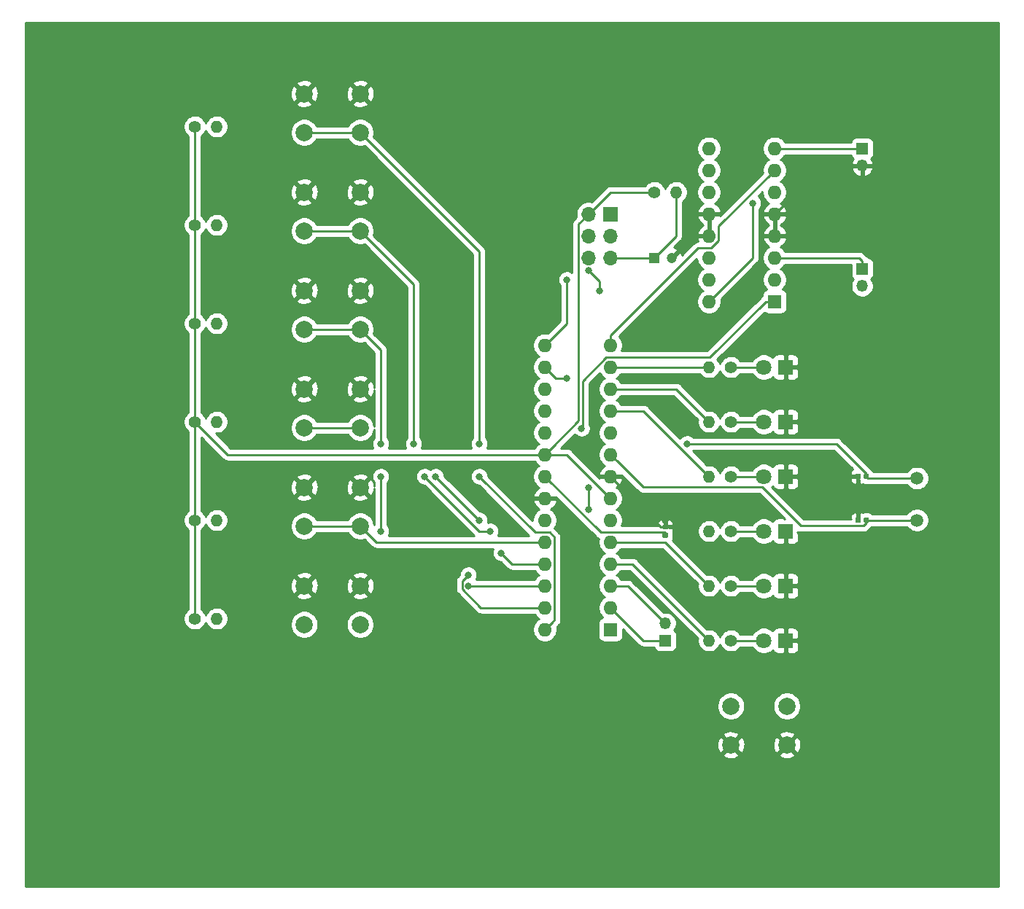
<source format=gbr>
G04 #@! TF.GenerationSoftware,KiCad,Pcbnew,5.1.5+dfsg1-2build2*
G04 #@! TF.CreationDate,2021-06-07T18:50:27-07:00*
G04 #@! TF.ProjectId,Atmega328p,41746d65-6761-4333-9238-702e6b696361,rev?*
G04 #@! TF.SameCoordinates,Original*
G04 #@! TF.FileFunction,Copper,L1,Top*
G04 #@! TF.FilePolarity,Positive*
%FSLAX46Y46*%
G04 Gerber Fmt 4.6, Leading zero omitted, Abs format (unit mm)*
G04 Created by KiCad (PCBNEW 5.1.5+dfsg1-2build2) date 2021-06-07 18:50:27*
%MOMM*%
%LPD*%
G04 APERTURE LIST*
%ADD10O,1.350000X1.350000*%
%ADD11R,1.350000X1.350000*%
%ADD12C,1.500000*%
%ADD13O,1.600000X1.600000*%
%ADD14R,1.600000X1.600000*%
%ADD15C,2.000000*%
%ADD16O,1.400000X1.400000*%
%ADD17C,1.400000*%
%ADD18O,1.700000X1.700000*%
%ADD19R,1.700000X1.700000*%
%ADD20C,1.800000*%
%ADD21R,1.800000X1.800000*%
%ADD22C,0.100000*%
%ADD23C,1.200000*%
%ADD24R,1.200000X1.200000*%
%ADD25C,0.800000*%
%ADD26C,0.250000*%
%ADD27C,0.254000*%
G04 APERTURE END LIST*
D10*
X186690000Y-82010000D03*
D11*
X186690000Y-80010000D03*
D10*
X163830000Y-121190000D03*
D11*
X163830000Y-123190000D03*
D10*
X186690000Y-68040000D03*
D11*
X186690000Y-66040000D03*
D12*
X193040000Y-104340000D03*
X193040000Y-109220000D03*
D13*
X168910000Y-83820000D03*
X176530000Y-66040000D03*
X168910000Y-81280000D03*
X176530000Y-68580000D03*
X168910000Y-78740000D03*
X176530000Y-71120000D03*
X168910000Y-76200000D03*
X176530000Y-73660000D03*
X168910000Y-73660000D03*
X176530000Y-76200000D03*
X168910000Y-71120000D03*
X176530000Y-78740000D03*
X168910000Y-68580000D03*
X176530000Y-81280000D03*
X168910000Y-66040000D03*
D14*
X176530000Y-83820000D03*
D13*
X149860000Y-121920000D03*
X157480000Y-88900000D03*
X149860000Y-119380000D03*
X157480000Y-91440000D03*
X149860000Y-116840000D03*
X157480000Y-93980000D03*
X149860000Y-114300000D03*
X157480000Y-96520000D03*
X149860000Y-111760000D03*
X157480000Y-99060000D03*
X149860000Y-109220000D03*
X157480000Y-101600000D03*
X149860000Y-106680000D03*
X157480000Y-104140000D03*
X149860000Y-104140000D03*
X157480000Y-106680000D03*
X149860000Y-101600000D03*
X157480000Y-109220000D03*
X149860000Y-99060000D03*
X157480000Y-111760000D03*
X149860000Y-96520000D03*
X157480000Y-114300000D03*
X149860000Y-93980000D03*
X157480000Y-116840000D03*
X149860000Y-91440000D03*
X157480000Y-119380000D03*
X149860000Y-88900000D03*
D14*
X157480000Y-121920000D03*
D15*
X177950000Y-130810000D03*
X177950000Y-135310000D03*
X171450000Y-130810000D03*
X171450000Y-135310000D03*
X128420000Y-59690000D03*
X128420000Y-64190000D03*
X121920000Y-59690000D03*
X121920000Y-64190000D03*
X128420000Y-71120000D03*
X128420000Y-75620000D03*
X121920000Y-71120000D03*
X121920000Y-75620000D03*
X128420000Y-82550000D03*
X128420000Y-87050000D03*
X121920000Y-82550000D03*
X121920000Y-87050000D03*
X128420000Y-93980000D03*
X128420000Y-98480000D03*
X121920000Y-93980000D03*
X121920000Y-98480000D03*
X128420000Y-105410000D03*
X128420000Y-109910000D03*
X121920000Y-105410000D03*
X121920000Y-109910000D03*
X128420000Y-116840000D03*
X128420000Y-121340000D03*
X121920000Y-116840000D03*
X121920000Y-121340000D03*
D16*
X165100000Y-71120000D03*
D17*
X162560000Y-71120000D03*
D16*
X168910000Y-91440000D03*
D17*
X171450000Y-91440000D03*
D16*
X168910000Y-97790000D03*
D17*
X171450000Y-97790000D03*
D16*
X168910000Y-104140000D03*
D17*
X171450000Y-104140000D03*
D16*
X168910000Y-110490000D03*
D17*
X171450000Y-110490000D03*
D16*
X168910000Y-116840000D03*
D17*
X171450000Y-116840000D03*
D16*
X168910000Y-123190000D03*
D17*
X171450000Y-123190000D03*
D16*
X111760000Y-63500000D03*
D17*
X109220000Y-63500000D03*
D16*
X111760000Y-74930000D03*
D17*
X109220000Y-74930000D03*
D16*
X111760000Y-86360000D03*
D17*
X109220000Y-86360000D03*
D16*
X111760000Y-97790000D03*
D17*
X109220000Y-97790000D03*
D16*
X111760000Y-109220000D03*
D17*
X109220000Y-109220000D03*
D16*
X111760000Y-120650000D03*
D17*
X109220000Y-120650000D03*
D18*
X154940000Y-78740000D03*
X157480000Y-78740000D03*
X154940000Y-76200000D03*
X157480000Y-76200000D03*
X154940000Y-73660000D03*
D19*
X157480000Y-73660000D03*
D20*
X175260000Y-91440000D03*
D21*
X177800000Y-91440000D03*
D20*
X175260000Y-97790000D03*
D21*
X177800000Y-97790000D03*
D20*
X175260000Y-104140000D03*
D21*
X177800000Y-104140000D03*
D20*
X175260000Y-110490000D03*
D21*
X177800000Y-110490000D03*
D20*
X175260000Y-116840000D03*
D21*
X177800000Y-116840000D03*
D20*
X175260000Y-123190000D03*
D21*
X177800000Y-123190000D03*
G04 #@! TA.AperFunction,SMDPad,CuDef*
D22*
G36*
X164016958Y-109710710D02*
G01*
X164031276Y-109712834D01*
X164045317Y-109716351D01*
X164058946Y-109721228D01*
X164072031Y-109727417D01*
X164084447Y-109734858D01*
X164096073Y-109743481D01*
X164106798Y-109753202D01*
X164116519Y-109763927D01*
X164125142Y-109775553D01*
X164132583Y-109787969D01*
X164138772Y-109801054D01*
X164143649Y-109814683D01*
X164147166Y-109828724D01*
X164149290Y-109843042D01*
X164150000Y-109857500D01*
X164150000Y-110152500D01*
X164149290Y-110166958D01*
X164147166Y-110181276D01*
X164143649Y-110195317D01*
X164138772Y-110208946D01*
X164132583Y-110222031D01*
X164125142Y-110234447D01*
X164116519Y-110246073D01*
X164106798Y-110256798D01*
X164096073Y-110266519D01*
X164084447Y-110275142D01*
X164072031Y-110282583D01*
X164058946Y-110288772D01*
X164045317Y-110293649D01*
X164031276Y-110297166D01*
X164016958Y-110299290D01*
X164002500Y-110300000D01*
X163657500Y-110300000D01*
X163643042Y-110299290D01*
X163628724Y-110297166D01*
X163614683Y-110293649D01*
X163601054Y-110288772D01*
X163587969Y-110282583D01*
X163575553Y-110275142D01*
X163563927Y-110266519D01*
X163553202Y-110256798D01*
X163543481Y-110246073D01*
X163534858Y-110234447D01*
X163527417Y-110222031D01*
X163521228Y-110208946D01*
X163516351Y-110195317D01*
X163512834Y-110181276D01*
X163510710Y-110166958D01*
X163510000Y-110152500D01*
X163510000Y-109857500D01*
X163510710Y-109843042D01*
X163512834Y-109828724D01*
X163516351Y-109814683D01*
X163521228Y-109801054D01*
X163527417Y-109787969D01*
X163534858Y-109775553D01*
X163543481Y-109763927D01*
X163553202Y-109753202D01*
X163563927Y-109743481D01*
X163575553Y-109734858D01*
X163587969Y-109727417D01*
X163601054Y-109721228D01*
X163614683Y-109716351D01*
X163628724Y-109712834D01*
X163643042Y-109710710D01*
X163657500Y-109710000D01*
X164002500Y-109710000D01*
X164016958Y-109710710D01*
G37*
G04 #@! TD.AperFunction*
G04 #@! TA.AperFunction,SMDPad,CuDef*
G36*
X164016958Y-110680710D02*
G01*
X164031276Y-110682834D01*
X164045317Y-110686351D01*
X164058946Y-110691228D01*
X164072031Y-110697417D01*
X164084447Y-110704858D01*
X164096073Y-110713481D01*
X164106798Y-110723202D01*
X164116519Y-110733927D01*
X164125142Y-110745553D01*
X164132583Y-110757969D01*
X164138772Y-110771054D01*
X164143649Y-110784683D01*
X164147166Y-110798724D01*
X164149290Y-110813042D01*
X164150000Y-110827500D01*
X164150000Y-111122500D01*
X164149290Y-111136958D01*
X164147166Y-111151276D01*
X164143649Y-111165317D01*
X164138772Y-111178946D01*
X164132583Y-111192031D01*
X164125142Y-111204447D01*
X164116519Y-111216073D01*
X164106798Y-111226798D01*
X164096073Y-111236519D01*
X164084447Y-111245142D01*
X164072031Y-111252583D01*
X164058946Y-111258772D01*
X164045317Y-111263649D01*
X164031276Y-111267166D01*
X164016958Y-111269290D01*
X164002500Y-111270000D01*
X163657500Y-111270000D01*
X163643042Y-111269290D01*
X163628724Y-111267166D01*
X163614683Y-111263649D01*
X163601054Y-111258772D01*
X163587969Y-111252583D01*
X163575553Y-111245142D01*
X163563927Y-111236519D01*
X163553202Y-111226798D01*
X163543481Y-111216073D01*
X163534858Y-111204447D01*
X163527417Y-111192031D01*
X163521228Y-111178946D01*
X163516351Y-111165317D01*
X163512834Y-111151276D01*
X163510710Y-111136958D01*
X163510000Y-111122500D01*
X163510000Y-110827500D01*
X163510710Y-110813042D01*
X163512834Y-110798724D01*
X163516351Y-110784683D01*
X163521228Y-110771054D01*
X163527417Y-110757969D01*
X163534858Y-110745553D01*
X163543481Y-110733927D01*
X163553202Y-110723202D01*
X163563927Y-110713481D01*
X163575553Y-110704858D01*
X163587969Y-110697417D01*
X163601054Y-110691228D01*
X163614683Y-110686351D01*
X163628724Y-110682834D01*
X163643042Y-110680710D01*
X163657500Y-110680000D01*
X164002500Y-110680000D01*
X164016958Y-110680710D01*
G37*
G04 #@! TD.AperFunction*
D23*
X164560000Y-78740000D03*
D24*
X162560000Y-78740000D03*
G04 #@! TA.AperFunction,SMDPad,CuDef*
D22*
G36*
X186366958Y-103820710D02*
G01*
X186381276Y-103822834D01*
X186395317Y-103826351D01*
X186408946Y-103831228D01*
X186422031Y-103837417D01*
X186434447Y-103844858D01*
X186446073Y-103853481D01*
X186456798Y-103863202D01*
X186466519Y-103873927D01*
X186475142Y-103885553D01*
X186482583Y-103897969D01*
X186488772Y-103911054D01*
X186493649Y-103924683D01*
X186497166Y-103938724D01*
X186499290Y-103953042D01*
X186500000Y-103967500D01*
X186500000Y-104312500D01*
X186499290Y-104326958D01*
X186497166Y-104341276D01*
X186493649Y-104355317D01*
X186488772Y-104368946D01*
X186482583Y-104382031D01*
X186475142Y-104394447D01*
X186466519Y-104406073D01*
X186456798Y-104416798D01*
X186446073Y-104426519D01*
X186434447Y-104435142D01*
X186422031Y-104442583D01*
X186408946Y-104448772D01*
X186395317Y-104453649D01*
X186381276Y-104457166D01*
X186366958Y-104459290D01*
X186352500Y-104460000D01*
X186057500Y-104460000D01*
X186043042Y-104459290D01*
X186028724Y-104457166D01*
X186014683Y-104453649D01*
X186001054Y-104448772D01*
X185987969Y-104442583D01*
X185975553Y-104435142D01*
X185963927Y-104426519D01*
X185953202Y-104416798D01*
X185943481Y-104406073D01*
X185934858Y-104394447D01*
X185927417Y-104382031D01*
X185921228Y-104368946D01*
X185916351Y-104355317D01*
X185912834Y-104341276D01*
X185910710Y-104326958D01*
X185910000Y-104312500D01*
X185910000Y-103967500D01*
X185910710Y-103953042D01*
X185912834Y-103938724D01*
X185916351Y-103924683D01*
X185921228Y-103911054D01*
X185927417Y-103897969D01*
X185934858Y-103885553D01*
X185943481Y-103873927D01*
X185953202Y-103863202D01*
X185963927Y-103853481D01*
X185975553Y-103844858D01*
X185987969Y-103837417D01*
X186001054Y-103831228D01*
X186014683Y-103826351D01*
X186028724Y-103822834D01*
X186043042Y-103820710D01*
X186057500Y-103820000D01*
X186352500Y-103820000D01*
X186366958Y-103820710D01*
G37*
G04 #@! TD.AperFunction*
G04 #@! TA.AperFunction,SMDPad,CuDef*
G36*
X187336958Y-103820710D02*
G01*
X187351276Y-103822834D01*
X187365317Y-103826351D01*
X187378946Y-103831228D01*
X187392031Y-103837417D01*
X187404447Y-103844858D01*
X187416073Y-103853481D01*
X187426798Y-103863202D01*
X187436519Y-103873927D01*
X187445142Y-103885553D01*
X187452583Y-103897969D01*
X187458772Y-103911054D01*
X187463649Y-103924683D01*
X187467166Y-103938724D01*
X187469290Y-103953042D01*
X187470000Y-103967500D01*
X187470000Y-104312500D01*
X187469290Y-104326958D01*
X187467166Y-104341276D01*
X187463649Y-104355317D01*
X187458772Y-104368946D01*
X187452583Y-104382031D01*
X187445142Y-104394447D01*
X187436519Y-104406073D01*
X187426798Y-104416798D01*
X187416073Y-104426519D01*
X187404447Y-104435142D01*
X187392031Y-104442583D01*
X187378946Y-104448772D01*
X187365317Y-104453649D01*
X187351276Y-104457166D01*
X187336958Y-104459290D01*
X187322500Y-104460000D01*
X187027500Y-104460000D01*
X187013042Y-104459290D01*
X186998724Y-104457166D01*
X186984683Y-104453649D01*
X186971054Y-104448772D01*
X186957969Y-104442583D01*
X186945553Y-104435142D01*
X186933927Y-104426519D01*
X186923202Y-104416798D01*
X186913481Y-104406073D01*
X186904858Y-104394447D01*
X186897417Y-104382031D01*
X186891228Y-104368946D01*
X186886351Y-104355317D01*
X186882834Y-104341276D01*
X186880710Y-104326958D01*
X186880000Y-104312500D01*
X186880000Y-103967500D01*
X186880710Y-103953042D01*
X186882834Y-103938724D01*
X186886351Y-103924683D01*
X186891228Y-103911054D01*
X186897417Y-103897969D01*
X186904858Y-103885553D01*
X186913481Y-103873927D01*
X186923202Y-103863202D01*
X186933927Y-103853481D01*
X186945553Y-103844858D01*
X186957969Y-103837417D01*
X186971054Y-103831228D01*
X186984683Y-103826351D01*
X186998724Y-103822834D01*
X187013042Y-103820710D01*
X187027500Y-103820000D01*
X187322500Y-103820000D01*
X187336958Y-103820710D01*
G37*
G04 #@! TD.AperFunction*
G04 #@! TA.AperFunction,SMDPad,CuDef*
G36*
X186366958Y-108900710D02*
G01*
X186381276Y-108902834D01*
X186395317Y-108906351D01*
X186408946Y-108911228D01*
X186422031Y-108917417D01*
X186434447Y-108924858D01*
X186446073Y-108933481D01*
X186456798Y-108943202D01*
X186466519Y-108953927D01*
X186475142Y-108965553D01*
X186482583Y-108977969D01*
X186488772Y-108991054D01*
X186493649Y-109004683D01*
X186497166Y-109018724D01*
X186499290Y-109033042D01*
X186500000Y-109047500D01*
X186500000Y-109392500D01*
X186499290Y-109406958D01*
X186497166Y-109421276D01*
X186493649Y-109435317D01*
X186488772Y-109448946D01*
X186482583Y-109462031D01*
X186475142Y-109474447D01*
X186466519Y-109486073D01*
X186456798Y-109496798D01*
X186446073Y-109506519D01*
X186434447Y-109515142D01*
X186422031Y-109522583D01*
X186408946Y-109528772D01*
X186395317Y-109533649D01*
X186381276Y-109537166D01*
X186366958Y-109539290D01*
X186352500Y-109540000D01*
X186057500Y-109540000D01*
X186043042Y-109539290D01*
X186028724Y-109537166D01*
X186014683Y-109533649D01*
X186001054Y-109528772D01*
X185987969Y-109522583D01*
X185975553Y-109515142D01*
X185963927Y-109506519D01*
X185953202Y-109496798D01*
X185943481Y-109486073D01*
X185934858Y-109474447D01*
X185927417Y-109462031D01*
X185921228Y-109448946D01*
X185916351Y-109435317D01*
X185912834Y-109421276D01*
X185910710Y-109406958D01*
X185910000Y-109392500D01*
X185910000Y-109047500D01*
X185910710Y-109033042D01*
X185912834Y-109018724D01*
X185916351Y-109004683D01*
X185921228Y-108991054D01*
X185927417Y-108977969D01*
X185934858Y-108965553D01*
X185943481Y-108953927D01*
X185953202Y-108943202D01*
X185963927Y-108933481D01*
X185975553Y-108924858D01*
X185987969Y-108917417D01*
X186001054Y-108911228D01*
X186014683Y-108906351D01*
X186028724Y-108902834D01*
X186043042Y-108900710D01*
X186057500Y-108900000D01*
X186352500Y-108900000D01*
X186366958Y-108900710D01*
G37*
G04 #@! TD.AperFunction*
G04 #@! TA.AperFunction,SMDPad,CuDef*
G36*
X187336958Y-108900710D02*
G01*
X187351276Y-108902834D01*
X187365317Y-108906351D01*
X187378946Y-108911228D01*
X187392031Y-108917417D01*
X187404447Y-108924858D01*
X187416073Y-108933481D01*
X187426798Y-108943202D01*
X187436519Y-108953927D01*
X187445142Y-108965553D01*
X187452583Y-108977969D01*
X187458772Y-108991054D01*
X187463649Y-109004683D01*
X187467166Y-109018724D01*
X187469290Y-109033042D01*
X187470000Y-109047500D01*
X187470000Y-109392500D01*
X187469290Y-109406958D01*
X187467166Y-109421276D01*
X187463649Y-109435317D01*
X187458772Y-109448946D01*
X187452583Y-109462031D01*
X187445142Y-109474447D01*
X187436519Y-109486073D01*
X187426798Y-109496798D01*
X187416073Y-109506519D01*
X187404447Y-109515142D01*
X187392031Y-109522583D01*
X187378946Y-109528772D01*
X187365317Y-109533649D01*
X187351276Y-109537166D01*
X187336958Y-109539290D01*
X187322500Y-109540000D01*
X187027500Y-109540000D01*
X187013042Y-109539290D01*
X186998724Y-109537166D01*
X186984683Y-109533649D01*
X186971054Y-109528772D01*
X186957969Y-109522583D01*
X186945553Y-109515142D01*
X186933927Y-109506519D01*
X186923202Y-109496798D01*
X186913481Y-109486073D01*
X186904858Y-109474447D01*
X186897417Y-109462031D01*
X186891228Y-109448946D01*
X186886351Y-109435317D01*
X186882834Y-109421276D01*
X186880710Y-109406958D01*
X186880000Y-109392500D01*
X186880000Y-109047500D01*
X186880710Y-109033042D01*
X186882834Y-109018724D01*
X186886351Y-109004683D01*
X186891228Y-108991054D01*
X186897417Y-108977969D01*
X186904858Y-108965553D01*
X186913481Y-108953927D01*
X186923202Y-108943202D01*
X186933927Y-108933481D01*
X186945553Y-108924858D01*
X186957969Y-108917417D01*
X186971054Y-108911228D01*
X186984683Y-108906351D01*
X186998724Y-108902834D01*
X187013042Y-108900710D01*
X187027500Y-108900000D01*
X187322500Y-108900000D01*
X187336958Y-108900710D01*
G37*
G04 #@! TD.AperFunction*
D25*
X163830000Y-109220000D03*
X166370000Y-100330000D03*
X154940000Y-107950000D03*
X154940000Y-105410000D03*
X173990000Y-72390000D03*
X135890000Y-104140000D03*
X143510000Y-110490000D03*
X144780000Y-113030000D03*
X130810000Y-100330000D03*
X130810000Y-104140000D03*
X130810000Y-110490000D03*
X140970000Y-116840000D03*
X134620000Y-100330000D03*
X137160000Y-104140000D03*
X142240000Y-109220000D03*
X140970000Y-115570000D03*
X142240000Y-100330000D03*
X142240000Y-104140000D03*
X154111614Y-98562816D03*
X152400000Y-92710000D03*
X156210000Y-82550000D03*
X154940000Y-80190003D03*
X152400000Y-81280000D03*
D26*
X163345000Y-110005000D02*
X163830000Y-110005000D01*
X157480000Y-104140000D02*
X163345000Y-110005000D01*
X163830000Y-109220000D02*
X163830000Y-110005000D01*
X186205000Y-104140000D02*
X186205000Y-109220000D01*
X186205000Y-104140000D02*
X177800000Y-104140000D01*
X182150000Y-68040000D02*
X176530000Y-73660000D01*
X186690000Y-68040000D02*
X182150000Y-68040000D01*
X193040000Y-109220000D02*
X187175000Y-109220000D01*
X158279999Y-102399999D02*
X157480000Y-101600000D01*
X161245001Y-105365001D02*
X158279999Y-102399999D01*
X175060003Y-105365001D02*
X161245001Y-105365001D01*
X179560012Y-109865010D02*
X175060003Y-105365001D01*
X186849990Y-109865010D02*
X179560012Y-109865010D01*
X187175000Y-109540000D02*
X186849990Y-109865010D01*
X187175000Y-109220000D02*
X187175000Y-109540000D01*
X183685000Y-100330000D02*
X166370000Y-100330000D01*
X187375000Y-104340000D02*
X187175000Y-104140000D01*
X193040000Y-104340000D02*
X187375000Y-104340000D01*
X187175000Y-103820000D02*
X183685000Y-100330000D01*
X187175000Y-104140000D02*
X187175000Y-103820000D01*
X165100000Y-76200000D02*
X162560000Y-78740000D01*
X165100000Y-71120000D02*
X165100000Y-76200000D01*
X162560000Y-78740000D02*
X157480000Y-78740000D01*
X154940000Y-107950000D02*
X154940000Y-105410000D01*
X163830000Y-110680000D02*
X163830000Y-110975000D01*
X163784999Y-110634999D02*
X163830000Y-110680000D01*
X156354999Y-110634999D02*
X163784999Y-110634999D01*
X149860000Y-104140000D02*
X156354999Y-110634999D01*
X171450000Y-123190000D02*
X175260000Y-123190000D01*
X171450000Y-116840000D02*
X175260000Y-116840000D01*
X171450000Y-110490000D02*
X175260000Y-110490000D01*
X171450000Y-104140000D02*
X175260000Y-104140000D01*
X171450000Y-97790000D02*
X175260000Y-97790000D01*
X171450000Y-91440000D02*
X175260000Y-91440000D01*
X157480000Y-71120000D02*
X154940000Y-73660000D01*
X162560000Y-71120000D02*
X157480000Y-71120000D01*
X152400000Y-101600000D02*
X157480000Y-106680000D01*
X149860000Y-101600000D02*
X152400000Y-101600000D01*
X150659999Y-100800001D02*
X149860000Y-101600000D01*
X153764999Y-97695001D02*
X150659999Y-100800001D01*
X153764999Y-74835001D02*
X153764999Y-97695001D01*
X154940000Y-73660000D02*
X153764999Y-74835001D01*
X113030000Y-101600000D02*
X109220000Y-97790000D01*
X149860000Y-101600000D02*
X113030000Y-101600000D01*
X109220000Y-109220000D02*
X109220000Y-97790000D01*
X109220000Y-109220000D02*
X109220000Y-120650000D01*
X109220000Y-86360000D02*
X109220000Y-97790000D01*
X109220000Y-74930000D02*
X109220000Y-86360000D01*
X109220000Y-63500000D02*
X109220000Y-74930000D01*
X173990000Y-78740000D02*
X173990000Y-72390000D01*
X168910000Y-83820000D02*
X173990000Y-78740000D01*
X176530000Y-66040000D02*
X186690000Y-66040000D01*
X159480000Y-116840000D02*
X163830000Y-121190000D01*
X157480000Y-116840000D02*
X159480000Y-116840000D01*
X161290000Y-123190000D02*
X163830000Y-123190000D01*
X157480000Y-119380000D02*
X161290000Y-123190000D01*
X186690000Y-79085000D02*
X186690000Y-80010000D01*
X186345000Y-78740000D02*
X186690000Y-79085000D01*
X176530000Y-78740000D02*
X186345000Y-78740000D01*
X121920000Y-109910000D02*
X128420000Y-109910000D01*
X130270000Y-111760000D02*
X149860000Y-111760000D01*
X128420000Y-109910000D02*
X130270000Y-111760000D01*
X121920000Y-98480000D02*
X128420000Y-98480000D01*
X142240000Y-110490000D02*
X143510000Y-110490000D01*
X135890000Y-104140000D02*
X142240000Y-110490000D01*
X146050000Y-114300000D02*
X149860000Y-114300000D01*
X144780000Y-113030000D02*
X146050000Y-114300000D01*
X121920000Y-87050000D02*
X128420000Y-87050000D01*
X130810000Y-89440000D02*
X130810000Y-100330000D01*
X128420000Y-87050000D02*
X130810000Y-89440000D01*
X130810000Y-104140000D02*
X130810000Y-110490000D01*
X140970000Y-116840000D02*
X149860000Y-116840000D01*
X121920000Y-75620000D02*
X128420000Y-75620000D01*
X134620000Y-81820000D02*
X134620000Y-100330000D01*
X128420000Y-75620000D02*
X134620000Y-81820000D01*
X137160000Y-104140000D02*
X142240000Y-109220000D01*
X142436998Y-119380000D02*
X148728630Y-119380000D01*
X140244999Y-117188001D02*
X142436998Y-119380000D01*
X140244999Y-116295001D02*
X140244999Y-117188001D01*
X148728630Y-119380000D02*
X149860000Y-119380000D01*
X140970000Y-115570000D02*
X140244999Y-116295001D01*
X121920000Y-64190000D02*
X128420000Y-64190000D01*
X142240000Y-78010000D02*
X142240000Y-100330000D01*
X128420000Y-64190000D02*
X142240000Y-78010000D01*
X150659999Y-121120001D02*
X149860000Y-121920000D01*
X150985001Y-120794999D02*
X150659999Y-121120001D01*
X150985001Y-111219999D02*
X150985001Y-120794999D01*
X150400001Y-110634999D02*
X150985001Y-111219999D01*
X148734999Y-110634999D02*
X150400001Y-110634999D01*
X142240000Y-104140000D02*
X148734999Y-110634999D01*
X160020000Y-114300000D02*
X168910000Y-123190000D01*
X157480000Y-114300000D02*
X160020000Y-114300000D01*
X163830000Y-111760000D02*
X157480000Y-111760000D01*
X168910000Y-116840000D02*
X163830000Y-111760000D01*
X161290000Y-96520000D02*
X168910000Y-104140000D01*
X157480000Y-96520000D02*
X161290000Y-96520000D01*
X165100000Y-93980000D02*
X168910000Y-97790000D01*
X157480000Y-93980000D02*
X165100000Y-93980000D01*
X168910000Y-91440000D02*
X157480000Y-91440000D01*
X157480000Y-87768630D02*
X157480000Y-88900000D01*
X167633631Y-77614999D02*
X157480000Y-87768630D01*
X169160003Y-77614999D02*
X167633631Y-77614999D01*
X170035001Y-76740001D02*
X169160003Y-77614999D01*
X170035001Y-75074999D02*
X170035001Y-76740001D01*
X176530000Y-68580000D02*
X170035001Y-75074999D01*
X154215009Y-98459421D02*
X154111614Y-98562816D01*
X154215009Y-93039989D02*
X154215009Y-98459421D01*
X156939999Y-90314999D02*
X154215009Y-93039989D01*
X168985001Y-90314999D02*
X156939999Y-90314999D01*
X175480000Y-83820000D02*
X168985001Y-90314999D01*
X176530000Y-83820000D02*
X175480000Y-83820000D01*
X151130000Y-92710000D02*
X149860000Y-91440000D01*
X152400000Y-92710000D02*
X151130000Y-92710000D01*
X156210000Y-81460003D02*
X154940000Y-80190003D01*
X156210000Y-82550000D02*
X156210000Y-81460003D01*
X152400000Y-86360000D02*
X149860000Y-88900000D01*
X152400000Y-81280000D02*
X152400000Y-86360000D01*
D27*
G36*
X202540000Y-151740000D02*
G01*
X89560000Y-151740000D01*
X89560000Y-136445413D01*
X170494192Y-136445413D01*
X170589956Y-136709814D01*
X170879571Y-136850704D01*
X171191108Y-136932384D01*
X171512595Y-136951718D01*
X171831675Y-136907961D01*
X172136088Y-136802795D01*
X172310044Y-136709814D01*
X172405808Y-136445413D01*
X176994192Y-136445413D01*
X177089956Y-136709814D01*
X177379571Y-136850704D01*
X177691108Y-136932384D01*
X178012595Y-136951718D01*
X178331675Y-136907961D01*
X178636088Y-136802795D01*
X178810044Y-136709814D01*
X178905808Y-136445413D01*
X177950000Y-135489605D01*
X176994192Y-136445413D01*
X172405808Y-136445413D01*
X171450000Y-135489605D01*
X170494192Y-136445413D01*
X89560000Y-136445413D01*
X89560000Y-135372595D01*
X169808282Y-135372595D01*
X169852039Y-135691675D01*
X169957205Y-135996088D01*
X170050186Y-136170044D01*
X170314587Y-136265808D01*
X171270395Y-135310000D01*
X171629605Y-135310000D01*
X172585413Y-136265808D01*
X172849814Y-136170044D01*
X172990704Y-135880429D01*
X173072384Y-135568892D01*
X173084189Y-135372595D01*
X176308282Y-135372595D01*
X176352039Y-135691675D01*
X176457205Y-135996088D01*
X176550186Y-136170044D01*
X176814587Y-136265808D01*
X177770395Y-135310000D01*
X178129605Y-135310000D01*
X179085413Y-136265808D01*
X179349814Y-136170044D01*
X179490704Y-135880429D01*
X179572384Y-135568892D01*
X179591718Y-135247405D01*
X179547961Y-134928325D01*
X179442795Y-134623912D01*
X179349814Y-134449956D01*
X179085413Y-134354192D01*
X178129605Y-135310000D01*
X177770395Y-135310000D01*
X176814587Y-134354192D01*
X176550186Y-134449956D01*
X176409296Y-134739571D01*
X176327616Y-135051108D01*
X176308282Y-135372595D01*
X173084189Y-135372595D01*
X173091718Y-135247405D01*
X173047961Y-134928325D01*
X172942795Y-134623912D01*
X172849814Y-134449956D01*
X172585413Y-134354192D01*
X171629605Y-135310000D01*
X171270395Y-135310000D01*
X170314587Y-134354192D01*
X170050186Y-134449956D01*
X169909296Y-134739571D01*
X169827616Y-135051108D01*
X169808282Y-135372595D01*
X89560000Y-135372595D01*
X89560000Y-134174587D01*
X170494192Y-134174587D01*
X171450000Y-135130395D01*
X172405808Y-134174587D01*
X176994192Y-134174587D01*
X177950000Y-135130395D01*
X178905808Y-134174587D01*
X178810044Y-133910186D01*
X178520429Y-133769296D01*
X178208892Y-133687616D01*
X177887405Y-133668282D01*
X177568325Y-133712039D01*
X177263912Y-133817205D01*
X177089956Y-133910186D01*
X176994192Y-134174587D01*
X172405808Y-134174587D01*
X172310044Y-133910186D01*
X172020429Y-133769296D01*
X171708892Y-133687616D01*
X171387405Y-133668282D01*
X171068325Y-133712039D01*
X170763912Y-133817205D01*
X170589956Y-133910186D01*
X170494192Y-134174587D01*
X89560000Y-134174587D01*
X89560000Y-130648967D01*
X169815000Y-130648967D01*
X169815000Y-130971033D01*
X169877832Y-131286912D01*
X170001082Y-131584463D01*
X170180013Y-131852252D01*
X170407748Y-132079987D01*
X170675537Y-132258918D01*
X170973088Y-132382168D01*
X171288967Y-132445000D01*
X171611033Y-132445000D01*
X171926912Y-132382168D01*
X172224463Y-132258918D01*
X172492252Y-132079987D01*
X172719987Y-131852252D01*
X172898918Y-131584463D01*
X173022168Y-131286912D01*
X173085000Y-130971033D01*
X173085000Y-130648967D01*
X176315000Y-130648967D01*
X176315000Y-130971033D01*
X176377832Y-131286912D01*
X176501082Y-131584463D01*
X176680013Y-131852252D01*
X176907748Y-132079987D01*
X177175537Y-132258918D01*
X177473088Y-132382168D01*
X177788967Y-132445000D01*
X178111033Y-132445000D01*
X178426912Y-132382168D01*
X178724463Y-132258918D01*
X178992252Y-132079987D01*
X179219987Y-131852252D01*
X179398918Y-131584463D01*
X179522168Y-131286912D01*
X179585000Y-130971033D01*
X179585000Y-130648967D01*
X179522168Y-130333088D01*
X179398918Y-130035537D01*
X179219987Y-129767748D01*
X178992252Y-129540013D01*
X178724463Y-129361082D01*
X178426912Y-129237832D01*
X178111033Y-129175000D01*
X177788967Y-129175000D01*
X177473088Y-129237832D01*
X177175537Y-129361082D01*
X176907748Y-129540013D01*
X176680013Y-129767748D01*
X176501082Y-130035537D01*
X176377832Y-130333088D01*
X176315000Y-130648967D01*
X173085000Y-130648967D01*
X173022168Y-130333088D01*
X172898918Y-130035537D01*
X172719987Y-129767748D01*
X172492252Y-129540013D01*
X172224463Y-129361082D01*
X171926912Y-129237832D01*
X171611033Y-129175000D01*
X171288967Y-129175000D01*
X170973088Y-129237832D01*
X170675537Y-129361082D01*
X170407748Y-129540013D01*
X170180013Y-129767748D01*
X170001082Y-130035537D01*
X169877832Y-130333088D01*
X169815000Y-130648967D01*
X89560000Y-130648967D01*
X89560000Y-63368514D01*
X107885000Y-63368514D01*
X107885000Y-63631486D01*
X107936304Y-63889405D01*
X108036939Y-64132359D01*
X108183038Y-64351013D01*
X108368987Y-64536962D01*
X108460000Y-64597775D01*
X108460001Y-73832225D01*
X108368987Y-73893038D01*
X108183038Y-74078987D01*
X108036939Y-74297641D01*
X107936304Y-74540595D01*
X107885000Y-74798514D01*
X107885000Y-75061486D01*
X107936304Y-75319405D01*
X108036939Y-75562359D01*
X108183038Y-75781013D01*
X108368987Y-75966962D01*
X108460000Y-76027775D01*
X108460001Y-85262225D01*
X108368987Y-85323038D01*
X108183038Y-85508987D01*
X108036939Y-85727641D01*
X107936304Y-85970595D01*
X107885000Y-86228514D01*
X107885000Y-86491486D01*
X107936304Y-86749405D01*
X108036939Y-86992359D01*
X108183038Y-87211013D01*
X108368987Y-87396962D01*
X108460000Y-87457775D01*
X108460001Y-96692225D01*
X108368987Y-96753038D01*
X108183038Y-96938987D01*
X108036939Y-97157641D01*
X107936304Y-97400595D01*
X107885000Y-97658514D01*
X107885000Y-97921486D01*
X107936304Y-98179405D01*
X108036939Y-98422359D01*
X108183038Y-98641013D01*
X108368987Y-98826962D01*
X108460001Y-98887775D01*
X108460000Y-108122225D01*
X108368987Y-108183038D01*
X108183038Y-108368987D01*
X108036939Y-108587641D01*
X107936304Y-108830595D01*
X107885000Y-109088514D01*
X107885000Y-109351486D01*
X107936304Y-109609405D01*
X108036939Y-109852359D01*
X108183038Y-110071013D01*
X108368987Y-110256962D01*
X108460000Y-110317775D01*
X108460001Y-119552225D01*
X108368987Y-119613038D01*
X108183038Y-119798987D01*
X108036939Y-120017641D01*
X107936304Y-120260595D01*
X107885000Y-120518514D01*
X107885000Y-120781486D01*
X107936304Y-121039405D01*
X108036939Y-121282359D01*
X108183038Y-121501013D01*
X108368987Y-121686962D01*
X108587641Y-121833061D01*
X108830595Y-121933696D01*
X109088514Y-121985000D01*
X109351486Y-121985000D01*
X109609405Y-121933696D01*
X109852359Y-121833061D01*
X110071013Y-121686962D01*
X110256962Y-121501013D01*
X110403061Y-121282359D01*
X110490000Y-121072470D01*
X110576939Y-121282359D01*
X110723038Y-121501013D01*
X110908987Y-121686962D01*
X111127641Y-121833061D01*
X111370595Y-121933696D01*
X111628514Y-121985000D01*
X111891486Y-121985000D01*
X112149405Y-121933696D01*
X112392359Y-121833061D01*
X112611013Y-121686962D01*
X112796962Y-121501013D01*
X112943061Y-121282359D01*
X112985887Y-121178967D01*
X120285000Y-121178967D01*
X120285000Y-121501033D01*
X120347832Y-121816912D01*
X120471082Y-122114463D01*
X120650013Y-122382252D01*
X120877748Y-122609987D01*
X121145537Y-122788918D01*
X121443088Y-122912168D01*
X121758967Y-122975000D01*
X122081033Y-122975000D01*
X122396912Y-122912168D01*
X122694463Y-122788918D01*
X122962252Y-122609987D01*
X123189987Y-122382252D01*
X123368918Y-122114463D01*
X123492168Y-121816912D01*
X123555000Y-121501033D01*
X123555000Y-121178967D01*
X126785000Y-121178967D01*
X126785000Y-121501033D01*
X126847832Y-121816912D01*
X126971082Y-122114463D01*
X127150013Y-122382252D01*
X127377748Y-122609987D01*
X127645537Y-122788918D01*
X127943088Y-122912168D01*
X128258967Y-122975000D01*
X128581033Y-122975000D01*
X128896912Y-122912168D01*
X129194463Y-122788918D01*
X129462252Y-122609987D01*
X129689987Y-122382252D01*
X129868918Y-122114463D01*
X129992168Y-121816912D01*
X130055000Y-121501033D01*
X130055000Y-121178967D01*
X129992168Y-120863088D01*
X129868918Y-120565537D01*
X129689987Y-120297748D01*
X129462252Y-120070013D01*
X129194463Y-119891082D01*
X128896912Y-119767832D01*
X128581033Y-119705000D01*
X128258967Y-119705000D01*
X127943088Y-119767832D01*
X127645537Y-119891082D01*
X127377748Y-120070013D01*
X127150013Y-120297748D01*
X126971082Y-120565537D01*
X126847832Y-120863088D01*
X126785000Y-121178967D01*
X123555000Y-121178967D01*
X123492168Y-120863088D01*
X123368918Y-120565537D01*
X123189987Y-120297748D01*
X122962252Y-120070013D01*
X122694463Y-119891082D01*
X122396912Y-119767832D01*
X122081033Y-119705000D01*
X121758967Y-119705000D01*
X121443088Y-119767832D01*
X121145537Y-119891082D01*
X120877748Y-120070013D01*
X120650013Y-120297748D01*
X120471082Y-120565537D01*
X120347832Y-120863088D01*
X120285000Y-121178967D01*
X112985887Y-121178967D01*
X113043696Y-121039405D01*
X113095000Y-120781486D01*
X113095000Y-120518514D01*
X113043696Y-120260595D01*
X112943061Y-120017641D01*
X112796962Y-119798987D01*
X112611013Y-119613038D01*
X112392359Y-119466939D01*
X112149405Y-119366304D01*
X111891486Y-119315000D01*
X111628514Y-119315000D01*
X111370595Y-119366304D01*
X111127641Y-119466939D01*
X110908987Y-119613038D01*
X110723038Y-119798987D01*
X110576939Y-120017641D01*
X110490000Y-120227530D01*
X110403061Y-120017641D01*
X110256962Y-119798987D01*
X110071013Y-119613038D01*
X109980000Y-119552225D01*
X109980000Y-117975413D01*
X120964192Y-117975413D01*
X121059956Y-118239814D01*
X121349571Y-118380704D01*
X121661108Y-118462384D01*
X121982595Y-118481718D01*
X122301675Y-118437961D01*
X122606088Y-118332795D01*
X122780044Y-118239814D01*
X122875808Y-117975413D01*
X127464192Y-117975413D01*
X127559956Y-118239814D01*
X127849571Y-118380704D01*
X128161108Y-118462384D01*
X128482595Y-118481718D01*
X128801675Y-118437961D01*
X129106088Y-118332795D01*
X129280044Y-118239814D01*
X129375808Y-117975413D01*
X128420000Y-117019605D01*
X127464192Y-117975413D01*
X122875808Y-117975413D01*
X121920000Y-117019605D01*
X120964192Y-117975413D01*
X109980000Y-117975413D01*
X109980000Y-116902595D01*
X120278282Y-116902595D01*
X120322039Y-117221675D01*
X120427205Y-117526088D01*
X120520186Y-117700044D01*
X120784587Y-117795808D01*
X121740395Y-116840000D01*
X122099605Y-116840000D01*
X123055413Y-117795808D01*
X123319814Y-117700044D01*
X123460704Y-117410429D01*
X123542384Y-117098892D01*
X123554189Y-116902595D01*
X126778282Y-116902595D01*
X126822039Y-117221675D01*
X126927205Y-117526088D01*
X127020186Y-117700044D01*
X127284587Y-117795808D01*
X128240395Y-116840000D01*
X128599605Y-116840000D01*
X129555413Y-117795808D01*
X129819814Y-117700044D01*
X129960704Y-117410429D01*
X130042384Y-117098892D01*
X130061718Y-116777405D01*
X130017961Y-116458325D01*
X129912795Y-116153912D01*
X129819814Y-115979956D01*
X129555413Y-115884192D01*
X128599605Y-116840000D01*
X128240395Y-116840000D01*
X127284587Y-115884192D01*
X127020186Y-115979956D01*
X126879296Y-116269571D01*
X126797616Y-116581108D01*
X126778282Y-116902595D01*
X123554189Y-116902595D01*
X123561718Y-116777405D01*
X123517961Y-116458325D01*
X123412795Y-116153912D01*
X123319814Y-115979956D01*
X123055413Y-115884192D01*
X122099605Y-116840000D01*
X121740395Y-116840000D01*
X120784587Y-115884192D01*
X120520186Y-115979956D01*
X120379296Y-116269571D01*
X120297616Y-116581108D01*
X120278282Y-116902595D01*
X109980000Y-116902595D01*
X109980000Y-115704587D01*
X120964192Y-115704587D01*
X121920000Y-116660395D01*
X122875808Y-115704587D01*
X127464192Y-115704587D01*
X128420000Y-116660395D01*
X129375808Y-115704587D01*
X129280044Y-115440186D01*
X128990429Y-115299296D01*
X128678892Y-115217616D01*
X128357405Y-115198282D01*
X128038325Y-115242039D01*
X127733912Y-115347205D01*
X127559956Y-115440186D01*
X127464192Y-115704587D01*
X122875808Y-115704587D01*
X122780044Y-115440186D01*
X122490429Y-115299296D01*
X122178892Y-115217616D01*
X121857405Y-115198282D01*
X121538325Y-115242039D01*
X121233912Y-115347205D01*
X121059956Y-115440186D01*
X120964192Y-115704587D01*
X109980000Y-115704587D01*
X109980000Y-110317775D01*
X110071013Y-110256962D01*
X110256962Y-110071013D01*
X110403061Y-109852359D01*
X110490000Y-109642470D01*
X110576939Y-109852359D01*
X110723038Y-110071013D01*
X110908987Y-110256962D01*
X111127641Y-110403061D01*
X111370595Y-110503696D01*
X111628514Y-110555000D01*
X111891486Y-110555000D01*
X112149405Y-110503696D01*
X112392359Y-110403061D01*
X112611013Y-110256962D01*
X112796962Y-110071013D01*
X112943061Y-109852359D01*
X112985887Y-109748967D01*
X120285000Y-109748967D01*
X120285000Y-110071033D01*
X120347832Y-110386912D01*
X120471082Y-110684463D01*
X120650013Y-110952252D01*
X120877748Y-111179987D01*
X121145537Y-111358918D01*
X121443088Y-111482168D01*
X121758967Y-111545000D01*
X122081033Y-111545000D01*
X122396912Y-111482168D01*
X122694463Y-111358918D01*
X122962252Y-111179987D01*
X123189987Y-110952252D01*
X123368918Y-110684463D01*
X123374909Y-110670000D01*
X126965091Y-110670000D01*
X126971082Y-110684463D01*
X127150013Y-110952252D01*
X127377748Y-111179987D01*
X127645537Y-111358918D01*
X127943088Y-111482168D01*
X128258967Y-111545000D01*
X128581033Y-111545000D01*
X128896912Y-111482168D01*
X128911375Y-111476177D01*
X129706200Y-112271002D01*
X129729999Y-112300001D01*
X129758997Y-112323799D01*
X129845723Y-112394974D01*
X129977753Y-112465546D01*
X130121014Y-112509003D01*
X130232667Y-112520000D01*
X130232676Y-112520000D01*
X130269999Y-112523676D01*
X130307322Y-112520000D01*
X143875987Y-112520000D01*
X143862795Y-112539744D01*
X143784774Y-112728102D01*
X143745000Y-112928061D01*
X143745000Y-113131939D01*
X143784774Y-113331898D01*
X143862795Y-113520256D01*
X143976063Y-113689774D01*
X144120226Y-113833937D01*
X144289744Y-113947205D01*
X144478102Y-114025226D01*
X144678061Y-114065000D01*
X144740199Y-114065000D01*
X145486200Y-114811002D01*
X145509999Y-114840001D01*
X145625724Y-114934974D01*
X145757753Y-115005546D01*
X145901014Y-115049003D01*
X146012667Y-115060000D01*
X146012676Y-115060000D01*
X146049999Y-115063676D01*
X146087322Y-115060000D01*
X148641957Y-115060000D01*
X148745363Y-115214759D01*
X148945241Y-115414637D01*
X149177759Y-115570000D01*
X148945241Y-115725363D01*
X148745363Y-115925241D01*
X148641957Y-116080000D01*
X141874013Y-116080000D01*
X141887205Y-116060256D01*
X141965226Y-115871898D01*
X142005000Y-115671939D01*
X142005000Y-115468061D01*
X141965226Y-115268102D01*
X141887205Y-115079744D01*
X141773937Y-114910226D01*
X141629774Y-114766063D01*
X141460256Y-114652795D01*
X141271898Y-114574774D01*
X141071939Y-114535000D01*
X140868061Y-114535000D01*
X140668102Y-114574774D01*
X140479744Y-114652795D01*
X140310226Y-114766063D01*
X140166063Y-114910226D01*
X140052795Y-115079744D01*
X139974774Y-115268102D01*
X139935000Y-115468061D01*
X139935000Y-115530199D01*
X139734001Y-115731198D01*
X139704998Y-115755000D01*
X139655333Y-115815518D01*
X139610025Y-115870725D01*
X139551639Y-115979956D01*
X139539453Y-116002755D01*
X139495996Y-116146016D01*
X139484999Y-116257669D01*
X139484999Y-116257679D01*
X139481323Y-116295001D01*
X139484999Y-116332323D01*
X139484999Y-117150679D01*
X139481323Y-117188001D01*
X139484999Y-117225323D01*
X139484999Y-117225334D01*
X139495997Y-117336987D01*
X139509045Y-117380001D01*
X139539453Y-117480247D01*
X139610025Y-117612277D01*
X139674643Y-117691013D01*
X139704999Y-117728002D01*
X139733997Y-117751800D01*
X141873198Y-119891002D01*
X141896997Y-119920001D01*
X142012722Y-120014974D01*
X142144751Y-120085546D01*
X142288012Y-120129003D01*
X142399665Y-120140000D01*
X142399673Y-120140000D01*
X142436998Y-120143676D01*
X142474323Y-120140000D01*
X148641957Y-120140000D01*
X148745363Y-120294759D01*
X148945241Y-120494637D01*
X149177759Y-120650000D01*
X148945241Y-120805363D01*
X148745363Y-121005241D01*
X148588320Y-121240273D01*
X148480147Y-121501426D01*
X148425000Y-121778665D01*
X148425000Y-122061335D01*
X148480147Y-122338574D01*
X148588320Y-122599727D01*
X148745363Y-122834759D01*
X148945241Y-123034637D01*
X149180273Y-123191680D01*
X149441426Y-123299853D01*
X149718665Y-123355000D01*
X150001335Y-123355000D01*
X150278574Y-123299853D01*
X150539727Y-123191680D01*
X150774759Y-123034637D01*
X150974637Y-122834759D01*
X151131680Y-122599727D01*
X151239853Y-122338574D01*
X151295000Y-122061335D01*
X151295000Y-121778665D01*
X151258688Y-121596113D01*
X151495998Y-121358803D01*
X151525002Y-121335000D01*
X151619975Y-121219275D01*
X151690547Y-121087246D01*
X151734004Y-120943985D01*
X151745001Y-120832332D01*
X151745001Y-120832323D01*
X151748677Y-120795000D01*
X151745001Y-120757677D01*
X151745001Y-111257322D01*
X151748677Y-111219999D01*
X151745001Y-111182676D01*
X151745001Y-111182666D01*
X151734004Y-111071013D01*
X151690547Y-110927752D01*
X151664705Y-110879405D01*
X151619975Y-110795722D01*
X151548800Y-110708996D01*
X151525002Y-110679998D01*
X151496005Y-110656201D01*
X150974600Y-110134796D01*
X150974637Y-110134759D01*
X151131680Y-109899727D01*
X151239853Y-109638574D01*
X151295000Y-109361335D01*
X151295000Y-109078665D01*
X151239853Y-108801426D01*
X151131680Y-108540273D01*
X150974637Y-108305241D01*
X150774759Y-108105363D01*
X150539727Y-107948320D01*
X150529135Y-107943933D01*
X150715131Y-107832385D01*
X150923519Y-107643414D01*
X151091037Y-107417420D01*
X151211246Y-107163087D01*
X151251904Y-107029039D01*
X151129915Y-106807000D01*
X149987000Y-106807000D01*
X149987000Y-106827000D01*
X149733000Y-106827000D01*
X149733000Y-106807000D01*
X148590085Y-106807000D01*
X148468096Y-107029039D01*
X148508754Y-107163087D01*
X148628963Y-107417420D01*
X148796481Y-107643414D01*
X149004869Y-107832385D01*
X149190865Y-107943933D01*
X149180273Y-107948320D01*
X148945241Y-108105363D01*
X148745363Y-108305241D01*
X148588320Y-108540273D01*
X148480147Y-108801426D01*
X148425000Y-109078665D01*
X148425000Y-109250198D01*
X143275000Y-104100199D01*
X143275000Y-104038061D01*
X143235226Y-103838102D01*
X143157205Y-103649744D01*
X143043937Y-103480226D01*
X142899774Y-103336063D01*
X142730256Y-103222795D01*
X142541898Y-103144774D01*
X142341939Y-103105000D01*
X142138061Y-103105000D01*
X141938102Y-103144774D01*
X141749744Y-103222795D01*
X141580226Y-103336063D01*
X141436063Y-103480226D01*
X141322795Y-103649744D01*
X141244774Y-103838102D01*
X141205000Y-104038061D01*
X141205000Y-104241939D01*
X141244774Y-104441898D01*
X141322795Y-104630256D01*
X141436063Y-104799774D01*
X141580226Y-104943937D01*
X141749744Y-105057205D01*
X141938102Y-105135226D01*
X142138061Y-105175000D01*
X142200199Y-105175000D01*
X148025198Y-111000000D01*
X144414013Y-111000000D01*
X144427205Y-110980256D01*
X144505226Y-110791898D01*
X144545000Y-110591939D01*
X144545000Y-110388061D01*
X144505226Y-110188102D01*
X144427205Y-109999744D01*
X144313937Y-109830226D01*
X144169774Y-109686063D01*
X144000256Y-109572795D01*
X143811898Y-109494774D01*
X143611939Y-109455000D01*
X143408061Y-109455000D01*
X143241961Y-109488039D01*
X143275000Y-109321939D01*
X143275000Y-109118061D01*
X143235226Y-108918102D01*
X143157205Y-108729744D01*
X143043937Y-108560226D01*
X142899774Y-108416063D01*
X142730256Y-108302795D01*
X142541898Y-108224774D01*
X142341939Y-108185000D01*
X142279802Y-108185000D01*
X138195000Y-104100199D01*
X138195000Y-104038061D01*
X138155226Y-103838102D01*
X138077205Y-103649744D01*
X137963937Y-103480226D01*
X137819774Y-103336063D01*
X137650256Y-103222795D01*
X137461898Y-103144774D01*
X137261939Y-103105000D01*
X137058061Y-103105000D01*
X136858102Y-103144774D01*
X136669744Y-103222795D01*
X136525000Y-103319510D01*
X136380256Y-103222795D01*
X136191898Y-103144774D01*
X135991939Y-103105000D01*
X135788061Y-103105000D01*
X135588102Y-103144774D01*
X135399744Y-103222795D01*
X135230226Y-103336063D01*
X135086063Y-103480226D01*
X134972795Y-103649744D01*
X134894774Y-103838102D01*
X134855000Y-104038061D01*
X134855000Y-104241939D01*
X134894774Y-104441898D01*
X134972795Y-104630256D01*
X135086063Y-104799774D01*
X135230226Y-104943937D01*
X135399744Y-105057205D01*
X135588102Y-105135226D01*
X135788061Y-105175000D01*
X135850199Y-105175000D01*
X141675198Y-111000000D01*
X131714013Y-111000000D01*
X131727205Y-110980256D01*
X131805226Y-110791898D01*
X131845000Y-110591939D01*
X131845000Y-110388061D01*
X131805226Y-110188102D01*
X131727205Y-109999744D01*
X131613937Y-109830226D01*
X131570000Y-109786289D01*
X131570000Y-104843711D01*
X131613937Y-104799774D01*
X131727205Y-104630256D01*
X131805226Y-104441898D01*
X131845000Y-104241939D01*
X131845000Y-104038061D01*
X131805226Y-103838102D01*
X131727205Y-103649744D01*
X131613937Y-103480226D01*
X131469774Y-103336063D01*
X131300256Y-103222795D01*
X131111898Y-103144774D01*
X130911939Y-103105000D01*
X130708061Y-103105000D01*
X130508102Y-103144774D01*
X130319744Y-103222795D01*
X130150226Y-103336063D01*
X130006063Y-103480226D01*
X129892795Y-103649744D01*
X129814774Y-103838102D01*
X129775000Y-104038061D01*
X129775000Y-104241939D01*
X129814774Y-104441898D01*
X129892795Y-104630256D01*
X130006063Y-104799774D01*
X130050000Y-104843711D01*
X130050000Y-105261958D01*
X130017961Y-105028325D01*
X129912795Y-104723912D01*
X129819814Y-104549956D01*
X129555413Y-104454192D01*
X128599605Y-105410000D01*
X129555413Y-106365808D01*
X129819814Y-106270044D01*
X129960704Y-105980429D01*
X130042384Y-105668892D01*
X130050000Y-105542249D01*
X130050001Y-109723835D01*
X129992168Y-109433088D01*
X129868918Y-109135537D01*
X129689987Y-108867748D01*
X129462252Y-108640013D01*
X129194463Y-108461082D01*
X128896912Y-108337832D01*
X128581033Y-108275000D01*
X128258967Y-108275000D01*
X127943088Y-108337832D01*
X127645537Y-108461082D01*
X127377748Y-108640013D01*
X127150013Y-108867748D01*
X126971082Y-109135537D01*
X126965091Y-109150000D01*
X123374909Y-109150000D01*
X123368918Y-109135537D01*
X123189987Y-108867748D01*
X122962252Y-108640013D01*
X122694463Y-108461082D01*
X122396912Y-108337832D01*
X122081033Y-108275000D01*
X121758967Y-108275000D01*
X121443088Y-108337832D01*
X121145537Y-108461082D01*
X120877748Y-108640013D01*
X120650013Y-108867748D01*
X120471082Y-109135537D01*
X120347832Y-109433088D01*
X120285000Y-109748967D01*
X112985887Y-109748967D01*
X113043696Y-109609405D01*
X113095000Y-109351486D01*
X113095000Y-109088514D01*
X113043696Y-108830595D01*
X112943061Y-108587641D01*
X112796962Y-108368987D01*
X112611013Y-108183038D01*
X112392359Y-108036939D01*
X112149405Y-107936304D01*
X111891486Y-107885000D01*
X111628514Y-107885000D01*
X111370595Y-107936304D01*
X111127641Y-108036939D01*
X110908987Y-108183038D01*
X110723038Y-108368987D01*
X110576939Y-108587641D01*
X110490000Y-108797530D01*
X110403061Y-108587641D01*
X110256962Y-108368987D01*
X110071013Y-108183038D01*
X109980000Y-108122225D01*
X109980000Y-106545413D01*
X120964192Y-106545413D01*
X121059956Y-106809814D01*
X121349571Y-106950704D01*
X121661108Y-107032384D01*
X121982595Y-107051718D01*
X122301675Y-107007961D01*
X122606088Y-106902795D01*
X122780044Y-106809814D01*
X122875808Y-106545413D01*
X127464192Y-106545413D01*
X127559956Y-106809814D01*
X127849571Y-106950704D01*
X128161108Y-107032384D01*
X128482595Y-107051718D01*
X128801675Y-107007961D01*
X129106088Y-106902795D01*
X129280044Y-106809814D01*
X129375808Y-106545413D01*
X128420000Y-105589605D01*
X127464192Y-106545413D01*
X122875808Y-106545413D01*
X121920000Y-105589605D01*
X120964192Y-106545413D01*
X109980000Y-106545413D01*
X109980000Y-105472595D01*
X120278282Y-105472595D01*
X120322039Y-105791675D01*
X120427205Y-106096088D01*
X120520186Y-106270044D01*
X120784587Y-106365808D01*
X121740395Y-105410000D01*
X122099605Y-105410000D01*
X123055413Y-106365808D01*
X123319814Y-106270044D01*
X123460704Y-105980429D01*
X123542384Y-105668892D01*
X123554189Y-105472595D01*
X126778282Y-105472595D01*
X126822039Y-105791675D01*
X126927205Y-106096088D01*
X127020186Y-106270044D01*
X127284587Y-106365808D01*
X128240395Y-105410000D01*
X127284587Y-104454192D01*
X127020186Y-104549956D01*
X126879296Y-104839571D01*
X126797616Y-105151108D01*
X126778282Y-105472595D01*
X123554189Y-105472595D01*
X123561718Y-105347405D01*
X123517961Y-105028325D01*
X123412795Y-104723912D01*
X123319814Y-104549956D01*
X123055413Y-104454192D01*
X122099605Y-105410000D01*
X121740395Y-105410000D01*
X120784587Y-104454192D01*
X120520186Y-104549956D01*
X120379296Y-104839571D01*
X120297616Y-105151108D01*
X120278282Y-105472595D01*
X109980000Y-105472595D01*
X109980000Y-104274587D01*
X120964192Y-104274587D01*
X121920000Y-105230395D01*
X122875808Y-104274587D01*
X127464192Y-104274587D01*
X128420000Y-105230395D01*
X129375808Y-104274587D01*
X129280044Y-104010186D01*
X128990429Y-103869296D01*
X128678892Y-103787616D01*
X128357405Y-103768282D01*
X128038325Y-103812039D01*
X127733912Y-103917205D01*
X127559956Y-104010186D01*
X127464192Y-104274587D01*
X122875808Y-104274587D01*
X122780044Y-104010186D01*
X122490429Y-103869296D01*
X122178892Y-103787616D01*
X121857405Y-103768282D01*
X121538325Y-103812039D01*
X121233912Y-103917205D01*
X121059956Y-104010186D01*
X120964192Y-104274587D01*
X109980000Y-104274587D01*
X109980000Y-99624801D01*
X112466200Y-102111002D01*
X112489999Y-102140001D01*
X112605724Y-102234974D01*
X112737753Y-102305546D01*
X112881014Y-102349003D01*
X112992667Y-102360000D01*
X112992675Y-102360000D01*
X113030000Y-102363676D01*
X113067325Y-102360000D01*
X148641957Y-102360000D01*
X148745363Y-102514759D01*
X148945241Y-102714637D01*
X149177759Y-102870000D01*
X148945241Y-103025363D01*
X148745363Y-103225241D01*
X148588320Y-103460273D01*
X148480147Y-103721426D01*
X148425000Y-103998665D01*
X148425000Y-104281335D01*
X148480147Y-104558574D01*
X148588320Y-104819727D01*
X148745363Y-105054759D01*
X148945241Y-105254637D01*
X149180273Y-105411680D01*
X149190865Y-105416067D01*
X149004869Y-105527615D01*
X148796481Y-105716586D01*
X148628963Y-105942580D01*
X148508754Y-106196913D01*
X148468096Y-106330961D01*
X148590085Y-106553000D01*
X149733000Y-106553000D01*
X149733000Y-106533000D01*
X149987000Y-106533000D01*
X149987000Y-106553000D01*
X151129915Y-106553000D01*
X151154128Y-106508929D01*
X155791199Y-111146001D01*
X155814998Y-111175000D01*
X155930723Y-111269973D01*
X156062752Y-111340545D01*
X156098184Y-111351293D01*
X156045000Y-111618665D01*
X156045000Y-111901335D01*
X156100147Y-112178574D01*
X156208320Y-112439727D01*
X156365363Y-112674759D01*
X156565241Y-112874637D01*
X156797759Y-113030000D01*
X156565241Y-113185363D01*
X156365363Y-113385241D01*
X156208320Y-113620273D01*
X156100147Y-113881426D01*
X156045000Y-114158665D01*
X156045000Y-114441335D01*
X156100147Y-114718574D01*
X156208320Y-114979727D01*
X156365363Y-115214759D01*
X156565241Y-115414637D01*
X156797759Y-115570000D01*
X156565241Y-115725363D01*
X156365363Y-115925241D01*
X156208320Y-116160273D01*
X156100147Y-116421426D01*
X156045000Y-116698665D01*
X156045000Y-116981335D01*
X156100147Y-117258574D01*
X156208320Y-117519727D01*
X156365363Y-117754759D01*
X156565241Y-117954637D01*
X156797759Y-118110000D01*
X156565241Y-118265363D01*
X156365363Y-118465241D01*
X156208320Y-118700273D01*
X156100147Y-118961426D01*
X156045000Y-119238665D01*
X156045000Y-119521335D01*
X156100147Y-119798574D01*
X156208320Y-120059727D01*
X156365363Y-120294759D01*
X156563961Y-120493357D01*
X156555518Y-120494188D01*
X156435820Y-120530498D01*
X156325506Y-120589463D01*
X156228815Y-120668815D01*
X156149463Y-120765506D01*
X156090498Y-120875820D01*
X156054188Y-120995518D01*
X156041928Y-121120000D01*
X156041928Y-122720000D01*
X156054188Y-122844482D01*
X156090498Y-122964180D01*
X156149463Y-123074494D01*
X156228815Y-123171185D01*
X156325506Y-123250537D01*
X156435820Y-123309502D01*
X156555518Y-123345812D01*
X156680000Y-123358072D01*
X158280000Y-123358072D01*
X158404482Y-123345812D01*
X158524180Y-123309502D01*
X158634494Y-123250537D01*
X158731185Y-123171185D01*
X158810537Y-123074494D01*
X158869502Y-122964180D01*
X158905812Y-122844482D01*
X158918072Y-122720000D01*
X158918072Y-121892874D01*
X160726201Y-123701003D01*
X160749999Y-123730001D01*
X160865724Y-123824974D01*
X160997753Y-123895546D01*
X161141014Y-123939003D01*
X161252667Y-123950000D01*
X161252675Y-123950000D01*
X161290000Y-123953676D01*
X161327325Y-123950000D01*
X162525299Y-123950000D01*
X162529188Y-123989482D01*
X162565498Y-124109180D01*
X162624463Y-124219494D01*
X162703815Y-124316185D01*
X162800506Y-124395537D01*
X162910820Y-124454502D01*
X163030518Y-124490812D01*
X163155000Y-124503072D01*
X164505000Y-124503072D01*
X164629482Y-124490812D01*
X164749180Y-124454502D01*
X164859494Y-124395537D01*
X164956185Y-124316185D01*
X165035537Y-124219494D01*
X165094502Y-124109180D01*
X165130812Y-123989482D01*
X165143072Y-123865000D01*
X165143072Y-122515000D01*
X165130812Y-122390518D01*
X165094502Y-122270820D01*
X165035537Y-122160506D01*
X164956185Y-122063815D01*
X164869303Y-121992513D01*
X164990907Y-121810518D01*
X165089658Y-121572113D01*
X165140000Y-121319024D01*
X165140000Y-121060976D01*
X165089658Y-120807887D01*
X164990907Y-120569482D01*
X164847544Y-120354923D01*
X164665077Y-120172456D01*
X164450518Y-120029093D01*
X164212113Y-119930342D01*
X163959024Y-119880000D01*
X163700976Y-119880000D01*
X163612417Y-119897615D01*
X160043804Y-116329003D01*
X160020001Y-116299999D01*
X159904276Y-116205026D01*
X159772247Y-116134454D01*
X159628986Y-116090997D01*
X159517333Y-116080000D01*
X159517322Y-116080000D01*
X159480000Y-116076324D01*
X159442678Y-116080000D01*
X158698043Y-116080000D01*
X158594637Y-115925241D01*
X158394759Y-115725363D01*
X158162241Y-115570000D01*
X158394759Y-115414637D01*
X158594637Y-115214759D01*
X158698043Y-115060000D01*
X159705199Y-115060000D01*
X167596355Y-122951157D01*
X167575000Y-123058514D01*
X167575000Y-123321486D01*
X167626304Y-123579405D01*
X167726939Y-123822359D01*
X167873038Y-124041013D01*
X168058987Y-124226962D01*
X168277641Y-124373061D01*
X168520595Y-124473696D01*
X168778514Y-124525000D01*
X169041486Y-124525000D01*
X169299405Y-124473696D01*
X169542359Y-124373061D01*
X169761013Y-124226962D01*
X169946962Y-124041013D01*
X170093061Y-123822359D01*
X170180000Y-123612470D01*
X170266939Y-123822359D01*
X170413038Y-124041013D01*
X170598987Y-124226962D01*
X170817641Y-124373061D01*
X171060595Y-124473696D01*
X171318514Y-124525000D01*
X171581486Y-124525000D01*
X171839405Y-124473696D01*
X172082359Y-124373061D01*
X172301013Y-124226962D01*
X172486962Y-124041013D01*
X172547775Y-123950000D01*
X173921687Y-123950000D01*
X174067688Y-124168505D01*
X174281495Y-124382312D01*
X174532905Y-124550299D01*
X174812257Y-124666011D01*
X175108816Y-124725000D01*
X175411184Y-124725000D01*
X175707743Y-124666011D01*
X175987095Y-124550299D01*
X176238505Y-124382312D01*
X176304944Y-124315873D01*
X176310498Y-124334180D01*
X176369463Y-124444494D01*
X176448815Y-124541185D01*
X176545506Y-124620537D01*
X176655820Y-124679502D01*
X176775518Y-124715812D01*
X176900000Y-124728072D01*
X177514250Y-124725000D01*
X177673000Y-124566250D01*
X177673000Y-123317000D01*
X177927000Y-123317000D01*
X177927000Y-124566250D01*
X178085750Y-124725000D01*
X178700000Y-124728072D01*
X178824482Y-124715812D01*
X178944180Y-124679502D01*
X179054494Y-124620537D01*
X179151185Y-124541185D01*
X179230537Y-124444494D01*
X179289502Y-124334180D01*
X179325812Y-124214482D01*
X179338072Y-124090000D01*
X179335000Y-123475750D01*
X179176250Y-123317000D01*
X177927000Y-123317000D01*
X177673000Y-123317000D01*
X177653000Y-123317000D01*
X177653000Y-123063000D01*
X177673000Y-123063000D01*
X177673000Y-121813750D01*
X177927000Y-121813750D01*
X177927000Y-123063000D01*
X179176250Y-123063000D01*
X179335000Y-122904250D01*
X179338072Y-122290000D01*
X179325812Y-122165518D01*
X179289502Y-122045820D01*
X179230537Y-121935506D01*
X179151185Y-121838815D01*
X179054494Y-121759463D01*
X178944180Y-121700498D01*
X178824482Y-121664188D01*
X178700000Y-121651928D01*
X178085750Y-121655000D01*
X177927000Y-121813750D01*
X177673000Y-121813750D01*
X177514250Y-121655000D01*
X176900000Y-121651928D01*
X176775518Y-121664188D01*
X176655820Y-121700498D01*
X176545506Y-121759463D01*
X176448815Y-121838815D01*
X176369463Y-121935506D01*
X176310498Y-122045820D01*
X176304944Y-122064127D01*
X176238505Y-121997688D01*
X175987095Y-121829701D01*
X175707743Y-121713989D01*
X175411184Y-121655000D01*
X175108816Y-121655000D01*
X174812257Y-121713989D01*
X174532905Y-121829701D01*
X174281495Y-121997688D01*
X174067688Y-122211495D01*
X173921687Y-122430000D01*
X172547775Y-122430000D01*
X172486962Y-122338987D01*
X172301013Y-122153038D01*
X172082359Y-122006939D01*
X171839405Y-121906304D01*
X171581486Y-121855000D01*
X171318514Y-121855000D01*
X171060595Y-121906304D01*
X170817641Y-122006939D01*
X170598987Y-122153038D01*
X170413038Y-122338987D01*
X170266939Y-122557641D01*
X170180000Y-122767530D01*
X170093061Y-122557641D01*
X169946962Y-122338987D01*
X169761013Y-122153038D01*
X169542359Y-122006939D01*
X169299405Y-121906304D01*
X169041486Y-121855000D01*
X168778514Y-121855000D01*
X168671157Y-121876355D01*
X160583804Y-113789003D01*
X160560001Y-113759999D01*
X160444276Y-113665026D01*
X160312247Y-113594454D01*
X160168986Y-113550997D01*
X160057333Y-113540000D01*
X160057322Y-113540000D01*
X160020000Y-113536324D01*
X159982678Y-113540000D01*
X158698043Y-113540000D01*
X158594637Y-113385241D01*
X158394759Y-113185363D01*
X158162241Y-113030000D01*
X158394759Y-112874637D01*
X158594637Y-112674759D01*
X158698043Y-112520000D01*
X163515199Y-112520000D01*
X167596355Y-116601157D01*
X167575000Y-116708514D01*
X167575000Y-116971486D01*
X167626304Y-117229405D01*
X167726939Y-117472359D01*
X167873038Y-117691013D01*
X168058987Y-117876962D01*
X168277641Y-118023061D01*
X168520595Y-118123696D01*
X168778514Y-118175000D01*
X169041486Y-118175000D01*
X169299405Y-118123696D01*
X169542359Y-118023061D01*
X169761013Y-117876962D01*
X169946962Y-117691013D01*
X170093061Y-117472359D01*
X170180000Y-117262470D01*
X170266939Y-117472359D01*
X170413038Y-117691013D01*
X170598987Y-117876962D01*
X170817641Y-118023061D01*
X171060595Y-118123696D01*
X171318514Y-118175000D01*
X171581486Y-118175000D01*
X171839405Y-118123696D01*
X172082359Y-118023061D01*
X172301013Y-117876962D01*
X172486962Y-117691013D01*
X172547775Y-117600000D01*
X173921687Y-117600000D01*
X174067688Y-117818505D01*
X174281495Y-118032312D01*
X174532905Y-118200299D01*
X174812257Y-118316011D01*
X175108816Y-118375000D01*
X175411184Y-118375000D01*
X175707743Y-118316011D01*
X175987095Y-118200299D01*
X176238505Y-118032312D01*
X176304944Y-117965873D01*
X176310498Y-117984180D01*
X176369463Y-118094494D01*
X176448815Y-118191185D01*
X176545506Y-118270537D01*
X176655820Y-118329502D01*
X176775518Y-118365812D01*
X176900000Y-118378072D01*
X177514250Y-118375000D01*
X177673000Y-118216250D01*
X177673000Y-116967000D01*
X177927000Y-116967000D01*
X177927000Y-118216250D01*
X178085750Y-118375000D01*
X178700000Y-118378072D01*
X178824482Y-118365812D01*
X178944180Y-118329502D01*
X179054494Y-118270537D01*
X179151185Y-118191185D01*
X179230537Y-118094494D01*
X179289502Y-117984180D01*
X179325812Y-117864482D01*
X179338072Y-117740000D01*
X179335000Y-117125750D01*
X179176250Y-116967000D01*
X177927000Y-116967000D01*
X177673000Y-116967000D01*
X177653000Y-116967000D01*
X177653000Y-116713000D01*
X177673000Y-116713000D01*
X177673000Y-115463750D01*
X177927000Y-115463750D01*
X177927000Y-116713000D01*
X179176250Y-116713000D01*
X179335000Y-116554250D01*
X179338072Y-115940000D01*
X179325812Y-115815518D01*
X179289502Y-115695820D01*
X179230537Y-115585506D01*
X179151185Y-115488815D01*
X179054494Y-115409463D01*
X178944180Y-115350498D01*
X178824482Y-115314188D01*
X178700000Y-115301928D01*
X178085750Y-115305000D01*
X177927000Y-115463750D01*
X177673000Y-115463750D01*
X177514250Y-115305000D01*
X176900000Y-115301928D01*
X176775518Y-115314188D01*
X176655820Y-115350498D01*
X176545506Y-115409463D01*
X176448815Y-115488815D01*
X176369463Y-115585506D01*
X176310498Y-115695820D01*
X176304944Y-115714127D01*
X176238505Y-115647688D01*
X175987095Y-115479701D01*
X175707743Y-115363989D01*
X175411184Y-115305000D01*
X175108816Y-115305000D01*
X174812257Y-115363989D01*
X174532905Y-115479701D01*
X174281495Y-115647688D01*
X174067688Y-115861495D01*
X173921687Y-116080000D01*
X172547775Y-116080000D01*
X172486962Y-115988987D01*
X172301013Y-115803038D01*
X172082359Y-115656939D01*
X171839405Y-115556304D01*
X171581486Y-115505000D01*
X171318514Y-115505000D01*
X171060595Y-115556304D01*
X170817641Y-115656939D01*
X170598987Y-115803038D01*
X170413038Y-115988987D01*
X170266939Y-116207641D01*
X170180000Y-116417530D01*
X170093061Y-116207641D01*
X169946962Y-115988987D01*
X169761013Y-115803038D01*
X169542359Y-115656939D01*
X169299405Y-115556304D01*
X169041486Y-115505000D01*
X168778514Y-115505000D01*
X168671157Y-115526355D01*
X164672420Y-111527619D01*
X164728274Y-111423125D01*
X164772977Y-111275757D01*
X164788072Y-111122500D01*
X164788072Y-110827500D01*
X164772977Y-110674243D01*
X164735688Y-110551316D01*
X164739502Y-110544180D01*
X164775812Y-110424482D01*
X164788072Y-110300000D01*
X164785000Y-110290750D01*
X164626250Y-110132000D01*
X164360254Y-110132000D01*
X164345285Y-110119715D01*
X164325000Y-110094998D01*
X164209275Y-110000025D01*
X164077246Y-109929453D01*
X163933985Y-109885996D01*
X163822332Y-109874999D01*
X163822321Y-109874999D01*
X163784999Y-109871323D01*
X163747677Y-109874999D01*
X163703000Y-109874999D01*
X163703000Y-109233750D01*
X163957000Y-109233750D01*
X163957000Y-109878000D01*
X164626250Y-109878000D01*
X164785000Y-109719250D01*
X164788072Y-109710000D01*
X164775812Y-109585518D01*
X164739502Y-109465820D01*
X164680537Y-109355506D01*
X164601185Y-109258815D01*
X164504494Y-109179463D01*
X164394180Y-109120498D01*
X164274482Y-109084188D01*
X164150000Y-109071928D01*
X164115750Y-109075000D01*
X163957000Y-109233750D01*
X163703000Y-109233750D01*
X163544250Y-109075000D01*
X163510000Y-109071928D01*
X163385518Y-109084188D01*
X163265820Y-109120498D01*
X163155506Y-109179463D01*
X163058815Y-109258815D01*
X162979463Y-109355506D01*
X162920498Y-109465820D01*
X162884188Y-109585518D01*
X162871928Y-109710000D01*
X162875000Y-109719250D01*
X163030749Y-109874999D01*
X158761923Y-109874999D01*
X158859853Y-109638574D01*
X158915000Y-109361335D01*
X158915000Y-109078665D01*
X158859853Y-108801426D01*
X158751680Y-108540273D01*
X158594637Y-108305241D01*
X158394759Y-108105363D01*
X158162241Y-107950000D01*
X158394759Y-107794637D01*
X158594637Y-107594759D01*
X158751680Y-107359727D01*
X158859853Y-107098574D01*
X158915000Y-106821335D01*
X158915000Y-106538665D01*
X158859853Y-106261426D01*
X158751680Y-106000273D01*
X158594637Y-105765241D01*
X158394759Y-105565363D01*
X158159727Y-105408320D01*
X158149135Y-105403933D01*
X158335131Y-105292385D01*
X158543519Y-105103414D01*
X158711037Y-104877420D01*
X158831246Y-104623087D01*
X158871904Y-104489039D01*
X158749915Y-104267000D01*
X157607000Y-104267000D01*
X157607000Y-104287000D01*
X157353000Y-104287000D01*
X157353000Y-104267000D01*
X156210085Y-104267000D01*
X156185872Y-104311071D01*
X152963804Y-101089003D01*
X152940001Y-101059999D01*
X152824276Y-100965026D01*
X152692247Y-100894454D01*
X152548986Y-100850997D01*
X152437333Y-100840000D01*
X152437322Y-100840000D01*
X152400000Y-100836324D01*
X152362678Y-100840000D01*
X151694801Y-100840000D01*
X153309944Y-99224857D01*
X153451840Y-99366753D01*
X153621358Y-99480021D01*
X153809716Y-99558042D01*
X154009675Y-99597816D01*
X154213553Y-99597816D01*
X154413512Y-99558042D01*
X154601870Y-99480021D01*
X154771388Y-99366753D01*
X154915551Y-99222590D01*
X155028819Y-99053072D01*
X155106840Y-98864714D01*
X155146614Y-98664755D01*
X155146614Y-98460877D01*
X155106840Y-98260918D01*
X155028819Y-98072560D01*
X154975009Y-97992027D01*
X154975009Y-93354790D01*
X156209022Y-92120778D01*
X156365363Y-92354759D01*
X156565241Y-92554637D01*
X156797759Y-92710000D01*
X156565241Y-92865363D01*
X156365363Y-93065241D01*
X156208320Y-93300273D01*
X156100147Y-93561426D01*
X156045000Y-93838665D01*
X156045000Y-94121335D01*
X156100147Y-94398574D01*
X156208320Y-94659727D01*
X156365363Y-94894759D01*
X156565241Y-95094637D01*
X156797759Y-95250000D01*
X156565241Y-95405363D01*
X156365363Y-95605241D01*
X156208320Y-95840273D01*
X156100147Y-96101426D01*
X156045000Y-96378665D01*
X156045000Y-96661335D01*
X156100147Y-96938574D01*
X156208320Y-97199727D01*
X156365363Y-97434759D01*
X156565241Y-97634637D01*
X156797759Y-97790000D01*
X156565241Y-97945363D01*
X156365363Y-98145241D01*
X156208320Y-98380273D01*
X156100147Y-98641426D01*
X156045000Y-98918665D01*
X156045000Y-99201335D01*
X156100147Y-99478574D01*
X156208320Y-99739727D01*
X156365363Y-99974759D01*
X156565241Y-100174637D01*
X156797759Y-100330000D01*
X156565241Y-100485363D01*
X156365363Y-100685241D01*
X156208320Y-100920273D01*
X156100147Y-101181426D01*
X156045000Y-101458665D01*
X156045000Y-101741335D01*
X156100147Y-102018574D01*
X156208320Y-102279727D01*
X156365363Y-102514759D01*
X156565241Y-102714637D01*
X156800273Y-102871680D01*
X156810865Y-102876067D01*
X156624869Y-102987615D01*
X156416481Y-103176586D01*
X156248963Y-103402580D01*
X156128754Y-103656913D01*
X156088096Y-103790961D01*
X156210085Y-104013000D01*
X157353000Y-104013000D01*
X157353000Y-103993000D01*
X157607000Y-103993000D01*
X157607000Y-104013000D01*
X158749915Y-104013000D01*
X158774128Y-103968929D01*
X160681201Y-105876003D01*
X160705000Y-105905002D01*
X160733998Y-105928800D01*
X160820724Y-105999975D01*
X160951308Y-106069774D01*
X160952754Y-106070547D01*
X161096015Y-106114004D01*
X161207668Y-106125001D01*
X161207677Y-106125001D01*
X161245000Y-106128677D01*
X161282323Y-106125001D01*
X174745202Y-106125001D01*
X177672998Y-109052798D01*
X177672998Y-109113748D01*
X177514250Y-108955000D01*
X176900000Y-108951928D01*
X176775518Y-108964188D01*
X176655820Y-109000498D01*
X176545506Y-109059463D01*
X176448815Y-109138815D01*
X176369463Y-109235506D01*
X176310498Y-109345820D01*
X176304944Y-109364127D01*
X176238505Y-109297688D01*
X175987095Y-109129701D01*
X175707743Y-109013989D01*
X175411184Y-108955000D01*
X175108816Y-108955000D01*
X174812257Y-109013989D01*
X174532905Y-109129701D01*
X174281495Y-109297688D01*
X174067688Y-109511495D01*
X173921687Y-109730000D01*
X172547775Y-109730000D01*
X172486962Y-109638987D01*
X172301013Y-109453038D01*
X172082359Y-109306939D01*
X171839405Y-109206304D01*
X171581486Y-109155000D01*
X171318514Y-109155000D01*
X171060595Y-109206304D01*
X170817641Y-109306939D01*
X170598987Y-109453038D01*
X170413038Y-109638987D01*
X170266939Y-109857641D01*
X170180000Y-110067530D01*
X170093061Y-109857641D01*
X169946962Y-109638987D01*
X169761013Y-109453038D01*
X169542359Y-109306939D01*
X169299405Y-109206304D01*
X169041486Y-109155000D01*
X168778514Y-109155000D01*
X168520595Y-109206304D01*
X168277641Y-109306939D01*
X168058987Y-109453038D01*
X167873038Y-109638987D01*
X167726939Y-109857641D01*
X167626304Y-110100595D01*
X167575000Y-110358514D01*
X167575000Y-110621486D01*
X167626304Y-110879405D01*
X167726939Y-111122359D01*
X167873038Y-111341013D01*
X168058987Y-111526962D01*
X168277641Y-111673061D01*
X168520595Y-111773696D01*
X168778514Y-111825000D01*
X169041486Y-111825000D01*
X169299405Y-111773696D01*
X169542359Y-111673061D01*
X169761013Y-111526962D01*
X169946962Y-111341013D01*
X170093061Y-111122359D01*
X170180000Y-110912470D01*
X170266939Y-111122359D01*
X170413038Y-111341013D01*
X170598987Y-111526962D01*
X170817641Y-111673061D01*
X171060595Y-111773696D01*
X171318514Y-111825000D01*
X171581486Y-111825000D01*
X171839405Y-111773696D01*
X172082359Y-111673061D01*
X172301013Y-111526962D01*
X172486962Y-111341013D01*
X172547775Y-111250000D01*
X173921687Y-111250000D01*
X174067688Y-111468505D01*
X174281495Y-111682312D01*
X174532905Y-111850299D01*
X174812257Y-111966011D01*
X175108816Y-112025000D01*
X175411184Y-112025000D01*
X175707743Y-111966011D01*
X175987095Y-111850299D01*
X176238505Y-111682312D01*
X176304944Y-111615873D01*
X176310498Y-111634180D01*
X176369463Y-111744494D01*
X176448815Y-111841185D01*
X176545506Y-111920537D01*
X176655820Y-111979502D01*
X176775518Y-112015812D01*
X176900000Y-112028072D01*
X177514250Y-112025000D01*
X177673000Y-111866250D01*
X177673000Y-110617000D01*
X177653000Y-110617000D01*
X177653000Y-110363000D01*
X177673000Y-110363000D01*
X177673000Y-110343000D01*
X177927000Y-110343000D01*
X177927000Y-110363000D01*
X177947000Y-110363000D01*
X177947000Y-110617000D01*
X177927000Y-110617000D01*
X177927000Y-111866250D01*
X178085750Y-112025000D01*
X178700000Y-112028072D01*
X178824482Y-112015812D01*
X178944180Y-111979502D01*
X179054494Y-111920537D01*
X179151185Y-111841185D01*
X179230537Y-111744494D01*
X179289502Y-111634180D01*
X179325812Y-111514482D01*
X179338072Y-111390000D01*
X179335000Y-110775750D01*
X179176252Y-110617002D01*
X179335000Y-110617002D01*
X179335000Y-110590951D01*
X179411026Y-110614013D01*
X179522679Y-110625010D01*
X179522687Y-110625010D01*
X179560012Y-110628686D01*
X179597337Y-110625010D01*
X186812668Y-110625010D01*
X186849990Y-110628686D01*
X186887312Y-110625010D01*
X186887323Y-110625010D01*
X186998976Y-110614013D01*
X187142237Y-110570556D01*
X187274266Y-110499984D01*
X187389991Y-110405011D01*
X187413794Y-110376007D01*
X187685997Y-110103804D01*
X187715001Y-110080001D01*
X187730843Y-110060697D01*
X187758940Y-110045679D01*
X187838970Y-109980000D01*
X191882091Y-109980000D01*
X191964201Y-110102886D01*
X192157114Y-110295799D01*
X192383957Y-110447371D01*
X192636011Y-110551775D01*
X192903589Y-110605000D01*
X193176411Y-110605000D01*
X193443989Y-110551775D01*
X193696043Y-110447371D01*
X193922886Y-110295799D01*
X194115799Y-110102886D01*
X194267371Y-109876043D01*
X194371775Y-109623989D01*
X194425000Y-109356411D01*
X194425000Y-109083589D01*
X194371775Y-108816011D01*
X194267371Y-108563957D01*
X194115799Y-108337114D01*
X193922886Y-108144201D01*
X193696043Y-107992629D01*
X193443989Y-107888225D01*
X193176411Y-107835000D01*
X192903589Y-107835000D01*
X192636011Y-107888225D01*
X192383957Y-107992629D01*
X192157114Y-108144201D01*
X191964201Y-108337114D01*
X191882091Y-108460000D01*
X187838970Y-108460000D01*
X187758940Y-108394321D01*
X187623125Y-108321726D01*
X187475757Y-108277023D01*
X187322500Y-108261928D01*
X187027500Y-108261928D01*
X186874243Y-108277023D01*
X186751316Y-108314312D01*
X186744180Y-108310498D01*
X186624482Y-108274188D01*
X186500000Y-108261928D01*
X186490750Y-108265000D01*
X186332000Y-108423750D01*
X186332000Y-108690237D01*
X186301726Y-108746875D01*
X186257023Y-108894243D01*
X186241928Y-109047500D01*
X186241928Y-109105010D01*
X186058000Y-109105010D01*
X186058000Y-109093000D01*
X186078000Y-109093000D01*
X186078000Y-108423750D01*
X185919250Y-108265000D01*
X185910000Y-108261928D01*
X185785518Y-108274188D01*
X185665820Y-108310498D01*
X185555506Y-108369463D01*
X185458815Y-108448815D01*
X185379463Y-108545506D01*
X185320498Y-108655820D01*
X185284188Y-108775518D01*
X185271928Y-108900000D01*
X185275000Y-108934250D01*
X185433748Y-109092998D01*
X185275000Y-109092998D01*
X185275000Y-109105010D01*
X179874814Y-109105010D01*
X176156745Y-105386942D01*
X176238505Y-105332312D01*
X176304944Y-105265873D01*
X176310498Y-105284180D01*
X176369463Y-105394494D01*
X176448815Y-105491185D01*
X176545506Y-105570537D01*
X176655820Y-105629502D01*
X176775518Y-105665812D01*
X176900000Y-105678072D01*
X177514250Y-105675000D01*
X177673000Y-105516250D01*
X177673000Y-104267000D01*
X177927000Y-104267000D01*
X177927000Y-105516250D01*
X178085750Y-105675000D01*
X178700000Y-105678072D01*
X178824482Y-105665812D01*
X178944180Y-105629502D01*
X179054494Y-105570537D01*
X179151185Y-105491185D01*
X179230537Y-105394494D01*
X179289502Y-105284180D01*
X179325812Y-105164482D01*
X179338072Y-105040000D01*
X179335172Y-104460000D01*
X185271928Y-104460000D01*
X185284188Y-104584482D01*
X185320498Y-104704180D01*
X185379463Y-104814494D01*
X185458815Y-104911185D01*
X185555506Y-104990537D01*
X185665820Y-105049502D01*
X185785518Y-105085812D01*
X185910000Y-105098072D01*
X185919250Y-105095000D01*
X186078000Y-104936250D01*
X186078000Y-104267000D01*
X185433750Y-104267000D01*
X185275000Y-104425750D01*
X185271928Y-104460000D01*
X179335172Y-104460000D01*
X179335000Y-104425750D01*
X179176250Y-104267000D01*
X177927000Y-104267000D01*
X177673000Y-104267000D01*
X177653000Y-104267000D01*
X177653000Y-104013000D01*
X177673000Y-104013000D01*
X177673000Y-102763750D01*
X177927000Y-102763750D01*
X177927000Y-104013000D01*
X179176250Y-104013000D01*
X179335000Y-103854250D01*
X179338072Y-103240000D01*
X179325812Y-103115518D01*
X179289502Y-102995820D01*
X179230537Y-102885506D01*
X179151185Y-102788815D01*
X179054494Y-102709463D01*
X178944180Y-102650498D01*
X178824482Y-102614188D01*
X178700000Y-102601928D01*
X178085750Y-102605000D01*
X177927000Y-102763750D01*
X177673000Y-102763750D01*
X177514250Y-102605000D01*
X176900000Y-102601928D01*
X176775518Y-102614188D01*
X176655820Y-102650498D01*
X176545506Y-102709463D01*
X176448815Y-102788815D01*
X176369463Y-102885506D01*
X176310498Y-102995820D01*
X176304944Y-103014127D01*
X176238505Y-102947688D01*
X175987095Y-102779701D01*
X175707743Y-102663989D01*
X175411184Y-102605000D01*
X175108816Y-102605000D01*
X174812257Y-102663989D01*
X174532905Y-102779701D01*
X174281495Y-102947688D01*
X174067688Y-103161495D01*
X173921687Y-103380000D01*
X172547775Y-103380000D01*
X172486962Y-103288987D01*
X172301013Y-103103038D01*
X172082359Y-102956939D01*
X171839405Y-102856304D01*
X171581486Y-102805000D01*
X171318514Y-102805000D01*
X171060595Y-102856304D01*
X170817641Y-102956939D01*
X170598987Y-103103038D01*
X170413038Y-103288987D01*
X170266939Y-103507641D01*
X170180000Y-103717530D01*
X170093061Y-103507641D01*
X169946962Y-103288987D01*
X169761013Y-103103038D01*
X169542359Y-102956939D01*
X169299405Y-102856304D01*
X169041486Y-102805000D01*
X168778514Y-102805000D01*
X168671157Y-102826355D01*
X166999181Y-101154379D01*
X167029774Y-101133937D01*
X167073711Y-101090000D01*
X183370199Y-101090000D01*
X185564731Y-103284532D01*
X185555506Y-103289463D01*
X185458815Y-103368815D01*
X185379463Y-103465506D01*
X185320498Y-103575820D01*
X185284188Y-103695518D01*
X185271928Y-103820000D01*
X185275000Y-103854250D01*
X185433750Y-104013000D01*
X186078000Y-104013000D01*
X186078000Y-103993000D01*
X186241928Y-103993000D01*
X186241928Y-104312500D01*
X186257023Y-104465757D01*
X186301726Y-104613125D01*
X186332000Y-104669763D01*
X186332000Y-104936250D01*
X186490750Y-105095000D01*
X186500000Y-105098072D01*
X186624482Y-105085812D01*
X186744180Y-105049502D01*
X186751316Y-105045688D01*
X186874243Y-105082977D01*
X187027500Y-105098072D01*
X187318092Y-105098072D01*
X187337667Y-105100000D01*
X187337675Y-105100000D01*
X187375000Y-105103676D01*
X187412325Y-105100000D01*
X191882091Y-105100000D01*
X191964201Y-105222886D01*
X192157114Y-105415799D01*
X192383957Y-105567371D01*
X192636011Y-105671775D01*
X192903589Y-105725000D01*
X193176411Y-105725000D01*
X193443989Y-105671775D01*
X193696043Y-105567371D01*
X193922886Y-105415799D01*
X194115799Y-105222886D01*
X194267371Y-104996043D01*
X194371775Y-104743989D01*
X194425000Y-104476411D01*
X194425000Y-104203589D01*
X194371775Y-103936011D01*
X194267371Y-103683957D01*
X194115799Y-103457114D01*
X193922886Y-103264201D01*
X193696043Y-103112629D01*
X193443989Y-103008225D01*
X193176411Y-102955000D01*
X192903589Y-102955000D01*
X192636011Y-103008225D01*
X192383957Y-103112629D01*
X192157114Y-103264201D01*
X191964201Y-103457114D01*
X191882091Y-103580000D01*
X188001838Y-103580000D01*
X187975679Y-103531060D01*
X187877983Y-103412017D01*
X187758940Y-103314321D01*
X187730843Y-103299303D01*
X187715001Y-103279999D01*
X187686003Y-103256201D01*
X184248804Y-99819003D01*
X184225001Y-99789999D01*
X184109276Y-99695026D01*
X183977247Y-99624454D01*
X183833986Y-99580997D01*
X183722333Y-99570000D01*
X183722322Y-99570000D01*
X183685000Y-99566324D01*
X183647678Y-99570000D01*
X167073711Y-99570000D01*
X167029774Y-99526063D01*
X166860256Y-99412795D01*
X166671898Y-99334774D01*
X166471939Y-99295000D01*
X166268061Y-99295000D01*
X166068102Y-99334774D01*
X165879744Y-99412795D01*
X165710226Y-99526063D01*
X165566063Y-99670226D01*
X165545621Y-99700820D01*
X161853804Y-96009003D01*
X161830001Y-95979999D01*
X161714276Y-95885026D01*
X161582247Y-95814454D01*
X161438986Y-95770997D01*
X161327333Y-95760000D01*
X161327322Y-95760000D01*
X161290000Y-95756324D01*
X161252678Y-95760000D01*
X158698043Y-95760000D01*
X158594637Y-95605241D01*
X158394759Y-95405363D01*
X158162241Y-95250000D01*
X158394759Y-95094637D01*
X158594637Y-94894759D01*
X158698043Y-94740000D01*
X164785199Y-94740000D01*
X167596355Y-97551157D01*
X167575000Y-97658514D01*
X167575000Y-97921486D01*
X167626304Y-98179405D01*
X167726939Y-98422359D01*
X167873038Y-98641013D01*
X168058987Y-98826962D01*
X168277641Y-98973061D01*
X168520595Y-99073696D01*
X168778514Y-99125000D01*
X169041486Y-99125000D01*
X169299405Y-99073696D01*
X169542359Y-98973061D01*
X169761013Y-98826962D01*
X169946962Y-98641013D01*
X170093061Y-98422359D01*
X170180000Y-98212470D01*
X170266939Y-98422359D01*
X170413038Y-98641013D01*
X170598987Y-98826962D01*
X170817641Y-98973061D01*
X171060595Y-99073696D01*
X171318514Y-99125000D01*
X171581486Y-99125000D01*
X171839405Y-99073696D01*
X172082359Y-98973061D01*
X172301013Y-98826962D01*
X172486962Y-98641013D01*
X172547775Y-98550000D01*
X173921687Y-98550000D01*
X174067688Y-98768505D01*
X174281495Y-98982312D01*
X174532905Y-99150299D01*
X174812257Y-99266011D01*
X175108816Y-99325000D01*
X175411184Y-99325000D01*
X175707743Y-99266011D01*
X175987095Y-99150299D01*
X176238505Y-98982312D01*
X176304944Y-98915873D01*
X176310498Y-98934180D01*
X176369463Y-99044494D01*
X176448815Y-99141185D01*
X176545506Y-99220537D01*
X176655820Y-99279502D01*
X176775518Y-99315812D01*
X176900000Y-99328072D01*
X177514250Y-99325000D01*
X177673000Y-99166250D01*
X177673000Y-97917000D01*
X177927000Y-97917000D01*
X177927000Y-99166250D01*
X178085750Y-99325000D01*
X178700000Y-99328072D01*
X178824482Y-99315812D01*
X178944180Y-99279502D01*
X179054494Y-99220537D01*
X179151185Y-99141185D01*
X179230537Y-99044494D01*
X179289502Y-98934180D01*
X179325812Y-98814482D01*
X179338072Y-98690000D01*
X179335000Y-98075750D01*
X179176250Y-97917000D01*
X177927000Y-97917000D01*
X177673000Y-97917000D01*
X177653000Y-97917000D01*
X177653000Y-97663000D01*
X177673000Y-97663000D01*
X177673000Y-96413750D01*
X177927000Y-96413750D01*
X177927000Y-97663000D01*
X179176250Y-97663000D01*
X179335000Y-97504250D01*
X179338072Y-96890000D01*
X179325812Y-96765518D01*
X179289502Y-96645820D01*
X179230537Y-96535506D01*
X179151185Y-96438815D01*
X179054494Y-96359463D01*
X178944180Y-96300498D01*
X178824482Y-96264188D01*
X178700000Y-96251928D01*
X178085750Y-96255000D01*
X177927000Y-96413750D01*
X177673000Y-96413750D01*
X177514250Y-96255000D01*
X176900000Y-96251928D01*
X176775518Y-96264188D01*
X176655820Y-96300498D01*
X176545506Y-96359463D01*
X176448815Y-96438815D01*
X176369463Y-96535506D01*
X176310498Y-96645820D01*
X176304944Y-96664127D01*
X176238505Y-96597688D01*
X175987095Y-96429701D01*
X175707743Y-96313989D01*
X175411184Y-96255000D01*
X175108816Y-96255000D01*
X174812257Y-96313989D01*
X174532905Y-96429701D01*
X174281495Y-96597688D01*
X174067688Y-96811495D01*
X173921687Y-97030000D01*
X172547775Y-97030000D01*
X172486962Y-96938987D01*
X172301013Y-96753038D01*
X172082359Y-96606939D01*
X171839405Y-96506304D01*
X171581486Y-96455000D01*
X171318514Y-96455000D01*
X171060595Y-96506304D01*
X170817641Y-96606939D01*
X170598987Y-96753038D01*
X170413038Y-96938987D01*
X170266939Y-97157641D01*
X170180000Y-97367530D01*
X170093061Y-97157641D01*
X169946962Y-96938987D01*
X169761013Y-96753038D01*
X169542359Y-96606939D01*
X169299405Y-96506304D01*
X169041486Y-96455000D01*
X168778514Y-96455000D01*
X168671157Y-96476355D01*
X165663804Y-93469003D01*
X165640001Y-93439999D01*
X165524276Y-93345026D01*
X165392247Y-93274454D01*
X165248986Y-93230997D01*
X165137333Y-93220000D01*
X165137322Y-93220000D01*
X165100000Y-93216324D01*
X165062678Y-93220000D01*
X158698043Y-93220000D01*
X158594637Y-93065241D01*
X158394759Y-92865363D01*
X158162241Y-92710000D01*
X158394759Y-92554637D01*
X158594637Y-92354759D01*
X158698043Y-92200000D01*
X167812225Y-92200000D01*
X167873038Y-92291013D01*
X168058987Y-92476962D01*
X168277641Y-92623061D01*
X168520595Y-92723696D01*
X168778514Y-92775000D01*
X169041486Y-92775000D01*
X169299405Y-92723696D01*
X169542359Y-92623061D01*
X169761013Y-92476962D01*
X169946962Y-92291013D01*
X170093061Y-92072359D01*
X170180000Y-91862470D01*
X170266939Y-92072359D01*
X170413038Y-92291013D01*
X170598987Y-92476962D01*
X170817641Y-92623061D01*
X171060595Y-92723696D01*
X171318514Y-92775000D01*
X171581486Y-92775000D01*
X171839405Y-92723696D01*
X172082359Y-92623061D01*
X172301013Y-92476962D01*
X172486962Y-92291013D01*
X172547775Y-92200000D01*
X173921687Y-92200000D01*
X174067688Y-92418505D01*
X174281495Y-92632312D01*
X174532905Y-92800299D01*
X174812257Y-92916011D01*
X175108816Y-92975000D01*
X175411184Y-92975000D01*
X175707743Y-92916011D01*
X175987095Y-92800299D01*
X176238505Y-92632312D01*
X176304944Y-92565873D01*
X176310498Y-92584180D01*
X176369463Y-92694494D01*
X176448815Y-92791185D01*
X176545506Y-92870537D01*
X176655820Y-92929502D01*
X176775518Y-92965812D01*
X176900000Y-92978072D01*
X177514250Y-92975000D01*
X177673000Y-92816250D01*
X177673000Y-91567000D01*
X177927000Y-91567000D01*
X177927000Y-92816250D01*
X178085750Y-92975000D01*
X178700000Y-92978072D01*
X178824482Y-92965812D01*
X178944180Y-92929502D01*
X179054494Y-92870537D01*
X179151185Y-92791185D01*
X179230537Y-92694494D01*
X179289502Y-92584180D01*
X179325812Y-92464482D01*
X179338072Y-92340000D01*
X179335000Y-91725750D01*
X179176250Y-91567000D01*
X177927000Y-91567000D01*
X177673000Y-91567000D01*
X177653000Y-91567000D01*
X177653000Y-91313000D01*
X177673000Y-91313000D01*
X177673000Y-90063750D01*
X177927000Y-90063750D01*
X177927000Y-91313000D01*
X179176250Y-91313000D01*
X179335000Y-91154250D01*
X179338072Y-90540000D01*
X179325812Y-90415518D01*
X179289502Y-90295820D01*
X179230537Y-90185506D01*
X179151185Y-90088815D01*
X179054494Y-90009463D01*
X178944180Y-89950498D01*
X178824482Y-89914188D01*
X178700000Y-89901928D01*
X178085750Y-89905000D01*
X177927000Y-90063750D01*
X177673000Y-90063750D01*
X177514250Y-89905000D01*
X176900000Y-89901928D01*
X176775518Y-89914188D01*
X176655820Y-89950498D01*
X176545506Y-90009463D01*
X176448815Y-90088815D01*
X176369463Y-90185506D01*
X176310498Y-90295820D01*
X176304944Y-90314127D01*
X176238505Y-90247688D01*
X175987095Y-90079701D01*
X175707743Y-89963989D01*
X175411184Y-89905000D01*
X175108816Y-89905000D01*
X174812257Y-89963989D01*
X174532905Y-90079701D01*
X174281495Y-90247688D01*
X174067688Y-90461495D01*
X173921687Y-90680000D01*
X172547775Y-90680000D01*
X172486962Y-90588987D01*
X172301013Y-90403038D01*
X172082359Y-90256939D01*
X171839405Y-90156304D01*
X171581486Y-90105000D01*
X171318514Y-90105000D01*
X171060595Y-90156304D01*
X170817641Y-90256939D01*
X170598987Y-90403038D01*
X170413038Y-90588987D01*
X170266939Y-90807641D01*
X170180000Y-91017530D01*
X170093061Y-90807641D01*
X169946962Y-90588987D01*
X169866388Y-90508413D01*
X175292437Y-85082365D01*
X175375506Y-85150537D01*
X175485820Y-85209502D01*
X175605518Y-85245812D01*
X175730000Y-85258072D01*
X177330000Y-85258072D01*
X177454482Y-85245812D01*
X177574180Y-85209502D01*
X177684494Y-85150537D01*
X177781185Y-85071185D01*
X177860537Y-84974494D01*
X177919502Y-84864180D01*
X177955812Y-84744482D01*
X177968072Y-84620000D01*
X177968072Y-83020000D01*
X177955812Y-82895518D01*
X177919502Y-82775820D01*
X177860537Y-82665506D01*
X177781185Y-82568815D01*
X177684494Y-82489463D01*
X177574180Y-82430498D01*
X177454482Y-82394188D01*
X177446039Y-82393357D01*
X177644637Y-82194759D01*
X177801680Y-81959727D01*
X177909853Y-81698574D01*
X177965000Y-81421335D01*
X177965000Y-81138665D01*
X177909853Y-80861426D01*
X177801680Y-80600273D01*
X177644637Y-80365241D01*
X177444759Y-80165363D01*
X177212241Y-80010000D01*
X177444759Y-79854637D01*
X177644637Y-79654759D01*
X177748043Y-79500000D01*
X185376928Y-79500000D01*
X185376928Y-80685000D01*
X185389188Y-80809482D01*
X185425498Y-80929180D01*
X185484463Y-81039494D01*
X185563815Y-81136185D01*
X185650697Y-81207487D01*
X185529093Y-81389482D01*
X185430342Y-81627887D01*
X185380000Y-81880976D01*
X185380000Y-82139024D01*
X185430342Y-82392113D01*
X185529093Y-82630518D01*
X185672456Y-82845077D01*
X185854923Y-83027544D01*
X186069482Y-83170907D01*
X186307887Y-83269658D01*
X186560976Y-83320000D01*
X186819024Y-83320000D01*
X187072113Y-83269658D01*
X187310518Y-83170907D01*
X187525077Y-83027544D01*
X187707544Y-82845077D01*
X187850907Y-82630518D01*
X187949658Y-82392113D01*
X188000000Y-82139024D01*
X188000000Y-81880976D01*
X187949658Y-81627887D01*
X187850907Y-81389482D01*
X187729303Y-81207487D01*
X187816185Y-81136185D01*
X187895537Y-81039494D01*
X187954502Y-80929180D01*
X187990812Y-80809482D01*
X188003072Y-80685000D01*
X188003072Y-79335000D01*
X187990812Y-79210518D01*
X187954502Y-79090820D01*
X187895537Y-78980506D01*
X187816185Y-78883815D01*
X187719494Y-78804463D01*
X187609180Y-78745498D01*
X187489482Y-78709188D01*
X187365000Y-78696928D01*
X187344326Y-78696928D01*
X187324974Y-78660724D01*
X187230001Y-78544999D01*
X187200998Y-78521197D01*
X186908804Y-78229003D01*
X186885001Y-78199999D01*
X186769276Y-78105026D01*
X186637247Y-78034454D01*
X186493986Y-77990997D01*
X186382333Y-77980000D01*
X186382322Y-77980000D01*
X186345000Y-77976324D01*
X186307678Y-77980000D01*
X177748043Y-77980000D01*
X177644637Y-77825241D01*
X177444759Y-77625363D01*
X177209727Y-77468320D01*
X177199135Y-77463933D01*
X177385131Y-77352385D01*
X177593519Y-77163414D01*
X177761037Y-76937420D01*
X177881246Y-76683087D01*
X177921904Y-76549039D01*
X177799915Y-76327000D01*
X176657000Y-76327000D01*
X176657000Y-76347000D01*
X176403000Y-76347000D01*
X176403000Y-76327000D01*
X175260085Y-76327000D01*
X175138096Y-76549039D01*
X175178754Y-76683087D01*
X175298963Y-76937420D01*
X175466481Y-77163414D01*
X175674869Y-77352385D01*
X175860865Y-77463933D01*
X175850273Y-77468320D01*
X175615241Y-77625363D01*
X175415363Y-77825241D01*
X175258320Y-78060273D01*
X175150147Y-78321426D01*
X175095000Y-78598665D01*
X175095000Y-78881335D01*
X175150147Y-79158574D01*
X175258320Y-79419727D01*
X175415363Y-79654759D01*
X175615241Y-79854637D01*
X175847759Y-80010000D01*
X175615241Y-80165363D01*
X175415363Y-80365241D01*
X175258320Y-80600273D01*
X175150147Y-80861426D01*
X175095000Y-81138665D01*
X175095000Y-81421335D01*
X175150147Y-81698574D01*
X175258320Y-81959727D01*
X175415363Y-82194759D01*
X175613961Y-82393357D01*
X175605518Y-82394188D01*
X175485820Y-82430498D01*
X175375506Y-82489463D01*
X175278815Y-82568815D01*
X175199463Y-82665506D01*
X175140498Y-82775820D01*
X175104188Y-82895518D01*
X175091928Y-83020000D01*
X175091928Y-83165674D01*
X175055724Y-83185026D01*
X174939999Y-83279999D01*
X174916201Y-83308997D01*
X168670200Y-89554999D01*
X158761923Y-89554999D01*
X158859853Y-89318574D01*
X158915000Y-89041335D01*
X158915000Y-88758665D01*
X158859853Y-88481426D01*
X158751680Y-88220273D01*
X158594637Y-87985241D01*
X158466414Y-87857018D01*
X167475000Y-78848432D01*
X167475000Y-78881335D01*
X167530147Y-79158574D01*
X167638320Y-79419727D01*
X167795363Y-79654759D01*
X167995241Y-79854637D01*
X168227759Y-80010000D01*
X167995241Y-80165363D01*
X167795363Y-80365241D01*
X167638320Y-80600273D01*
X167530147Y-80861426D01*
X167475000Y-81138665D01*
X167475000Y-81421335D01*
X167530147Y-81698574D01*
X167638320Y-81959727D01*
X167795363Y-82194759D01*
X167995241Y-82394637D01*
X168227759Y-82550000D01*
X167995241Y-82705363D01*
X167795363Y-82905241D01*
X167638320Y-83140273D01*
X167530147Y-83401426D01*
X167475000Y-83678665D01*
X167475000Y-83961335D01*
X167530147Y-84238574D01*
X167638320Y-84499727D01*
X167795363Y-84734759D01*
X167995241Y-84934637D01*
X168230273Y-85091680D01*
X168491426Y-85199853D01*
X168768665Y-85255000D01*
X169051335Y-85255000D01*
X169328574Y-85199853D01*
X169589727Y-85091680D01*
X169824759Y-84934637D01*
X170024637Y-84734759D01*
X170181680Y-84499727D01*
X170289853Y-84238574D01*
X170345000Y-83961335D01*
X170345000Y-83678665D01*
X170308688Y-83496113D01*
X174501004Y-79303798D01*
X174530001Y-79280001D01*
X174567765Y-79233986D01*
X174624974Y-79164277D01*
X174695546Y-79032247D01*
X174711241Y-78980506D01*
X174739003Y-78888986D01*
X174750000Y-78777333D01*
X174750000Y-78777323D01*
X174753676Y-78740000D01*
X174750000Y-78702677D01*
X174750000Y-74009039D01*
X175138096Y-74009039D01*
X175178754Y-74143087D01*
X175298963Y-74397420D01*
X175466481Y-74623414D01*
X175674869Y-74812385D01*
X175870982Y-74930000D01*
X175674869Y-75047615D01*
X175466481Y-75236586D01*
X175298963Y-75462580D01*
X175178754Y-75716913D01*
X175138096Y-75850961D01*
X175260085Y-76073000D01*
X176403000Y-76073000D01*
X176403000Y-73787000D01*
X176657000Y-73787000D01*
X176657000Y-76073000D01*
X177799915Y-76073000D01*
X177921904Y-75850961D01*
X177881246Y-75716913D01*
X177761037Y-75462580D01*
X177593519Y-75236586D01*
X177385131Y-75047615D01*
X177189018Y-74930000D01*
X177385131Y-74812385D01*
X177593519Y-74623414D01*
X177761037Y-74397420D01*
X177881246Y-74143087D01*
X177921904Y-74009039D01*
X177799915Y-73787000D01*
X176657000Y-73787000D01*
X176403000Y-73787000D01*
X175260085Y-73787000D01*
X175138096Y-74009039D01*
X174750000Y-74009039D01*
X174750000Y-73093711D01*
X174793937Y-73049774D01*
X174907205Y-72880256D01*
X174985226Y-72691898D01*
X175025000Y-72491939D01*
X175025000Y-72288061D01*
X174985226Y-72088102D01*
X174907205Y-71899744D01*
X174793937Y-71730226D01*
X174649774Y-71586063D01*
X174619180Y-71565621D01*
X175095000Y-71089802D01*
X175095000Y-71261335D01*
X175150147Y-71538574D01*
X175258320Y-71799727D01*
X175415363Y-72034759D01*
X175615241Y-72234637D01*
X175850273Y-72391680D01*
X175860865Y-72396067D01*
X175674869Y-72507615D01*
X175466481Y-72696586D01*
X175298963Y-72922580D01*
X175178754Y-73176913D01*
X175138096Y-73310961D01*
X175260085Y-73533000D01*
X176403000Y-73533000D01*
X176403000Y-73513000D01*
X176657000Y-73513000D01*
X176657000Y-73533000D01*
X177799915Y-73533000D01*
X177921904Y-73310961D01*
X177881246Y-73176913D01*
X177761037Y-72922580D01*
X177593519Y-72696586D01*
X177385131Y-72507615D01*
X177199135Y-72396067D01*
X177209727Y-72391680D01*
X177444759Y-72234637D01*
X177644637Y-72034759D01*
X177801680Y-71799727D01*
X177909853Y-71538574D01*
X177965000Y-71261335D01*
X177965000Y-70978665D01*
X177909853Y-70701426D01*
X177801680Y-70440273D01*
X177644637Y-70205241D01*
X177444759Y-70005363D01*
X177212241Y-69850000D01*
X177444759Y-69694637D01*
X177644637Y-69494759D01*
X177801680Y-69259727D01*
X177909853Y-68998574D01*
X177965000Y-68721335D01*
X177965000Y-68438665D01*
X177951223Y-68369400D01*
X185422090Y-68369400D01*
X185452762Y-68470528D01*
X185560527Y-68703629D01*
X185711697Y-68911227D01*
X185900463Y-69085344D01*
X186119570Y-69219289D01*
X186360599Y-69307915D01*
X186563000Y-69185085D01*
X186563000Y-68167000D01*
X186817000Y-68167000D01*
X186817000Y-69185085D01*
X187019401Y-69307915D01*
X187260430Y-69219289D01*
X187479537Y-69085344D01*
X187668303Y-68911227D01*
X187819473Y-68703629D01*
X187927238Y-68470528D01*
X187957910Y-68369400D01*
X187834224Y-68167000D01*
X186817000Y-68167000D01*
X186563000Y-68167000D01*
X185545776Y-68167000D01*
X185422090Y-68369400D01*
X177951223Y-68369400D01*
X177909853Y-68161426D01*
X177801680Y-67900273D01*
X177644637Y-67665241D01*
X177444759Y-67465363D01*
X177212241Y-67310000D01*
X177444759Y-67154637D01*
X177644637Y-66954759D01*
X177748043Y-66800000D01*
X185385299Y-66800000D01*
X185389188Y-66839482D01*
X185425498Y-66959180D01*
X185484463Y-67069494D01*
X185563815Y-67166185D01*
X185657559Y-67243119D01*
X185560527Y-67376371D01*
X185452762Y-67609472D01*
X185422090Y-67710600D01*
X185545776Y-67913000D01*
X186563000Y-67913000D01*
X186563000Y-67893000D01*
X186817000Y-67893000D01*
X186817000Y-67913000D01*
X187834224Y-67913000D01*
X187957910Y-67710600D01*
X187927238Y-67609472D01*
X187819473Y-67376371D01*
X187722441Y-67243119D01*
X187816185Y-67166185D01*
X187895537Y-67069494D01*
X187954502Y-66959180D01*
X187990812Y-66839482D01*
X188003072Y-66715000D01*
X188003072Y-65365000D01*
X187990812Y-65240518D01*
X187954502Y-65120820D01*
X187895537Y-65010506D01*
X187816185Y-64913815D01*
X187719494Y-64834463D01*
X187609180Y-64775498D01*
X187489482Y-64739188D01*
X187365000Y-64726928D01*
X186015000Y-64726928D01*
X185890518Y-64739188D01*
X185770820Y-64775498D01*
X185660506Y-64834463D01*
X185563815Y-64913815D01*
X185484463Y-65010506D01*
X185425498Y-65120820D01*
X185389188Y-65240518D01*
X185385299Y-65280000D01*
X177748043Y-65280000D01*
X177644637Y-65125241D01*
X177444759Y-64925363D01*
X177209727Y-64768320D01*
X176948574Y-64660147D01*
X176671335Y-64605000D01*
X176388665Y-64605000D01*
X176111426Y-64660147D01*
X175850273Y-64768320D01*
X175615241Y-64925363D01*
X175415363Y-65125241D01*
X175258320Y-65360273D01*
X175150147Y-65621426D01*
X175095000Y-65898665D01*
X175095000Y-66181335D01*
X175150147Y-66458574D01*
X175258320Y-66719727D01*
X175415363Y-66954759D01*
X175615241Y-67154637D01*
X175847759Y-67310000D01*
X175615241Y-67465363D01*
X175415363Y-67665241D01*
X175258320Y-67900273D01*
X175150147Y-68161426D01*
X175095000Y-68438665D01*
X175095000Y-68721335D01*
X175131312Y-68903886D01*
X170204128Y-73831071D01*
X170179915Y-73787000D01*
X169037000Y-73787000D01*
X169037000Y-76073000D01*
X169057000Y-76073000D01*
X169057000Y-76327000D01*
X169037000Y-76327000D01*
X169037000Y-76347000D01*
X168783000Y-76347000D01*
X168783000Y-76327000D01*
X167640085Y-76327000D01*
X167518096Y-76549039D01*
X167558754Y-76683087D01*
X167638496Y-76851802D01*
X167633631Y-76851323D01*
X167596306Y-76854999D01*
X167596298Y-76854999D01*
X167484645Y-76865996D01*
X167341384Y-76909453D01*
X167209355Y-76980025D01*
X167093630Y-77074998D01*
X167069832Y-77103996D01*
X165757485Y-78416343D01*
X165674202Y-78193582D01*
X165633348Y-78117148D01*
X165409764Y-78069841D01*
X164739605Y-78740000D01*
X164753748Y-78754143D01*
X164574143Y-78933748D01*
X164560000Y-78919605D01*
X164545858Y-78933748D01*
X164366253Y-78754143D01*
X164380395Y-78740000D01*
X164366253Y-78725858D01*
X164545858Y-78546253D01*
X164560000Y-78560395D01*
X165230159Y-77890236D01*
X165182852Y-77666652D01*
X164961484Y-77565763D01*
X164838096Y-77536706D01*
X165611008Y-76763795D01*
X165640001Y-76740001D01*
X165663795Y-76711008D01*
X165663799Y-76711004D01*
X165734973Y-76624277D01*
X165734974Y-76624276D01*
X165805546Y-76492247D01*
X165849003Y-76348986D01*
X165860000Y-76237333D01*
X165860000Y-76237324D01*
X165863676Y-76200001D01*
X165860000Y-76162678D01*
X165860000Y-74009039D01*
X167518096Y-74009039D01*
X167558754Y-74143087D01*
X167678963Y-74397420D01*
X167846481Y-74623414D01*
X168054869Y-74812385D01*
X168250982Y-74930000D01*
X168054869Y-75047615D01*
X167846481Y-75236586D01*
X167678963Y-75462580D01*
X167558754Y-75716913D01*
X167518096Y-75850961D01*
X167640085Y-76073000D01*
X168783000Y-76073000D01*
X168783000Y-73787000D01*
X167640085Y-73787000D01*
X167518096Y-74009039D01*
X165860000Y-74009039D01*
X165860000Y-72217775D01*
X165951013Y-72156962D01*
X166136962Y-71971013D01*
X166283061Y-71752359D01*
X166383696Y-71509405D01*
X166435000Y-71251486D01*
X166435000Y-70988514D01*
X166383696Y-70730595D01*
X166283061Y-70487641D01*
X166136962Y-70268987D01*
X165951013Y-70083038D01*
X165732359Y-69936939D01*
X165489405Y-69836304D01*
X165231486Y-69785000D01*
X164968514Y-69785000D01*
X164710595Y-69836304D01*
X164467641Y-69936939D01*
X164248987Y-70083038D01*
X164063038Y-70268987D01*
X163916939Y-70487641D01*
X163830000Y-70697530D01*
X163743061Y-70487641D01*
X163596962Y-70268987D01*
X163411013Y-70083038D01*
X163192359Y-69936939D01*
X162949405Y-69836304D01*
X162691486Y-69785000D01*
X162428514Y-69785000D01*
X162170595Y-69836304D01*
X161927641Y-69936939D01*
X161708987Y-70083038D01*
X161523038Y-70268987D01*
X161462225Y-70360000D01*
X157517322Y-70360000D01*
X157479999Y-70356324D01*
X157442676Y-70360000D01*
X157442667Y-70360000D01*
X157331014Y-70370997D01*
X157187753Y-70414454D01*
X157055724Y-70485026D01*
X157055722Y-70485027D01*
X157055723Y-70485027D01*
X156968996Y-70556201D01*
X156968992Y-70556205D01*
X156939999Y-70579999D01*
X156916205Y-70608992D01*
X155306408Y-72218790D01*
X155086260Y-72175000D01*
X154793740Y-72175000D01*
X154506842Y-72232068D01*
X154236589Y-72344010D01*
X153993368Y-72506525D01*
X153786525Y-72713368D01*
X153624010Y-72956589D01*
X153512068Y-73226842D01*
X153455000Y-73513740D01*
X153455000Y-73806260D01*
X153498791Y-74026408D01*
X153254002Y-74271197D01*
X153224998Y-74295000D01*
X153169870Y-74362175D01*
X153130025Y-74410725D01*
X153114364Y-74440025D01*
X153059453Y-74542755D01*
X153015996Y-74686016D01*
X153004999Y-74797669D01*
X153004999Y-74797679D01*
X153001323Y-74835001D01*
X153004999Y-74872323D01*
X153004999Y-80439464D01*
X152890256Y-80362795D01*
X152701898Y-80284774D01*
X152501939Y-80245000D01*
X152298061Y-80245000D01*
X152098102Y-80284774D01*
X151909744Y-80362795D01*
X151740226Y-80476063D01*
X151596063Y-80620226D01*
X151482795Y-80789744D01*
X151404774Y-80978102D01*
X151365000Y-81178061D01*
X151365000Y-81381939D01*
X151404774Y-81581898D01*
X151482795Y-81770256D01*
X151596063Y-81939774D01*
X151640000Y-81983711D01*
X151640001Y-86045196D01*
X150183886Y-87501312D01*
X150001335Y-87465000D01*
X149718665Y-87465000D01*
X149441426Y-87520147D01*
X149180273Y-87628320D01*
X148945241Y-87785363D01*
X148745363Y-87985241D01*
X148588320Y-88220273D01*
X148480147Y-88481426D01*
X148425000Y-88758665D01*
X148425000Y-89041335D01*
X148480147Y-89318574D01*
X148588320Y-89579727D01*
X148745363Y-89814759D01*
X148945241Y-90014637D01*
X149177759Y-90170000D01*
X148945241Y-90325363D01*
X148745363Y-90525241D01*
X148588320Y-90760273D01*
X148480147Y-91021426D01*
X148425000Y-91298665D01*
X148425000Y-91581335D01*
X148480147Y-91858574D01*
X148588320Y-92119727D01*
X148745363Y-92354759D01*
X148945241Y-92554637D01*
X149177759Y-92710000D01*
X148945241Y-92865363D01*
X148745363Y-93065241D01*
X148588320Y-93300273D01*
X148480147Y-93561426D01*
X148425000Y-93838665D01*
X148425000Y-94121335D01*
X148480147Y-94398574D01*
X148588320Y-94659727D01*
X148745363Y-94894759D01*
X148945241Y-95094637D01*
X149177759Y-95250000D01*
X148945241Y-95405363D01*
X148745363Y-95605241D01*
X148588320Y-95840273D01*
X148480147Y-96101426D01*
X148425000Y-96378665D01*
X148425000Y-96661335D01*
X148480147Y-96938574D01*
X148588320Y-97199727D01*
X148745363Y-97434759D01*
X148945241Y-97634637D01*
X149177759Y-97790000D01*
X148945241Y-97945363D01*
X148745363Y-98145241D01*
X148588320Y-98380273D01*
X148480147Y-98641426D01*
X148425000Y-98918665D01*
X148425000Y-99201335D01*
X148480147Y-99478574D01*
X148588320Y-99739727D01*
X148745363Y-99974759D01*
X148945241Y-100174637D01*
X149177759Y-100330000D01*
X148945241Y-100485363D01*
X148745363Y-100685241D01*
X148641957Y-100840000D01*
X143144013Y-100840000D01*
X143157205Y-100820256D01*
X143235226Y-100631898D01*
X143275000Y-100431939D01*
X143275000Y-100228061D01*
X143235226Y-100028102D01*
X143157205Y-99839744D01*
X143043937Y-99670226D01*
X143000000Y-99626289D01*
X143000000Y-78047322D01*
X143003676Y-78009999D01*
X143000000Y-77972676D01*
X143000000Y-77972667D01*
X142989003Y-77861014D01*
X142945546Y-77717753D01*
X142874974Y-77585724D01*
X142817745Y-77515990D01*
X142803799Y-77498996D01*
X142803795Y-77498992D01*
X142780001Y-77469999D01*
X142751010Y-77446207D01*
X131203467Y-65898665D01*
X167475000Y-65898665D01*
X167475000Y-66181335D01*
X167530147Y-66458574D01*
X167638320Y-66719727D01*
X167795363Y-66954759D01*
X167995241Y-67154637D01*
X168227759Y-67310000D01*
X167995241Y-67465363D01*
X167795363Y-67665241D01*
X167638320Y-67900273D01*
X167530147Y-68161426D01*
X167475000Y-68438665D01*
X167475000Y-68721335D01*
X167530147Y-68998574D01*
X167638320Y-69259727D01*
X167795363Y-69494759D01*
X167995241Y-69694637D01*
X168227759Y-69850000D01*
X167995241Y-70005363D01*
X167795363Y-70205241D01*
X167638320Y-70440273D01*
X167530147Y-70701426D01*
X167475000Y-70978665D01*
X167475000Y-71261335D01*
X167530147Y-71538574D01*
X167638320Y-71799727D01*
X167795363Y-72034759D01*
X167995241Y-72234637D01*
X168230273Y-72391680D01*
X168240865Y-72396067D01*
X168054869Y-72507615D01*
X167846481Y-72696586D01*
X167678963Y-72922580D01*
X167558754Y-73176913D01*
X167518096Y-73310961D01*
X167640085Y-73533000D01*
X168783000Y-73533000D01*
X168783000Y-73513000D01*
X169037000Y-73513000D01*
X169037000Y-73533000D01*
X170179915Y-73533000D01*
X170301904Y-73310961D01*
X170261246Y-73176913D01*
X170141037Y-72922580D01*
X169973519Y-72696586D01*
X169765131Y-72507615D01*
X169579135Y-72396067D01*
X169589727Y-72391680D01*
X169824759Y-72234637D01*
X170024637Y-72034759D01*
X170181680Y-71799727D01*
X170289853Y-71538574D01*
X170345000Y-71261335D01*
X170345000Y-70978665D01*
X170289853Y-70701426D01*
X170181680Y-70440273D01*
X170024637Y-70205241D01*
X169824759Y-70005363D01*
X169592241Y-69850000D01*
X169824759Y-69694637D01*
X170024637Y-69494759D01*
X170181680Y-69259727D01*
X170289853Y-68998574D01*
X170345000Y-68721335D01*
X170345000Y-68438665D01*
X170289853Y-68161426D01*
X170181680Y-67900273D01*
X170024637Y-67665241D01*
X169824759Y-67465363D01*
X169592241Y-67310000D01*
X169824759Y-67154637D01*
X170024637Y-66954759D01*
X170181680Y-66719727D01*
X170289853Y-66458574D01*
X170345000Y-66181335D01*
X170345000Y-65898665D01*
X170289853Y-65621426D01*
X170181680Y-65360273D01*
X170024637Y-65125241D01*
X169824759Y-64925363D01*
X169589727Y-64768320D01*
X169328574Y-64660147D01*
X169051335Y-64605000D01*
X168768665Y-64605000D01*
X168491426Y-64660147D01*
X168230273Y-64768320D01*
X167995241Y-64925363D01*
X167795363Y-65125241D01*
X167638320Y-65360273D01*
X167530147Y-65621426D01*
X167475000Y-65898665D01*
X131203467Y-65898665D01*
X129986177Y-64681376D01*
X129992168Y-64666912D01*
X130055000Y-64351033D01*
X130055000Y-64028967D01*
X129992168Y-63713088D01*
X129868918Y-63415537D01*
X129689987Y-63147748D01*
X129462252Y-62920013D01*
X129194463Y-62741082D01*
X128896912Y-62617832D01*
X128581033Y-62555000D01*
X128258967Y-62555000D01*
X127943088Y-62617832D01*
X127645537Y-62741082D01*
X127377748Y-62920013D01*
X127150013Y-63147748D01*
X126971082Y-63415537D01*
X126965091Y-63430000D01*
X123374909Y-63430000D01*
X123368918Y-63415537D01*
X123189987Y-63147748D01*
X122962252Y-62920013D01*
X122694463Y-62741082D01*
X122396912Y-62617832D01*
X122081033Y-62555000D01*
X121758967Y-62555000D01*
X121443088Y-62617832D01*
X121145537Y-62741082D01*
X120877748Y-62920013D01*
X120650013Y-63147748D01*
X120471082Y-63415537D01*
X120347832Y-63713088D01*
X120285000Y-64028967D01*
X120285000Y-64351033D01*
X120347832Y-64666912D01*
X120471082Y-64964463D01*
X120650013Y-65232252D01*
X120877748Y-65459987D01*
X121145537Y-65638918D01*
X121443088Y-65762168D01*
X121758967Y-65825000D01*
X122081033Y-65825000D01*
X122396912Y-65762168D01*
X122694463Y-65638918D01*
X122962252Y-65459987D01*
X123189987Y-65232252D01*
X123368918Y-64964463D01*
X123374909Y-64950000D01*
X126965091Y-64950000D01*
X126971082Y-64964463D01*
X127150013Y-65232252D01*
X127377748Y-65459987D01*
X127645537Y-65638918D01*
X127943088Y-65762168D01*
X128258967Y-65825000D01*
X128581033Y-65825000D01*
X128896912Y-65762168D01*
X128911376Y-65756177D01*
X141480000Y-78324803D01*
X141480001Y-99626288D01*
X141436063Y-99670226D01*
X141322795Y-99839744D01*
X141244774Y-100028102D01*
X141205000Y-100228061D01*
X141205000Y-100431939D01*
X141244774Y-100631898D01*
X141322795Y-100820256D01*
X141335987Y-100840000D01*
X135524013Y-100840000D01*
X135537205Y-100820256D01*
X135615226Y-100631898D01*
X135655000Y-100431939D01*
X135655000Y-100228061D01*
X135615226Y-100028102D01*
X135537205Y-99839744D01*
X135423937Y-99670226D01*
X135380000Y-99626289D01*
X135380000Y-81857322D01*
X135383676Y-81819999D01*
X135380000Y-81782676D01*
X135380000Y-81782667D01*
X135369003Y-81671014D01*
X135325546Y-81527753D01*
X135289332Y-81460002D01*
X135254974Y-81395723D01*
X135183799Y-81308997D01*
X135160001Y-81279999D01*
X135131004Y-81256202D01*
X129986177Y-76111376D01*
X129992168Y-76096912D01*
X130055000Y-75781033D01*
X130055000Y-75458967D01*
X129992168Y-75143088D01*
X129868918Y-74845537D01*
X129689987Y-74577748D01*
X129462252Y-74350013D01*
X129194463Y-74171082D01*
X128896912Y-74047832D01*
X128581033Y-73985000D01*
X128258967Y-73985000D01*
X127943088Y-74047832D01*
X127645537Y-74171082D01*
X127377748Y-74350013D01*
X127150013Y-74577748D01*
X126971082Y-74845537D01*
X126965091Y-74860000D01*
X123374909Y-74860000D01*
X123368918Y-74845537D01*
X123189987Y-74577748D01*
X122962252Y-74350013D01*
X122694463Y-74171082D01*
X122396912Y-74047832D01*
X122081033Y-73985000D01*
X121758967Y-73985000D01*
X121443088Y-74047832D01*
X121145537Y-74171082D01*
X120877748Y-74350013D01*
X120650013Y-74577748D01*
X120471082Y-74845537D01*
X120347832Y-75143088D01*
X120285000Y-75458967D01*
X120285000Y-75781033D01*
X120347832Y-76096912D01*
X120471082Y-76394463D01*
X120650013Y-76662252D01*
X120877748Y-76889987D01*
X121145537Y-77068918D01*
X121443088Y-77192168D01*
X121758967Y-77255000D01*
X122081033Y-77255000D01*
X122396912Y-77192168D01*
X122694463Y-77068918D01*
X122962252Y-76889987D01*
X123189987Y-76662252D01*
X123368918Y-76394463D01*
X123374909Y-76380000D01*
X126965091Y-76380000D01*
X126971082Y-76394463D01*
X127150013Y-76662252D01*
X127377748Y-76889987D01*
X127645537Y-77068918D01*
X127943088Y-77192168D01*
X128258967Y-77255000D01*
X128581033Y-77255000D01*
X128896912Y-77192168D01*
X128911376Y-77186177D01*
X133860000Y-82134802D01*
X133860001Y-99626288D01*
X133816063Y-99670226D01*
X133702795Y-99839744D01*
X133624774Y-100028102D01*
X133585000Y-100228061D01*
X133585000Y-100431939D01*
X133624774Y-100631898D01*
X133702795Y-100820256D01*
X133715987Y-100840000D01*
X131714013Y-100840000D01*
X131727205Y-100820256D01*
X131805226Y-100631898D01*
X131845000Y-100431939D01*
X131845000Y-100228061D01*
X131805226Y-100028102D01*
X131727205Y-99839744D01*
X131613937Y-99670226D01*
X131570000Y-99626289D01*
X131570000Y-89477322D01*
X131573676Y-89439999D01*
X131570000Y-89402676D01*
X131570000Y-89402667D01*
X131559003Y-89291014D01*
X131515546Y-89147753D01*
X131444974Y-89015724D01*
X131431811Y-88999685D01*
X131373799Y-88928996D01*
X131373795Y-88928992D01*
X131350001Y-88899999D01*
X131321009Y-88876206D01*
X129986177Y-87541375D01*
X129992168Y-87526912D01*
X130055000Y-87211033D01*
X130055000Y-86888967D01*
X129992168Y-86573088D01*
X129868918Y-86275537D01*
X129689987Y-86007748D01*
X129462252Y-85780013D01*
X129194463Y-85601082D01*
X128896912Y-85477832D01*
X128581033Y-85415000D01*
X128258967Y-85415000D01*
X127943088Y-85477832D01*
X127645537Y-85601082D01*
X127377748Y-85780013D01*
X127150013Y-86007748D01*
X126971082Y-86275537D01*
X126965091Y-86290000D01*
X123374909Y-86290000D01*
X123368918Y-86275537D01*
X123189987Y-86007748D01*
X122962252Y-85780013D01*
X122694463Y-85601082D01*
X122396912Y-85477832D01*
X122081033Y-85415000D01*
X121758967Y-85415000D01*
X121443088Y-85477832D01*
X121145537Y-85601082D01*
X120877748Y-85780013D01*
X120650013Y-86007748D01*
X120471082Y-86275537D01*
X120347832Y-86573088D01*
X120285000Y-86888967D01*
X120285000Y-87211033D01*
X120347832Y-87526912D01*
X120471082Y-87824463D01*
X120650013Y-88092252D01*
X120877748Y-88319987D01*
X121145537Y-88498918D01*
X121443088Y-88622168D01*
X121758967Y-88685000D01*
X122081033Y-88685000D01*
X122396912Y-88622168D01*
X122694463Y-88498918D01*
X122962252Y-88319987D01*
X123189987Y-88092252D01*
X123368918Y-87824463D01*
X123374909Y-87810000D01*
X126965091Y-87810000D01*
X126971082Y-87824463D01*
X127150013Y-88092252D01*
X127377748Y-88319987D01*
X127645537Y-88498918D01*
X127943088Y-88622168D01*
X128258967Y-88685000D01*
X128581033Y-88685000D01*
X128896912Y-88622168D01*
X128911375Y-88616177D01*
X130050000Y-89754803D01*
X130050000Y-93831959D01*
X130017961Y-93598325D01*
X129912795Y-93293912D01*
X129819814Y-93119956D01*
X129555413Y-93024192D01*
X128599605Y-93980000D01*
X129555413Y-94935808D01*
X129819814Y-94840044D01*
X129960704Y-94550429D01*
X130042384Y-94238892D01*
X130050000Y-94112246D01*
X130050001Y-98293834D01*
X129992168Y-98003088D01*
X129868918Y-97705537D01*
X129689987Y-97437748D01*
X129462252Y-97210013D01*
X129194463Y-97031082D01*
X128896912Y-96907832D01*
X128581033Y-96845000D01*
X128258967Y-96845000D01*
X127943088Y-96907832D01*
X127645537Y-97031082D01*
X127377748Y-97210013D01*
X127150013Y-97437748D01*
X126971082Y-97705537D01*
X126965091Y-97720000D01*
X123374909Y-97720000D01*
X123368918Y-97705537D01*
X123189987Y-97437748D01*
X122962252Y-97210013D01*
X122694463Y-97031082D01*
X122396912Y-96907832D01*
X122081033Y-96845000D01*
X121758967Y-96845000D01*
X121443088Y-96907832D01*
X121145537Y-97031082D01*
X120877748Y-97210013D01*
X120650013Y-97437748D01*
X120471082Y-97705537D01*
X120347832Y-98003088D01*
X120285000Y-98318967D01*
X120285000Y-98641033D01*
X120347832Y-98956912D01*
X120471082Y-99254463D01*
X120650013Y-99522252D01*
X120877748Y-99749987D01*
X121145537Y-99928918D01*
X121443088Y-100052168D01*
X121758967Y-100115000D01*
X122081033Y-100115000D01*
X122396912Y-100052168D01*
X122694463Y-99928918D01*
X122962252Y-99749987D01*
X123189987Y-99522252D01*
X123368918Y-99254463D01*
X123374909Y-99240000D01*
X126965091Y-99240000D01*
X126971082Y-99254463D01*
X127150013Y-99522252D01*
X127377748Y-99749987D01*
X127645537Y-99928918D01*
X127943088Y-100052168D01*
X128258967Y-100115000D01*
X128581033Y-100115000D01*
X128896912Y-100052168D01*
X129194463Y-99928918D01*
X129462252Y-99749987D01*
X129689987Y-99522252D01*
X129868918Y-99254463D01*
X129992168Y-98956912D01*
X130050001Y-98666166D01*
X130050001Y-99626288D01*
X130006063Y-99670226D01*
X129892795Y-99839744D01*
X129814774Y-100028102D01*
X129775000Y-100228061D01*
X129775000Y-100431939D01*
X129814774Y-100631898D01*
X129892795Y-100820256D01*
X129905987Y-100840000D01*
X113344802Y-100840000D01*
X111629801Y-99125000D01*
X111891486Y-99125000D01*
X112149405Y-99073696D01*
X112392359Y-98973061D01*
X112611013Y-98826962D01*
X112796962Y-98641013D01*
X112943061Y-98422359D01*
X113043696Y-98179405D01*
X113095000Y-97921486D01*
X113095000Y-97658514D01*
X113043696Y-97400595D01*
X112943061Y-97157641D01*
X112796962Y-96938987D01*
X112611013Y-96753038D01*
X112392359Y-96606939D01*
X112149405Y-96506304D01*
X111891486Y-96455000D01*
X111628514Y-96455000D01*
X111370595Y-96506304D01*
X111127641Y-96606939D01*
X110908987Y-96753038D01*
X110723038Y-96938987D01*
X110576939Y-97157641D01*
X110490000Y-97367530D01*
X110403061Y-97157641D01*
X110256962Y-96938987D01*
X110071013Y-96753038D01*
X109980000Y-96692225D01*
X109980000Y-95115413D01*
X120964192Y-95115413D01*
X121059956Y-95379814D01*
X121349571Y-95520704D01*
X121661108Y-95602384D01*
X121982595Y-95621718D01*
X122301675Y-95577961D01*
X122606088Y-95472795D01*
X122780044Y-95379814D01*
X122875808Y-95115413D01*
X127464192Y-95115413D01*
X127559956Y-95379814D01*
X127849571Y-95520704D01*
X128161108Y-95602384D01*
X128482595Y-95621718D01*
X128801675Y-95577961D01*
X129106088Y-95472795D01*
X129280044Y-95379814D01*
X129375808Y-95115413D01*
X128420000Y-94159605D01*
X127464192Y-95115413D01*
X122875808Y-95115413D01*
X121920000Y-94159605D01*
X120964192Y-95115413D01*
X109980000Y-95115413D01*
X109980000Y-94042595D01*
X120278282Y-94042595D01*
X120322039Y-94361675D01*
X120427205Y-94666088D01*
X120520186Y-94840044D01*
X120784587Y-94935808D01*
X121740395Y-93980000D01*
X122099605Y-93980000D01*
X123055413Y-94935808D01*
X123319814Y-94840044D01*
X123460704Y-94550429D01*
X123542384Y-94238892D01*
X123554189Y-94042595D01*
X126778282Y-94042595D01*
X126822039Y-94361675D01*
X126927205Y-94666088D01*
X127020186Y-94840044D01*
X127284587Y-94935808D01*
X128240395Y-93980000D01*
X127284587Y-93024192D01*
X127020186Y-93119956D01*
X126879296Y-93409571D01*
X126797616Y-93721108D01*
X126778282Y-94042595D01*
X123554189Y-94042595D01*
X123561718Y-93917405D01*
X123517961Y-93598325D01*
X123412795Y-93293912D01*
X123319814Y-93119956D01*
X123055413Y-93024192D01*
X122099605Y-93980000D01*
X121740395Y-93980000D01*
X120784587Y-93024192D01*
X120520186Y-93119956D01*
X120379296Y-93409571D01*
X120297616Y-93721108D01*
X120278282Y-94042595D01*
X109980000Y-94042595D01*
X109980000Y-92844587D01*
X120964192Y-92844587D01*
X121920000Y-93800395D01*
X122875808Y-92844587D01*
X127464192Y-92844587D01*
X128420000Y-93800395D01*
X129375808Y-92844587D01*
X129280044Y-92580186D01*
X128990429Y-92439296D01*
X128678892Y-92357616D01*
X128357405Y-92338282D01*
X128038325Y-92382039D01*
X127733912Y-92487205D01*
X127559956Y-92580186D01*
X127464192Y-92844587D01*
X122875808Y-92844587D01*
X122780044Y-92580186D01*
X122490429Y-92439296D01*
X122178892Y-92357616D01*
X121857405Y-92338282D01*
X121538325Y-92382039D01*
X121233912Y-92487205D01*
X121059956Y-92580186D01*
X120964192Y-92844587D01*
X109980000Y-92844587D01*
X109980000Y-87457775D01*
X110071013Y-87396962D01*
X110256962Y-87211013D01*
X110403061Y-86992359D01*
X110490000Y-86782470D01*
X110576939Y-86992359D01*
X110723038Y-87211013D01*
X110908987Y-87396962D01*
X111127641Y-87543061D01*
X111370595Y-87643696D01*
X111628514Y-87695000D01*
X111891486Y-87695000D01*
X112149405Y-87643696D01*
X112392359Y-87543061D01*
X112611013Y-87396962D01*
X112796962Y-87211013D01*
X112943061Y-86992359D01*
X113043696Y-86749405D01*
X113095000Y-86491486D01*
X113095000Y-86228514D01*
X113043696Y-85970595D01*
X112943061Y-85727641D01*
X112796962Y-85508987D01*
X112611013Y-85323038D01*
X112392359Y-85176939D01*
X112149405Y-85076304D01*
X111891486Y-85025000D01*
X111628514Y-85025000D01*
X111370595Y-85076304D01*
X111127641Y-85176939D01*
X110908987Y-85323038D01*
X110723038Y-85508987D01*
X110576939Y-85727641D01*
X110490000Y-85937530D01*
X110403061Y-85727641D01*
X110256962Y-85508987D01*
X110071013Y-85323038D01*
X109980000Y-85262225D01*
X109980000Y-83685413D01*
X120964192Y-83685413D01*
X121059956Y-83949814D01*
X121349571Y-84090704D01*
X121661108Y-84172384D01*
X121982595Y-84191718D01*
X122301675Y-84147961D01*
X122606088Y-84042795D01*
X122780044Y-83949814D01*
X122875808Y-83685413D01*
X127464192Y-83685413D01*
X127559956Y-83949814D01*
X127849571Y-84090704D01*
X128161108Y-84172384D01*
X128482595Y-84191718D01*
X128801675Y-84147961D01*
X129106088Y-84042795D01*
X129280044Y-83949814D01*
X129375808Y-83685413D01*
X128420000Y-82729605D01*
X127464192Y-83685413D01*
X122875808Y-83685413D01*
X121920000Y-82729605D01*
X120964192Y-83685413D01*
X109980000Y-83685413D01*
X109980000Y-82612595D01*
X120278282Y-82612595D01*
X120322039Y-82931675D01*
X120427205Y-83236088D01*
X120520186Y-83410044D01*
X120784587Y-83505808D01*
X121740395Y-82550000D01*
X122099605Y-82550000D01*
X123055413Y-83505808D01*
X123319814Y-83410044D01*
X123460704Y-83120429D01*
X123542384Y-82808892D01*
X123554189Y-82612595D01*
X126778282Y-82612595D01*
X126822039Y-82931675D01*
X126927205Y-83236088D01*
X127020186Y-83410044D01*
X127284587Y-83505808D01*
X128240395Y-82550000D01*
X128599605Y-82550000D01*
X129555413Y-83505808D01*
X129819814Y-83410044D01*
X129960704Y-83120429D01*
X130042384Y-82808892D01*
X130061718Y-82487405D01*
X130017961Y-82168325D01*
X129912795Y-81863912D01*
X129819814Y-81689956D01*
X129555413Y-81594192D01*
X128599605Y-82550000D01*
X128240395Y-82550000D01*
X127284587Y-81594192D01*
X127020186Y-81689956D01*
X126879296Y-81979571D01*
X126797616Y-82291108D01*
X126778282Y-82612595D01*
X123554189Y-82612595D01*
X123561718Y-82487405D01*
X123517961Y-82168325D01*
X123412795Y-81863912D01*
X123319814Y-81689956D01*
X123055413Y-81594192D01*
X122099605Y-82550000D01*
X121740395Y-82550000D01*
X120784587Y-81594192D01*
X120520186Y-81689956D01*
X120379296Y-81979571D01*
X120297616Y-82291108D01*
X120278282Y-82612595D01*
X109980000Y-82612595D01*
X109980000Y-81414587D01*
X120964192Y-81414587D01*
X121920000Y-82370395D01*
X122875808Y-81414587D01*
X127464192Y-81414587D01*
X128420000Y-82370395D01*
X129375808Y-81414587D01*
X129280044Y-81150186D01*
X128990429Y-81009296D01*
X128678892Y-80927616D01*
X128357405Y-80908282D01*
X128038325Y-80952039D01*
X127733912Y-81057205D01*
X127559956Y-81150186D01*
X127464192Y-81414587D01*
X122875808Y-81414587D01*
X122780044Y-81150186D01*
X122490429Y-81009296D01*
X122178892Y-80927616D01*
X121857405Y-80908282D01*
X121538325Y-80952039D01*
X121233912Y-81057205D01*
X121059956Y-81150186D01*
X120964192Y-81414587D01*
X109980000Y-81414587D01*
X109980000Y-76027775D01*
X110071013Y-75966962D01*
X110256962Y-75781013D01*
X110403061Y-75562359D01*
X110490000Y-75352470D01*
X110576939Y-75562359D01*
X110723038Y-75781013D01*
X110908987Y-75966962D01*
X111127641Y-76113061D01*
X111370595Y-76213696D01*
X111628514Y-76265000D01*
X111891486Y-76265000D01*
X112149405Y-76213696D01*
X112392359Y-76113061D01*
X112611013Y-75966962D01*
X112796962Y-75781013D01*
X112943061Y-75562359D01*
X113043696Y-75319405D01*
X113095000Y-75061486D01*
X113095000Y-74798514D01*
X113043696Y-74540595D01*
X112943061Y-74297641D01*
X112796962Y-74078987D01*
X112611013Y-73893038D01*
X112392359Y-73746939D01*
X112149405Y-73646304D01*
X111891486Y-73595000D01*
X111628514Y-73595000D01*
X111370595Y-73646304D01*
X111127641Y-73746939D01*
X110908987Y-73893038D01*
X110723038Y-74078987D01*
X110576939Y-74297641D01*
X110490000Y-74507530D01*
X110403061Y-74297641D01*
X110256962Y-74078987D01*
X110071013Y-73893038D01*
X109980000Y-73832225D01*
X109980000Y-72255413D01*
X120964192Y-72255413D01*
X121059956Y-72519814D01*
X121349571Y-72660704D01*
X121661108Y-72742384D01*
X121982595Y-72761718D01*
X122301675Y-72717961D01*
X122606088Y-72612795D01*
X122780044Y-72519814D01*
X122875808Y-72255413D01*
X127464192Y-72255413D01*
X127559956Y-72519814D01*
X127849571Y-72660704D01*
X128161108Y-72742384D01*
X128482595Y-72761718D01*
X128801675Y-72717961D01*
X129106088Y-72612795D01*
X129280044Y-72519814D01*
X129375808Y-72255413D01*
X128420000Y-71299605D01*
X127464192Y-72255413D01*
X122875808Y-72255413D01*
X121920000Y-71299605D01*
X120964192Y-72255413D01*
X109980000Y-72255413D01*
X109980000Y-71182595D01*
X120278282Y-71182595D01*
X120322039Y-71501675D01*
X120427205Y-71806088D01*
X120520186Y-71980044D01*
X120784587Y-72075808D01*
X121740395Y-71120000D01*
X122099605Y-71120000D01*
X123055413Y-72075808D01*
X123319814Y-71980044D01*
X123460704Y-71690429D01*
X123542384Y-71378892D01*
X123554189Y-71182595D01*
X126778282Y-71182595D01*
X126822039Y-71501675D01*
X126927205Y-71806088D01*
X127020186Y-71980044D01*
X127284587Y-72075808D01*
X128240395Y-71120000D01*
X128599605Y-71120000D01*
X129555413Y-72075808D01*
X129819814Y-71980044D01*
X129960704Y-71690429D01*
X130042384Y-71378892D01*
X130061718Y-71057405D01*
X130017961Y-70738325D01*
X129912795Y-70433912D01*
X129819814Y-70259956D01*
X129555413Y-70164192D01*
X128599605Y-71120000D01*
X128240395Y-71120000D01*
X127284587Y-70164192D01*
X127020186Y-70259956D01*
X126879296Y-70549571D01*
X126797616Y-70861108D01*
X126778282Y-71182595D01*
X123554189Y-71182595D01*
X123561718Y-71057405D01*
X123517961Y-70738325D01*
X123412795Y-70433912D01*
X123319814Y-70259956D01*
X123055413Y-70164192D01*
X122099605Y-71120000D01*
X121740395Y-71120000D01*
X120784587Y-70164192D01*
X120520186Y-70259956D01*
X120379296Y-70549571D01*
X120297616Y-70861108D01*
X120278282Y-71182595D01*
X109980000Y-71182595D01*
X109980000Y-69984587D01*
X120964192Y-69984587D01*
X121920000Y-70940395D01*
X122875808Y-69984587D01*
X127464192Y-69984587D01*
X128420000Y-70940395D01*
X129375808Y-69984587D01*
X129280044Y-69720186D01*
X128990429Y-69579296D01*
X128678892Y-69497616D01*
X128357405Y-69478282D01*
X128038325Y-69522039D01*
X127733912Y-69627205D01*
X127559956Y-69720186D01*
X127464192Y-69984587D01*
X122875808Y-69984587D01*
X122780044Y-69720186D01*
X122490429Y-69579296D01*
X122178892Y-69497616D01*
X121857405Y-69478282D01*
X121538325Y-69522039D01*
X121233912Y-69627205D01*
X121059956Y-69720186D01*
X120964192Y-69984587D01*
X109980000Y-69984587D01*
X109980000Y-64597775D01*
X110071013Y-64536962D01*
X110256962Y-64351013D01*
X110403061Y-64132359D01*
X110490000Y-63922470D01*
X110576939Y-64132359D01*
X110723038Y-64351013D01*
X110908987Y-64536962D01*
X111127641Y-64683061D01*
X111370595Y-64783696D01*
X111628514Y-64835000D01*
X111891486Y-64835000D01*
X112149405Y-64783696D01*
X112392359Y-64683061D01*
X112611013Y-64536962D01*
X112796962Y-64351013D01*
X112943061Y-64132359D01*
X113043696Y-63889405D01*
X113095000Y-63631486D01*
X113095000Y-63368514D01*
X113043696Y-63110595D01*
X112943061Y-62867641D01*
X112796962Y-62648987D01*
X112611013Y-62463038D01*
X112392359Y-62316939D01*
X112149405Y-62216304D01*
X111891486Y-62165000D01*
X111628514Y-62165000D01*
X111370595Y-62216304D01*
X111127641Y-62316939D01*
X110908987Y-62463038D01*
X110723038Y-62648987D01*
X110576939Y-62867641D01*
X110490000Y-63077530D01*
X110403061Y-62867641D01*
X110256962Y-62648987D01*
X110071013Y-62463038D01*
X109852359Y-62316939D01*
X109609405Y-62216304D01*
X109351486Y-62165000D01*
X109088514Y-62165000D01*
X108830595Y-62216304D01*
X108587641Y-62316939D01*
X108368987Y-62463038D01*
X108183038Y-62648987D01*
X108036939Y-62867641D01*
X107936304Y-63110595D01*
X107885000Y-63368514D01*
X89560000Y-63368514D01*
X89560000Y-60825413D01*
X120964192Y-60825413D01*
X121059956Y-61089814D01*
X121349571Y-61230704D01*
X121661108Y-61312384D01*
X121982595Y-61331718D01*
X122301675Y-61287961D01*
X122606088Y-61182795D01*
X122780044Y-61089814D01*
X122875808Y-60825413D01*
X127464192Y-60825413D01*
X127559956Y-61089814D01*
X127849571Y-61230704D01*
X128161108Y-61312384D01*
X128482595Y-61331718D01*
X128801675Y-61287961D01*
X129106088Y-61182795D01*
X129280044Y-61089814D01*
X129375808Y-60825413D01*
X128420000Y-59869605D01*
X127464192Y-60825413D01*
X122875808Y-60825413D01*
X121920000Y-59869605D01*
X120964192Y-60825413D01*
X89560000Y-60825413D01*
X89560000Y-59752595D01*
X120278282Y-59752595D01*
X120322039Y-60071675D01*
X120427205Y-60376088D01*
X120520186Y-60550044D01*
X120784587Y-60645808D01*
X121740395Y-59690000D01*
X122099605Y-59690000D01*
X123055413Y-60645808D01*
X123319814Y-60550044D01*
X123460704Y-60260429D01*
X123542384Y-59948892D01*
X123554189Y-59752595D01*
X126778282Y-59752595D01*
X126822039Y-60071675D01*
X126927205Y-60376088D01*
X127020186Y-60550044D01*
X127284587Y-60645808D01*
X128240395Y-59690000D01*
X128599605Y-59690000D01*
X129555413Y-60645808D01*
X129819814Y-60550044D01*
X129960704Y-60260429D01*
X130042384Y-59948892D01*
X130061718Y-59627405D01*
X130017961Y-59308325D01*
X129912795Y-59003912D01*
X129819814Y-58829956D01*
X129555413Y-58734192D01*
X128599605Y-59690000D01*
X128240395Y-59690000D01*
X127284587Y-58734192D01*
X127020186Y-58829956D01*
X126879296Y-59119571D01*
X126797616Y-59431108D01*
X126778282Y-59752595D01*
X123554189Y-59752595D01*
X123561718Y-59627405D01*
X123517961Y-59308325D01*
X123412795Y-59003912D01*
X123319814Y-58829956D01*
X123055413Y-58734192D01*
X122099605Y-59690000D01*
X121740395Y-59690000D01*
X120784587Y-58734192D01*
X120520186Y-58829956D01*
X120379296Y-59119571D01*
X120297616Y-59431108D01*
X120278282Y-59752595D01*
X89560000Y-59752595D01*
X89560000Y-58554587D01*
X120964192Y-58554587D01*
X121920000Y-59510395D01*
X122875808Y-58554587D01*
X127464192Y-58554587D01*
X128420000Y-59510395D01*
X129375808Y-58554587D01*
X129280044Y-58290186D01*
X128990429Y-58149296D01*
X128678892Y-58067616D01*
X128357405Y-58048282D01*
X128038325Y-58092039D01*
X127733912Y-58197205D01*
X127559956Y-58290186D01*
X127464192Y-58554587D01*
X122875808Y-58554587D01*
X122780044Y-58290186D01*
X122490429Y-58149296D01*
X122178892Y-58067616D01*
X121857405Y-58048282D01*
X121538325Y-58092039D01*
X121233912Y-58197205D01*
X121059956Y-58290186D01*
X120964192Y-58554587D01*
X89560000Y-58554587D01*
X89560000Y-51460000D01*
X202540001Y-51460000D01*
X202540000Y-151740000D01*
G37*
X202540000Y-151740000D02*
X89560000Y-151740000D01*
X89560000Y-136445413D01*
X170494192Y-136445413D01*
X170589956Y-136709814D01*
X170879571Y-136850704D01*
X171191108Y-136932384D01*
X171512595Y-136951718D01*
X171831675Y-136907961D01*
X172136088Y-136802795D01*
X172310044Y-136709814D01*
X172405808Y-136445413D01*
X176994192Y-136445413D01*
X177089956Y-136709814D01*
X177379571Y-136850704D01*
X177691108Y-136932384D01*
X178012595Y-136951718D01*
X178331675Y-136907961D01*
X178636088Y-136802795D01*
X178810044Y-136709814D01*
X178905808Y-136445413D01*
X177950000Y-135489605D01*
X176994192Y-136445413D01*
X172405808Y-136445413D01*
X171450000Y-135489605D01*
X170494192Y-136445413D01*
X89560000Y-136445413D01*
X89560000Y-135372595D01*
X169808282Y-135372595D01*
X169852039Y-135691675D01*
X169957205Y-135996088D01*
X170050186Y-136170044D01*
X170314587Y-136265808D01*
X171270395Y-135310000D01*
X171629605Y-135310000D01*
X172585413Y-136265808D01*
X172849814Y-136170044D01*
X172990704Y-135880429D01*
X173072384Y-135568892D01*
X173084189Y-135372595D01*
X176308282Y-135372595D01*
X176352039Y-135691675D01*
X176457205Y-135996088D01*
X176550186Y-136170044D01*
X176814587Y-136265808D01*
X177770395Y-135310000D01*
X178129605Y-135310000D01*
X179085413Y-136265808D01*
X179349814Y-136170044D01*
X179490704Y-135880429D01*
X179572384Y-135568892D01*
X179591718Y-135247405D01*
X179547961Y-134928325D01*
X179442795Y-134623912D01*
X179349814Y-134449956D01*
X179085413Y-134354192D01*
X178129605Y-135310000D01*
X177770395Y-135310000D01*
X176814587Y-134354192D01*
X176550186Y-134449956D01*
X176409296Y-134739571D01*
X176327616Y-135051108D01*
X176308282Y-135372595D01*
X173084189Y-135372595D01*
X173091718Y-135247405D01*
X173047961Y-134928325D01*
X172942795Y-134623912D01*
X172849814Y-134449956D01*
X172585413Y-134354192D01*
X171629605Y-135310000D01*
X171270395Y-135310000D01*
X170314587Y-134354192D01*
X170050186Y-134449956D01*
X169909296Y-134739571D01*
X169827616Y-135051108D01*
X169808282Y-135372595D01*
X89560000Y-135372595D01*
X89560000Y-134174587D01*
X170494192Y-134174587D01*
X171450000Y-135130395D01*
X172405808Y-134174587D01*
X176994192Y-134174587D01*
X177950000Y-135130395D01*
X178905808Y-134174587D01*
X178810044Y-133910186D01*
X178520429Y-133769296D01*
X178208892Y-133687616D01*
X177887405Y-133668282D01*
X177568325Y-133712039D01*
X177263912Y-133817205D01*
X177089956Y-133910186D01*
X176994192Y-134174587D01*
X172405808Y-134174587D01*
X172310044Y-133910186D01*
X172020429Y-133769296D01*
X171708892Y-133687616D01*
X171387405Y-133668282D01*
X171068325Y-133712039D01*
X170763912Y-133817205D01*
X170589956Y-133910186D01*
X170494192Y-134174587D01*
X89560000Y-134174587D01*
X89560000Y-130648967D01*
X169815000Y-130648967D01*
X169815000Y-130971033D01*
X169877832Y-131286912D01*
X170001082Y-131584463D01*
X170180013Y-131852252D01*
X170407748Y-132079987D01*
X170675537Y-132258918D01*
X170973088Y-132382168D01*
X171288967Y-132445000D01*
X171611033Y-132445000D01*
X171926912Y-132382168D01*
X172224463Y-132258918D01*
X172492252Y-132079987D01*
X172719987Y-131852252D01*
X172898918Y-131584463D01*
X173022168Y-131286912D01*
X173085000Y-130971033D01*
X173085000Y-130648967D01*
X176315000Y-130648967D01*
X176315000Y-130971033D01*
X176377832Y-131286912D01*
X176501082Y-131584463D01*
X176680013Y-131852252D01*
X176907748Y-132079987D01*
X177175537Y-132258918D01*
X177473088Y-132382168D01*
X177788967Y-132445000D01*
X178111033Y-132445000D01*
X178426912Y-132382168D01*
X178724463Y-132258918D01*
X178992252Y-132079987D01*
X179219987Y-131852252D01*
X179398918Y-131584463D01*
X179522168Y-131286912D01*
X179585000Y-130971033D01*
X179585000Y-130648967D01*
X179522168Y-130333088D01*
X179398918Y-130035537D01*
X179219987Y-129767748D01*
X178992252Y-129540013D01*
X178724463Y-129361082D01*
X178426912Y-129237832D01*
X178111033Y-129175000D01*
X177788967Y-129175000D01*
X177473088Y-129237832D01*
X177175537Y-129361082D01*
X176907748Y-129540013D01*
X176680013Y-129767748D01*
X176501082Y-130035537D01*
X176377832Y-130333088D01*
X176315000Y-130648967D01*
X173085000Y-130648967D01*
X173022168Y-130333088D01*
X172898918Y-130035537D01*
X172719987Y-129767748D01*
X172492252Y-129540013D01*
X172224463Y-129361082D01*
X171926912Y-129237832D01*
X171611033Y-129175000D01*
X171288967Y-129175000D01*
X170973088Y-129237832D01*
X170675537Y-129361082D01*
X170407748Y-129540013D01*
X170180013Y-129767748D01*
X170001082Y-130035537D01*
X169877832Y-130333088D01*
X169815000Y-130648967D01*
X89560000Y-130648967D01*
X89560000Y-63368514D01*
X107885000Y-63368514D01*
X107885000Y-63631486D01*
X107936304Y-63889405D01*
X108036939Y-64132359D01*
X108183038Y-64351013D01*
X108368987Y-64536962D01*
X108460000Y-64597775D01*
X108460001Y-73832225D01*
X108368987Y-73893038D01*
X108183038Y-74078987D01*
X108036939Y-74297641D01*
X107936304Y-74540595D01*
X107885000Y-74798514D01*
X107885000Y-75061486D01*
X107936304Y-75319405D01*
X108036939Y-75562359D01*
X108183038Y-75781013D01*
X108368987Y-75966962D01*
X108460000Y-76027775D01*
X108460001Y-85262225D01*
X108368987Y-85323038D01*
X108183038Y-85508987D01*
X108036939Y-85727641D01*
X107936304Y-85970595D01*
X107885000Y-86228514D01*
X107885000Y-86491486D01*
X107936304Y-86749405D01*
X108036939Y-86992359D01*
X108183038Y-87211013D01*
X108368987Y-87396962D01*
X108460000Y-87457775D01*
X108460001Y-96692225D01*
X108368987Y-96753038D01*
X108183038Y-96938987D01*
X108036939Y-97157641D01*
X107936304Y-97400595D01*
X107885000Y-97658514D01*
X107885000Y-97921486D01*
X107936304Y-98179405D01*
X108036939Y-98422359D01*
X108183038Y-98641013D01*
X108368987Y-98826962D01*
X108460001Y-98887775D01*
X108460000Y-108122225D01*
X108368987Y-108183038D01*
X108183038Y-108368987D01*
X108036939Y-108587641D01*
X107936304Y-108830595D01*
X107885000Y-109088514D01*
X107885000Y-109351486D01*
X107936304Y-109609405D01*
X108036939Y-109852359D01*
X108183038Y-110071013D01*
X108368987Y-110256962D01*
X108460000Y-110317775D01*
X108460001Y-119552225D01*
X108368987Y-119613038D01*
X108183038Y-119798987D01*
X108036939Y-120017641D01*
X107936304Y-120260595D01*
X107885000Y-120518514D01*
X107885000Y-120781486D01*
X107936304Y-121039405D01*
X108036939Y-121282359D01*
X108183038Y-121501013D01*
X108368987Y-121686962D01*
X108587641Y-121833061D01*
X108830595Y-121933696D01*
X109088514Y-121985000D01*
X109351486Y-121985000D01*
X109609405Y-121933696D01*
X109852359Y-121833061D01*
X110071013Y-121686962D01*
X110256962Y-121501013D01*
X110403061Y-121282359D01*
X110490000Y-121072470D01*
X110576939Y-121282359D01*
X110723038Y-121501013D01*
X110908987Y-121686962D01*
X111127641Y-121833061D01*
X111370595Y-121933696D01*
X111628514Y-121985000D01*
X111891486Y-121985000D01*
X112149405Y-121933696D01*
X112392359Y-121833061D01*
X112611013Y-121686962D01*
X112796962Y-121501013D01*
X112943061Y-121282359D01*
X112985887Y-121178967D01*
X120285000Y-121178967D01*
X120285000Y-121501033D01*
X120347832Y-121816912D01*
X120471082Y-122114463D01*
X120650013Y-122382252D01*
X120877748Y-122609987D01*
X121145537Y-122788918D01*
X121443088Y-122912168D01*
X121758967Y-122975000D01*
X122081033Y-122975000D01*
X122396912Y-122912168D01*
X122694463Y-122788918D01*
X122962252Y-122609987D01*
X123189987Y-122382252D01*
X123368918Y-122114463D01*
X123492168Y-121816912D01*
X123555000Y-121501033D01*
X123555000Y-121178967D01*
X126785000Y-121178967D01*
X126785000Y-121501033D01*
X126847832Y-121816912D01*
X126971082Y-122114463D01*
X127150013Y-122382252D01*
X127377748Y-122609987D01*
X127645537Y-122788918D01*
X127943088Y-122912168D01*
X128258967Y-122975000D01*
X128581033Y-122975000D01*
X128896912Y-122912168D01*
X129194463Y-122788918D01*
X129462252Y-122609987D01*
X129689987Y-122382252D01*
X129868918Y-122114463D01*
X129992168Y-121816912D01*
X130055000Y-121501033D01*
X130055000Y-121178967D01*
X129992168Y-120863088D01*
X129868918Y-120565537D01*
X129689987Y-120297748D01*
X129462252Y-120070013D01*
X129194463Y-119891082D01*
X128896912Y-119767832D01*
X128581033Y-119705000D01*
X128258967Y-119705000D01*
X127943088Y-119767832D01*
X127645537Y-119891082D01*
X127377748Y-120070013D01*
X127150013Y-120297748D01*
X126971082Y-120565537D01*
X126847832Y-120863088D01*
X126785000Y-121178967D01*
X123555000Y-121178967D01*
X123492168Y-120863088D01*
X123368918Y-120565537D01*
X123189987Y-120297748D01*
X122962252Y-120070013D01*
X122694463Y-119891082D01*
X122396912Y-119767832D01*
X122081033Y-119705000D01*
X121758967Y-119705000D01*
X121443088Y-119767832D01*
X121145537Y-119891082D01*
X120877748Y-120070013D01*
X120650013Y-120297748D01*
X120471082Y-120565537D01*
X120347832Y-120863088D01*
X120285000Y-121178967D01*
X112985887Y-121178967D01*
X113043696Y-121039405D01*
X113095000Y-120781486D01*
X113095000Y-120518514D01*
X113043696Y-120260595D01*
X112943061Y-120017641D01*
X112796962Y-119798987D01*
X112611013Y-119613038D01*
X112392359Y-119466939D01*
X112149405Y-119366304D01*
X111891486Y-119315000D01*
X111628514Y-119315000D01*
X111370595Y-119366304D01*
X111127641Y-119466939D01*
X110908987Y-119613038D01*
X110723038Y-119798987D01*
X110576939Y-120017641D01*
X110490000Y-120227530D01*
X110403061Y-120017641D01*
X110256962Y-119798987D01*
X110071013Y-119613038D01*
X109980000Y-119552225D01*
X109980000Y-117975413D01*
X120964192Y-117975413D01*
X121059956Y-118239814D01*
X121349571Y-118380704D01*
X121661108Y-118462384D01*
X121982595Y-118481718D01*
X122301675Y-118437961D01*
X122606088Y-118332795D01*
X122780044Y-118239814D01*
X122875808Y-117975413D01*
X127464192Y-117975413D01*
X127559956Y-118239814D01*
X127849571Y-118380704D01*
X128161108Y-118462384D01*
X128482595Y-118481718D01*
X128801675Y-118437961D01*
X129106088Y-118332795D01*
X129280044Y-118239814D01*
X129375808Y-117975413D01*
X128420000Y-117019605D01*
X127464192Y-117975413D01*
X122875808Y-117975413D01*
X121920000Y-117019605D01*
X120964192Y-117975413D01*
X109980000Y-117975413D01*
X109980000Y-116902595D01*
X120278282Y-116902595D01*
X120322039Y-117221675D01*
X120427205Y-117526088D01*
X120520186Y-117700044D01*
X120784587Y-117795808D01*
X121740395Y-116840000D01*
X122099605Y-116840000D01*
X123055413Y-117795808D01*
X123319814Y-117700044D01*
X123460704Y-117410429D01*
X123542384Y-117098892D01*
X123554189Y-116902595D01*
X126778282Y-116902595D01*
X126822039Y-117221675D01*
X126927205Y-117526088D01*
X127020186Y-117700044D01*
X127284587Y-117795808D01*
X128240395Y-116840000D01*
X128599605Y-116840000D01*
X129555413Y-117795808D01*
X129819814Y-117700044D01*
X129960704Y-117410429D01*
X130042384Y-117098892D01*
X130061718Y-116777405D01*
X130017961Y-116458325D01*
X129912795Y-116153912D01*
X129819814Y-115979956D01*
X129555413Y-115884192D01*
X128599605Y-116840000D01*
X128240395Y-116840000D01*
X127284587Y-115884192D01*
X127020186Y-115979956D01*
X126879296Y-116269571D01*
X126797616Y-116581108D01*
X126778282Y-116902595D01*
X123554189Y-116902595D01*
X123561718Y-116777405D01*
X123517961Y-116458325D01*
X123412795Y-116153912D01*
X123319814Y-115979956D01*
X123055413Y-115884192D01*
X122099605Y-116840000D01*
X121740395Y-116840000D01*
X120784587Y-115884192D01*
X120520186Y-115979956D01*
X120379296Y-116269571D01*
X120297616Y-116581108D01*
X120278282Y-116902595D01*
X109980000Y-116902595D01*
X109980000Y-115704587D01*
X120964192Y-115704587D01*
X121920000Y-116660395D01*
X122875808Y-115704587D01*
X127464192Y-115704587D01*
X128420000Y-116660395D01*
X129375808Y-115704587D01*
X129280044Y-115440186D01*
X128990429Y-115299296D01*
X128678892Y-115217616D01*
X128357405Y-115198282D01*
X128038325Y-115242039D01*
X127733912Y-115347205D01*
X127559956Y-115440186D01*
X127464192Y-115704587D01*
X122875808Y-115704587D01*
X122780044Y-115440186D01*
X122490429Y-115299296D01*
X122178892Y-115217616D01*
X121857405Y-115198282D01*
X121538325Y-115242039D01*
X121233912Y-115347205D01*
X121059956Y-115440186D01*
X120964192Y-115704587D01*
X109980000Y-115704587D01*
X109980000Y-110317775D01*
X110071013Y-110256962D01*
X110256962Y-110071013D01*
X110403061Y-109852359D01*
X110490000Y-109642470D01*
X110576939Y-109852359D01*
X110723038Y-110071013D01*
X110908987Y-110256962D01*
X111127641Y-110403061D01*
X111370595Y-110503696D01*
X111628514Y-110555000D01*
X111891486Y-110555000D01*
X112149405Y-110503696D01*
X112392359Y-110403061D01*
X112611013Y-110256962D01*
X112796962Y-110071013D01*
X112943061Y-109852359D01*
X112985887Y-109748967D01*
X120285000Y-109748967D01*
X120285000Y-110071033D01*
X120347832Y-110386912D01*
X120471082Y-110684463D01*
X120650013Y-110952252D01*
X120877748Y-111179987D01*
X121145537Y-111358918D01*
X121443088Y-111482168D01*
X121758967Y-111545000D01*
X122081033Y-111545000D01*
X122396912Y-111482168D01*
X122694463Y-111358918D01*
X122962252Y-111179987D01*
X123189987Y-110952252D01*
X123368918Y-110684463D01*
X123374909Y-110670000D01*
X126965091Y-110670000D01*
X126971082Y-110684463D01*
X127150013Y-110952252D01*
X127377748Y-111179987D01*
X127645537Y-111358918D01*
X127943088Y-111482168D01*
X128258967Y-111545000D01*
X128581033Y-111545000D01*
X128896912Y-111482168D01*
X128911375Y-111476177D01*
X129706200Y-112271002D01*
X129729999Y-112300001D01*
X129758997Y-112323799D01*
X129845723Y-112394974D01*
X129977753Y-112465546D01*
X130121014Y-112509003D01*
X130232667Y-112520000D01*
X130232676Y-112520000D01*
X130269999Y-112523676D01*
X130307322Y-112520000D01*
X143875987Y-112520000D01*
X143862795Y-112539744D01*
X143784774Y-112728102D01*
X143745000Y-112928061D01*
X143745000Y-113131939D01*
X143784774Y-113331898D01*
X143862795Y-113520256D01*
X143976063Y-113689774D01*
X144120226Y-113833937D01*
X144289744Y-113947205D01*
X144478102Y-114025226D01*
X144678061Y-114065000D01*
X144740199Y-114065000D01*
X145486200Y-114811002D01*
X145509999Y-114840001D01*
X145625724Y-114934974D01*
X145757753Y-115005546D01*
X145901014Y-115049003D01*
X146012667Y-115060000D01*
X146012676Y-115060000D01*
X146049999Y-115063676D01*
X146087322Y-115060000D01*
X148641957Y-115060000D01*
X148745363Y-115214759D01*
X148945241Y-115414637D01*
X149177759Y-115570000D01*
X148945241Y-115725363D01*
X148745363Y-115925241D01*
X148641957Y-116080000D01*
X141874013Y-116080000D01*
X141887205Y-116060256D01*
X141965226Y-115871898D01*
X142005000Y-115671939D01*
X142005000Y-115468061D01*
X141965226Y-115268102D01*
X141887205Y-115079744D01*
X141773937Y-114910226D01*
X141629774Y-114766063D01*
X141460256Y-114652795D01*
X141271898Y-114574774D01*
X141071939Y-114535000D01*
X140868061Y-114535000D01*
X140668102Y-114574774D01*
X140479744Y-114652795D01*
X140310226Y-114766063D01*
X140166063Y-114910226D01*
X140052795Y-115079744D01*
X139974774Y-115268102D01*
X139935000Y-115468061D01*
X139935000Y-115530199D01*
X139734001Y-115731198D01*
X139704998Y-115755000D01*
X139655333Y-115815518D01*
X139610025Y-115870725D01*
X139551639Y-115979956D01*
X139539453Y-116002755D01*
X139495996Y-116146016D01*
X139484999Y-116257669D01*
X139484999Y-116257679D01*
X139481323Y-116295001D01*
X139484999Y-116332323D01*
X139484999Y-117150679D01*
X139481323Y-117188001D01*
X139484999Y-117225323D01*
X139484999Y-117225334D01*
X139495997Y-117336987D01*
X139509045Y-117380001D01*
X139539453Y-117480247D01*
X139610025Y-117612277D01*
X139674643Y-117691013D01*
X139704999Y-117728002D01*
X139733997Y-117751800D01*
X141873198Y-119891002D01*
X141896997Y-119920001D01*
X142012722Y-120014974D01*
X142144751Y-120085546D01*
X142288012Y-120129003D01*
X142399665Y-120140000D01*
X142399673Y-120140000D01*
X142436998Y-120143676D01*
X142474323Y-120140000D01*
X148641957Y-120140000D01*
X148745363Y-120294759D01*
X148945241Y-120494637D01*
X149177759Y-120650000D01*
X148945241Y-120805363D01*
X148745363Y-121005241D01*
X148588320Y-121240273D01*
X148480147Y-121501426D01*
X148425000Y-121778665D01*
X148425000Y-122061335D01*
X148480147Y-122338574D01*
X148588320Y-122599727D01*
X148745363Y-122834759D01*
X148945241Y-123034637D01*
X149180273Y-123191680D01*
X149441426Y-123299853D01*
X149718665Y-123355000D01*
X150001335Y-123355000D01*
X150278574Y-123299853D01*
X150539727Y-123191680D01*
X150774759Y-123034637D01*
X150974637Y-122834759D01*
X151131680Y-122599727D01*
X151239853Y-122338574D01*
X151295000Y-122061335D01*
X151295000Y-121778665D01*
X151258688Y-121596113D01*
X151495998Y-121358803D01*
X151525002Y-121335000D01*
X151619975Y-121219275D01*
X151690547Y-121087246D01*
X151734004Y-120943985D01*
X151745001Y-120832332D01*
X151745001Y-120832323D01*
X151748677Y-120795000D01*
X151745001Y-120757677D01*
X151745001Y-111257322D01*
X151748677Y-111219999D01*
X151745001Y-111182676D01*
X151745001Y-111182666D01*
X151734004Y-111071013D01*
X151690547Y-110927752D01*
X151664705Y-110879405D01*
X151619975Y-110795722D01*
X151548800Y-110708996D01*
X151525002Y-110679998D01*
X151496005Y-110656201D01*
X150974600Y-110134796D01*
X150974637Y-110134759D01*
X151131680Y-109899727D01*
X151239853Y-109638574D01*
X151295000Y-109361335D01*
X151295000Y-109078665D01*
X151239853Y-108801426D01*
X151131680Y-108540273D01*
X150974637Y-108305241D01*
X150774759Y-108105363D01*
X150539727Y-107948320D01*
X150529135Y-107943933D01*
X150715131Y-107832385D01*
X150923519Y-107643414D01*
X151091037Y-107417420D01*
X151211246Y-107163087D01*
X151251904Y-107029039D01*
X151129915Y-106807000D01*
X149987000Y-106807000D01*
X149987000Y-106827000D01*
X149733000Y-106827000D01*
X149733000Y-106807000D01*
X148590085Y-106807000D01*
X148468096Y-107029039D01*
X148508754Y-107163087D01*
X148628963Y-107417420D01*
X148796481Y-107643414D01*
X149004869Y-107832385D01*
X149190865Y-107943933D01*
X149180273Y-107948320D01*
X148945241Y-108105363D01*
X148745363Y-108305241D01*
X148588320Y-108540273D01*
X148480147Y-108801426D01*
X148425000Y-109078665D01*
X148425000Y-109250198D01*
X143275000Y-104100199D01*
X143275000Y-104038061D01*
X143235226Y-103838102D01*
X143157205Y-103649744D01*
X143043937Y-103480226D01*
X142899774Y-103336063D01*
X142730256Y-103222795D01*
X142541898Y-103144774D01*
X142341939Y-103105000D01*
X142138061Y-103105000D01*
X141938102Y-103144774D01*
X141749744Y-103222795D01*
X141580226Y-103336063D01*
X141436063Y-103480226D01*
X141322795Y-103649744D01*
X141244774Y-103838102D01*
X141205000Y-104038061D01*
X141205000Y-104241939D01*
X141244774Y-104441898D01*
X141322795Y-104630256D01*
X141436063Y-104799774D01*
X141580226Y-104943937D01*
X141749744Y-105057205D01*
X141938102Y-105135226D01*
X142138061Y-105175000D01*
X142200199Y-105175000D01*
X148025198Y-111000000D01*
X144414013Y-111000000D01*
X144427205Y-110980256D01*
X144505226Y-110791898D01*
X144545000Y-110591939D01*
X144545000Y-110388061D01*
X144505226Y-110188102D01*
X144427205Y-109999744D01*
X144313937Y-109830226D01*
X144169774Y-109686063D01*
X144000256Y-109572795D01*
X143811898Y-109494774D01*
X143611939Y-109455000D01*
X143408061Y-109455000D01*
X143241961Y-109488039D01*
X143275000Y-109321939D01*
X143275000Y-109118061D01*
X143235226Y-108918102D01*
X143157205Y-108729744D01*
X143043937Y-108560226D01*
X142899774Y-108416063D01*
X142730256Y-108302795D01*
X142541898Y-108224774D01*
X142341939Y-108185000D01*
X142279802Y-108185000D01*
X138195000Y-104100199D01*
X138195000Y-104038061D01*
X138155226Y-103838102D01*
X138077205Y-103649744D01*
X137963937Y-103480226D01*
X137819774Y-103336063D01*
X137650256Y-103222795D01*
X137461898Y-103144774D01*
X137261939Y-103105000D01*
X137058061Y-103105000D01*
X136858102Y-103144774D01*
X136669744Y-103222795D01*
X136525000Y-103319510D01*
X136380256Y-103222795D01*
X136191898Y-103144774D01*
X135991939Y-103105000D01*
X135788061Y-103105000D01*
X135588102Y-103144774D01*
X135399744Y-103222795D01*
X135230226Y-103336063D01*
X135086063Y-103480226D01*
X134972795Y-103649744D01*
X134894774Y-103838102D01*
X134855000Y-104038061D01*
X134855000Y-104241939D01*
X134894774Y-104441898D01*
X134972795Y-104630256D01*
X135086063Y-104799774D01*
X135230226Y-104943937D01*
X135399744Y-105057205D01*
X135588102Y-105135226D01*
X135788061Y-105175000D01*
X135850199Y-105175000D01*
X141675198Y-111000000D01*
X131714013Y-111000000D01*
X131727205Y-110980256D01*
X131805226Y-110791898D01*
X131845000Y-110591939D01*
X131845000Y-110388061D01*
X131805226Y-110188102D01*
X131727205Y-109999744D01*
X131613937Y-109830226D01*
X131570000Y-109786289D01*
X131570000Y-104843711D01*
X131613937Y-104799774D01*
X131727205Y-104630256D01*
X131805226Y-104441898D01*
X131845000Y-104241939D01*
X131845000Y-104038061D01*
X131805226Y-103838102D01*
X131727205Y-103649744D01*
X131613937Y-103480226D01*
X131469774Y-103336063D01*
X131300256Y-103222795D01*
X131111898Y-103144774D01*
X130911939Y-103105000D01*
X130708061Y-103105000D01*
X130508102Y-103144774D01*
X130319744Y-103222795D01*
X130150226Y-103336063D01*
X130006063Y-103480226D01*
X129892795Y-103649744D01*
X129814774Y-103838102D01*
X129775000Y-104038061D01*
X129775000Y-104241939D01*
X129814774Y-104441898D01*
X129892795Y-104630256D01*
X130006063Y-104799774D01*
X130050000Y-104843711D01*
X130050000Y-105261958D01*
X130017961Y-105028325D01*
X129912795Y-104723912D01*
X129819814Y-104549956D01*
X129555413Y-104454192D01*
X128599605Y-105410000D01*
X129555413Y-106365808D01*
X129819814Y-106270044D01*
X129960704Y-105980429D01*
X130042384Y-105668892D01*
X130050000Y-105542249D01*
X130050001Y-109723835D01*
X129992168Y-109433088D01*
X129868918Y-109135537D01*
X129689987Y-108867748D01*
X129462252Y-108640013D01*
X129194463Y-108461082D01*
X128896912Y-108337832D01*
X128581033Y-108275000D01*
X128258967Y-108275000D01*
X127943088Y-108337832D01*
X127645537Y-108461082D01*
X127377748Y-108640013D01*
X127150013Y-108867748D01*
X126971082Y-109135537D01*
X126965091Y-109150000D01*
X123374909Y-109150000D01*
X123368918Y-109135537D01*
X123189987Y-108867748D01*
X122962252Y-108640013D01*
X122694463Y-108461082D01*
X122396912Y-108337832D01*
X122081033Y-108275000D01*
X121758967Y-108275000D01*
X121443088Y-108337832D01*
X121145537Y-108461082D01*
X120877748Y-108640013D01*
X120650013Y-108867748D01*
X120471082Y-109135537D01*
X120347832Y-109433088D01*
X120285000Y-109748967D01*
X112985887Y-109748967D01*
X113043696Y-109609405D01*
X113095000Y-109351486D01*
X113095000Y-109088514D01*
X113043696Y-108830595D01*
X112943061Y-108587641D01*
X112796962Y-108368987D01*
X112611013Y-108183038D01*
X112392359Y-108036939D01*
X112149405Y-107936304D01*
X111891486Y-107885000D01*
X111628514Y-107885000D01*
X111370595Y-107936304D01*
X111127641Y-108036939D01*
X110908987Y-108183038D01*
X110723038Y-108368987D01*
X110576939Y-108587641D01*
X110490000Y-108797530D01*
X110403061Y-108587641D01*
X110256962Y-108368987D01*
X110071013Y-108183038D01*
X109980000Y-108122225D01*
X109980000Y-106545413D01*
X120964192Y-106545413D01*
X121059956Y-106809814D01*
X121349571Y-106950704D01*
X121661108Y-107032384D01*
X121982595Y-107051718D01*
X122301675Y-107007961D01*
X122606088Y-106902795D01*
X122780044Y-106809814D01*
X122875808Y-106545413D01*
X127464192Y-106545413D01*
X127559956Y-106809814D01*
X127849571Y-106950704D01*
X128161108Y-107032384D01*
X128482595Y-107051718D01*
X128801675Y-107007961D01*
X129106088Y-106902795D01*
X129280044Y-106809814D01*
X129375808Y-106545413D01*
X128420000Y-105589605D01*
X127464192Y-106545413D01*
X122875808Y-106545413D01*
X121920000Y-105589605D01*
X120964192Y-106545413D01*
X109980000Y-106545413D01*
X109980000Y-105472595D01*
X120278282Y-105472595D01*
X120322039Y-105791675D01*
X120427205Y-106096088D01*
X120520186Y-106270044D01*
X120784587Y-106365808D01*
X121740395Y-105410000D01*
X122099605Y-105410000D01*
X123055413Y-106365808D01*
X123319814Y-106270044D01*
X123460704Y-105980429D01*
X123542384Y-105668892D01*
X123554189Y-105472595D01*
X126778282Y-105472595D01*
X126822039Y-105791675D01*
X126927205Y-106096088D01*
X127020186Y-106270044D01*
X127284587Y-106365808D01*
X128240395Y-105410000D01*
X127284587Y-104454192D01*
X127020186Y-104549956D01*
X126879296Y-104839571D01*
X126797616Y-105151108D01*
X126778282Y-105472595D01*
X123554189Y-105472595D01*
X123561718Y-105347405D01*
X123517961Y-105028325D01*
X123412795Y-104723912D01*
X123319814Y-104549956D01*
X123055413Y-104454192D01*
X122099605Y-105410000D01*
X121740395Y-105410000D01*
X120784587Y-104454192D01*
X120520186Y-104549956D01*
X120379296Y-104839571D01*
X120297616Y-105151108D01*
X120278282Y-105472595D01*
X109980000Y-105472595D01*
X109980000Y-104274587D01*
X120964192Y-104274587D01*
X121920000Y-105230395D01*
X122875808Y-104274587D01*
X127464192Y-104274587D01*
X128420000Y-105230395D01*
X129375808Y-104274587D01*
X129280044Y-104010186D01*
X128990429Y-103869296D01*
X128678892Y-103787616D01*
X128357405Y-103768282D01*
X128038325Y-103812039D01*
X127733912Y-103917205D01*
X127559956Y-104010186D01*
X127464192Y-104274587D01*
X122875808Y-104274587D01*
X122780044Y-104010186D01*
X122490429Y-103869296D01*
X122178892Y-103787616D01*
X121857405Y-103768282D01*
X121538325Y-103812039D01*
X121233912Y-103917205D01*
X121059956Y-104010186D01*
X120964192Y-104274587D01*
X109980000Y-104274587D01*
X109980000Y-99624801D01*
X112466200Y-102111002D01*
X112489999Y-102140001D01*
X112605724Y-102234974D01*
X112737753Y-102305546D01*
X112881014Y-102349003D01*
X112992667Y-102360000D01*
X112992675Y-102360000D01*
X113030000Y-102363676D01*
X113067325Y-102360000D01*
X148641957Y-102360000D01*
X148745363Y-102514759D01*
X148945241Y-102714637D01*
X149177759Y-102870000D01*
X148945241Y-103025363D01*
X148745363Y-103225241D01*
X148588320Y-103460273D01*
X148480147Y-103721426D01*
X148425000Y-103998665D01*
X148425000Y-104281335D01*
X148480147Y-104558574D01*
X148588320Y-104819727D01*
X148745363Y-105054759D01*
X148945241Y-105254637D01*
X149180273Y-105411680D01*
X149190865Y-105416067D01*
X149004869Y-105527615D01*
X148796481Y-105716586D01*
X148628963Y-105942580D01*
X148508754Y-106196913D01*
X148468096Y-106330961D01*
X148590085Y-106553000D01*
X149733000Y-106553000D01*
X149733000Y-106533000D01*
X149987000Y-106533000D01*
X149987000Y-106553000D01*
X151129915Y-106553000D01*
X151154128Y-106508929D01*
X155791199Y-111146001D01*
X155814998Y-111175000D01*
X155930723Y-111269973D01*
X156062752Y-111340545D01*
X156098184Y-111351293D01*
X156045000Y-111618665D01*
X156045000Y-111901335D01*
X156100147Y-112178574D01*
X156208320Y-112439727D01*
X156365363Y-112674759D01*
X156565241Y-112874637D01*
X156797759Y-113030000D01*
X156565241Y-113185363D01*
X156365363Y-113385241D01*
X156208320Y-113620273D01*
X156100147Y-113881426D01*
X156045000Y-114158665D01*
X156045000Y-114441335D01*
X156100147Y-114718574D01*
X156208320Y-114979727D01*
X156365363Y-115214759D01*
X156565241Y-115414637D01*
X156797759Y-115570000D01*
X156565241Y-115725363D01*
X156365363Y-115925241D01*
X156208320Y-116160273D01*
X156100147Y-116421426D01*
X156045000Y-116698665D01*
X156045000Y-116981335D01*
X156100147Y-117258574D01*
X156208320Y-117519727D01*
X156365363Y-117754759D01*
X156565241Y-117954637D01*
X156797759Y-118110000D01*
X156565241Y-118265363D01*
X156365363Y-118465241D01*
X156208320Y-118700273D01*
X156100147Y-118961426D01*
X156045000Y-119238665D01*
X156045000Y-119521335D01*
X156100147Y-119798574D01*
X156208320Y-120059727D01*
X156365363Y-120294759D01*
X156563961Y-120493357D01*
X156555518Y-120494188D01*
X156435820Y-120530498D01*
X156325506Y-120589463D01*
X156228815Y-120668815D01*
X156149463Y-120765506D01*
X156090498Y-120875820D01*
X156054188Y-120995518D01*
X156041928Y-121120000D01*
X156041928Y-122720000D01*
X156054188Y-122844482D01*
X156090498Y-122964180D01*
X156149463Y-123074494D01*
X156228815Y-123171185D01*
X156325506Y-123250537D01*
X156435820Y-123309502D01*
X156555518Y-123345812D01*
X156680000Y-123358072D01*
X158280000Y-123358072D01*
X158404482Y-123345812D01*
X158524180Y-123309502D01*
X158634494Y-123250537D01*
X158731185Y-123171185D01*
X158810537Y-123074494D01*
X158869502Y-122964180D01*
X158905812Y-122844482D01*
X158918072Y-122720000D01*
X158918072Y-121892874D01*
X160726201Y-123701003D01*
X160749999Y-123730001D01*
X160865724Y-123824974D01*
X160997753Y-123895546D01*
X161141014Y-123939003D01*
X161252667Y-123950000D01*
X161252675Y-123950000D01*
X161290000Y-123953676D01*
X161327325Y-123950000D01*
X162525299Y-123950000D01*
X162529188Y-123989482D01*
X162565498Y-124109180D01*
X162624463Y-124219494D01*
X162703815Y-124316185D01*
X162800506Y-124395537D01*
X162910820Y-124454502D01*
X163030518Y-124490812D01*
X163155000Y-124503072D01*
X164505000Y-124503072D01*
X164629482Y-124490812D01*
X164749180Y-124454502D01*
X164859494Y-124395537D01*
X164956185Y-124316185D01*
X165035537Y-124219494D01*
X165094502Y-124109180D01*
X165130812Y-123989482D01*
X165143072Y-123865000D01*
X165143072Y-122515000D01*
X165130812Y-122390518D01*
X165094502Y-122270820D01*
X165035537Y-122160506D01*
X164956185Y-122063815D01*
X164869303Y-121992513D01*
X164990907Y-121810518D01*
X165089658Y-121572113D01*
X165140000Y-121319024D01*
X165140000Y-121060976D01*
X165089658Y-120807887D01*
X164990907Y-120569482D01*
X164847544Y-120354923D01*
X164665077Y-120172456D01*
X164450518Y-120029093D01*
X164212113Y-119930342D01*
X163959024Y-119880000D01*
X163700976Y-119880000D01*
X163612417Y-119897615D01*
X160043804Y-116329003D01*
X160020001Y-116299999D01*
X159904276Y-116205026D01*
X159772247Y-116134454D01*
X159628986Y-116090997D01*
X159517333Y-116080000D01*
X159517322Y-116080000D01*
X159480000Y-116076324D01*
X159442678Y-116080000D01*
X158698043Y-116080000D01*
X158594637Y-115925241D01*
X158394759Y-115725363D01*
X158162241Y-115570000D01*
X158394759Y-115414637D01*
X158594637Y-115214759D01*
X158698043Y-115060000D01*
X159705199Y-115060000D01*
X167596355Y-122951157D01*
X167575000Y-123058514D01*
X167575000Y-123321486D01*
X167626304Y-123579405D01*
X167726939Y-123822359D01*
X167873038Y-124041013D01*
X168058987Y-124226962D01*
X168277641Y-124373061D01*
X168520595Y-124473696D01*
X168778514Y-124525000D01*
X169041486Y-124525000D01*
X169299405Y-124473696D01*
X169542359Y-124373061D01*
X169761013Y-124226962D01*
X169946962Y-124041013D01*
X170093061Y-123822359D01*
X170180000Y-123612470D01*
X170266939Y-123822359D01*
X170413038Y-124041013D01*
X170598987Y-124226962D01*
X170817641Y-124373061D01*
X171060595Y-124473696D01*
X171318514Y-124525000D01*
X171581486Y-124525000D01*
X171839405Y-124473696D01*
X172082359Y-124373061D01*
X172301013Y-124226962D01*
X172486962Y-124041013D01*
X172547775Y-123950000D01*
X173921687Y-123950000D01*
X174067688Y-124168505D01*
X174281495Y-124382312D01*
X174532905Y-124550299D01*
X174812257Y-124666011D01*
X175108816Y-124725000D01*
X175411184Y-124725000D01*
X175707743Y-124666011D01*
X175987095Y-124550299D01*
X176238505Y-124382312D01*
X176304944Y-124315873D01*
X176310498Y-124334180D01*
X176369463Y-124444494D01*
X176448815Y-124541185D01*
X176545506Y-124620537D01*
X176655820Y-124679502D01*
X176775518Y-124715812D01*
X176900000Y-124728072D01*
X177514250Y-124725000D01*
X177673000Y-124566250D01*
X177673000Y-123317000D01*
X177927000Y-123317000D01*
X177927000Y-124566250D01*
X178085750Y-124725000D01*
X178700000Y-124728072D01*
X178824482Y-124715812D01*
X178944180Y-124679502D01*
X179054494Y-124620537D01*
X179151185Y-124541185D01*
X179230537Y-124444494D01*
X179289502Y-124334180D01*
X179325812Y-124214482D01*
X179338072Y-124090000D01*
X179335000Y-123475750D01*
X179176250Y-123317000D01*
X177927000Y-123317000D01*
X177673000Y-123317000D01*
X177653000Y-123317000D01*
X177653000Y-123063000D01*
X177673000Y-123063000D01*
X177673000Y-121813750D01*
X177927000Y-121813750D01*
X177927000Y-123063000D01*
X179176250Y-123063000D01*
X179335000Y-122904250D01*
X179338072Y-122290000D01*
X179325812Y-122165518D01*
X179289502Y-122045820D01*
X179230537Y-121935506D01*
X179151185Y-121838815D01*
X179054494Y-121759463D01*
X178944180Y-121700498D01*
X178824482Y-121664188D01*
X178700000Y-121651928D01*
X178085750Y-121655000D01*
X177927000Y-121813750D01*
X177673000Y-121813750D01*
X177514250Y-121655000D01*
X176900000Y-121651928D01*
X176775518Y-121664188D01*
X176655820Y-121700498D01*
X176545506Y-121759463D01*
X176448815Y-121838815D01*
X176369463Y-121935506D01*
X176310498Y-122045820D01*
X176304944Y-122064127D01*
X176238505Y-121997688D01*
X175987095Y-121829701D01*
X175707743Y-121713989D01*
X175411184Y-121655000D01*
X175108816Y-121655000D01*
X174812257Y-121713989D01*
X174532905Y-121829701D01*
X174281495Y-121997688D01*
X174067688Y-122211495D01*
X173921687Y-122430000D01*
X172547775Y-122430000D01*
X172486962Y-122338987D01*
X172301013Y-122153038D01*
X172082359Y-122006939D01*
X171839405Y-121906304D01*
X171581486Y-121855000D01*
X171318514Y-121855000D01*
X171060595Y-121906304D01*
X170817641Y-122006939D01*
X170598987Y-122153038D01*
X170413038Y-122338987D01*
X170266939Y-122557641D01*
X170180000Y-122767530D01*
X170093061Y-122557641D01*
X169946962Y-122338987D01*
X169761013Y-122153038D01*
X169542359Y-122006939D01*
X169299405Y-121906304D01*
X169041486Y-121855000D01*
X168778514Y-121855000D01*
X168671157Y-121876355D01*
X160583804Y-113789003D01*
X160560001Y-113759999D01*
X160444276Y-113665026D01*
X160312247Y-113594454D01*
X160168986Y-113550997D01*
X160057333Y-113540000D01*
X160057322Y-113540000D01*
X160020000Y-113536324D01*
X159982678Y-113540000D01*
X158698043Y-113540000D01*
X158594637Y-113385241D01*
X158394759Y-113185363D01*
X158162241Y-113030000D01*
X158394759Y-112874637D01*
X158594637Y-112674759D01*
X158698043Y-112520000D01*
X163515199Y-112520000D01*
X167596355Y-116601157D01*
X167575000Y-116708514D01*
X167575000Y-116971486D01*
X167626304Y-117229405D01*
X167726939Y-117472359D01*
X167873038Y-117691013D01*
X168058987Y-117876962D01*
X168277641Y-118023061D01*
X168520595Y-118123696D01*
X168778514Y-118175000D01*
X169041486Y-118175000D01*
X169299405Y-118123696D01*
X169542359Y-118023061D01*
X169761013Y-117876962D01*
X169946962Y-117691013D01*
X170093061Y-117472359D01*
X170180000Y-117262470D01*
X170266939Y-117472359D01*
X170413038Y-117691013D01*
X170598987Y-117876962D01*
X170817641Y-118023061D01*
X171060595Y-118123696D01*
X171318514Y-118175000D01*
X171581486Y-118175000D01*
X171839405Y-118123696D01*
X172082359Y-118023061D01*
X172301013Y-117876962D01*
X172486962Y-117691013D01*
X172547775Y-117600000D01*
X173921687Y-117600000D01*
X174067688Y-117818505D01*
X174281495Y-118032312D01*
X174532905Y-118200299D01*
X174812257Y-118316011D01*
X175108816Y-118375000D01*
X175411184Y-118375000D01*
X175707743Y-118316011D01*
X175987095Y-118200299D01*
X176238505Y-118032312D01*
X176304944Y-117965873D01*
X176310498Y-117984180D01*
X176369463Y-118094494D01*
X176448815Y-118191185D01*
X176545506Y-118270537D01*
X176655820Y-118329502D01*
X176775518Y-118365812D01*
X176900000Y-118378072D01*
X177514250Y-118375000D01*
X177673000Y-118216250D01*
X177673000Y-116967000D01*
X177927000Y-116967000D01*
X177927000Y-118216250D01*
X178085750Y-118375000D01*
X178700000Y-118378072D01*
X178824482Y-118365812D01*
X178944180Y-118329502D01*
X179054494Y-118270537D01*
X179151185Y-118191185D01*
X179230537Y-118094494D01*
X179289502Y-117984180D01*
X179325812Y-117864482D01*
X179338072Y-117740000D01*
X179335000Y-117125750D01*
X179176250Y-116967000D01*
X177927000Y-116967000D01*
X177673000Y-116967000D01*
X177653000Y-116967000D01*
X177653000Y-116713000D01*
X177673000Y-116713000D01*
X177673000Y-115463750D01*
X177927000Y-115463750D01*
X177927000Y-116713000D01*
X179176250Y-116713000D01*
X179335000Y-116554250D01*
X179338072Y-115940000D01*
X179325812Y-115815518D01*
X179289502Y-115695820D01*
X179230537Y-115585506D01*
X179151185Y-115488815D01*
X179054494Y-115409463D01*
X178944180Y-115350498D01*
X178824482Y-115314188D01*
X178700000Y-115301928D01*
X178085750Y-115305000D01*
X177927000Y-115463750D01*
X177673000Y-115463750D01*
X177514250Y-115305000D01*
X176900000Y-115301928D01*
X176775518Y-115314188D01*
X176655820Y-115350498D01*
X176545506Y-115409463D01*
X176448815Y-115488815D01*
X176369463Y-115585506D01*
X176310498Y-115695820D01*
X176304944Y-115714127D01*
X176238505Y-115647688D01*
X175987095Y-115479701D01*
X175707743Y-115363989D01*
X175411184Y-115305000D01*
X175108816Y-115305000D01*
X174812257Y-115363989D01*
X174532905Y-115479701D01*
X174281495Y-115647688D01*
X174067688Y-115861495D01*
X173921687Y-116080000D01*
X172547775Y-116080000D01*
X172486962Y-115988987D01*
X172301013Y-115803038D01*
X172082359Y-115656939D01*
X171839405Y-115556304D01*
X171581486Y-115505000D01*
X171318514Y-115505000D01*
X171060595Y-115556304D01*
X170817641Y-115656939D01*
X170598987Y-115803038D01*
X170413038Y-115988987D01*
X170266939Y-116207641D01*
X170180000Y-116417530D01*
X170093061Y-116207641D01*
X169946962Y-115988987D01*
X169761013Y-115803038D01*
X169542359Y-115656939D01*
X169299405Y-115556304D01*
X169041486Y-115505000D01*
X168778514Y-115505000D01*
X168671157Y-115526355D01*
X164672420Y-111527619D01*
X164728274Y-111423125D01*
X164772977Y-111275757D01*
X164788072Y-111122500D01*
X164788072Y-110827500D01*
X164772977Y-110674243D01*
X164735688Y-110551316D01*
X164739502Y-110544180D01*
X164775812Y-110424482D01*
X164788072Y-110300000D01*
X164785000Y-110290750D01*
X164626250Y-110132000D01*
X164360254Y-110132000D01*
X164345285Y-110119715D01*
X164325000Y-110094998D01*
X164209275Y-110000025D01*
X164077246Y-109929453D01*
X163933985Y-109885996D01*
X163822332Y-109874999D01*
X163822321Y-109874999D01*
X163784999Y-109871323D01*
X163747677Y-109874999D01*
X163703000Y-109874999D01*
X163703000Y-109233750D01*
X163957000Y-109233750D01*
X163957000Y-109878000D01*
X164626250Y-109878000D01*
X164785000Y-109719250D01*
X164788072Y-109710000D01*
X164775812Y-109585518D01*
X164739502Y-109465820D01*
X164680537Y-109355506D01*
X164601185Y-109258815D01*
X164504494Y-109179463D01*
X164394180Y-109120498D01*
X164274482Y-109084188D01*
X164150000Y-109071928D01*
X164115750Y-109075000D01*
X163957000Y-109233750D01*
X163703000Y-109233750D01*
X163544250Y-109075000D01*
X163510000Y-109071928D01*
X163385518Y-109084188D01*
X163265820Y-109120498D01*
X163155506Y-109179463D01*
X163058815Y-109258815D01*
X162979463Y-109355506D01*
X162920498Y-109465820D01*
X162884188Y-109585518D01*
X162871928Y-109710000D01*
X162875000Y-109719250D01*
X163030749Y-109874999D01*
X158761923Y-109874999D01*
X158859853Y-109638574D01*
X158915000Y-109361335D01*
X158915000Y-109078665D01*
X158859853Y-108801426D01*
X158751680Y-108540273D01*
X158594637Y-108305241D01*
X158394759Y-108105363D01*
X158162241Y-107950000D01*
X158394759Y-107794637D01*
X158594637Y-107594759D01*
X158751680Y-107359727D01*
X158859853Y-107098574D01*
X158915000Y-106821335D01*
X158915000Y-106538665D01*
X158859853Y-106261426D01*
X158751680Y-106000273D01*
X158594637Y-105765241D01*
X158394759Y-105565363D01*
X158159727Y-105408320D01*
X158149135Y-105403933D01*
X158335131Y-105292385D01*
X158543519Y-105103414D01*
X158711037Y-104877420D01*
X158831246Y-104623087D01*
X158871904Y-104489039D01*
X158749915Y-104267000D01*
X157607000Y-104267000D01*
X157607000Y-104287000D01*
X157353000Y-104287000D01*
X157353000Y-104267000D01*
X156210085Y-104267000D01*
X156185872Y-104311071D01*
X152963804Y-101089003D01*
X152940001Y-101059999D01*
X152824276Y-100965026D01*
X152692247Y-100894454D01*
X152548986Y-100850997D01*
X152437333Y-100840000D01*
X152437322Y-100840000D01*
X152400000Y-100836324D01*
X152362678Y-100840000D01*
X151694801Y-100840000D01*
X153309944Y-99224857D01*
X153451840Y-99366753D01*
X153621358Y-99480021D01*
X153809716Y-99558042D01*
X154009675Y-99597816D01*
X154213553Y-99597816D01*
X154413512Y-99558042D01*
X154601870Y-99480021D01*
X154771388Y-99366753D01*
X154915551Y-99222590D01*
X155028819Y-99053072D01*
X155106840Y-98864714D01*
X155146614Y-98664755D01*
X155146614Y-98460877D01*
X155106840Y-98260918D01*
X155028819Y-98072560D01*
X154975009Y-97992027D01*
X154975009Y-93354790D01*
X156209022Y-92120778D01*
X156365363Y-92354759D01*
X156565241Y-92554637D01*
X156797759Y-92710000D01*
X156565241Y-92865363D01*
X156365363Y-93065241D01*
X156208320Y-93300273D01*
X156100147Y-93561426D01*
X156045000Y-93838665D01*
X156045000Y-94121335D01*
X156100147Y-94398574D01*
X156208320Y-94659727D01*
X156365363Y-94894759D01*
X156565241Y-95094637D01*
X156797759Y-95250000D01*
X156565241Y-95405363D01*
X156365363Y-95605241D01*
X156208320Y-95840273D01*
X156100147Y-96101426D01*
X156045000Y-96378665D01*
X156045000Y-96661335D01*
X156100147Y-96938574D01*
X156208320Y-97199727D01*
X156365363Y-97434759D01*
X156565241Y-97634637D01*
X156797759Y-97790000D01*
X156565241Y-97945363D01*
X156365363Y-98145241D01*
X156208320Y-98380273D01*
X156100147Y-98641426D01*
X156045000Y-98918665D01*
X156045000Y-99201335D01*
X156100147Y-99478574D01*
X156208320Y-99739727D01*
X156365363Y-99974759D01*
X156565241Y-100174637D01*
X156797759Y-100330000D01*
X156565241Y-100485363D01*
X156365363Y-100685241D01*
X156208320Y-100920273D01*
X156100147Y-101181426D01*
X156045000Y-101458665D01*
X156045000Y-101741335D01*
X156100147Y-102018574D01*
X156208320Y-102279727D01*
X156365363Y-102514759D01*
X156565241Y-102714637D01*
X156800273Y-102871680D01*
X156810865Y-102876067D01*
X156624869Y-102987615D01*
X156416481Y-103176586D01*
X156248963Y-103402580D01*
X156128754Y-103656913D01*
X156088096Y-103790961D01*
X156210085Y-104013000D01*
X157353000Y-104013000D01*
X157353000Y-103993000D01*
X157607000Y-103993000D01*
X157607000Y-104013000D01*
X158749915Y-104013000D01*
X158774128Y-103968929D01*
X160681201Y-105876003D01*
X160705000Y-105905002D01*
X160733998Y-105928800D01*
X160820724Y-105999975D01*
X160951308Y-106069774D01*
X160952754Y-106070547D01*
X161096015Y-106114004D01*
X161207668Y-106125001D01*
X161207677Y-106125001D01*
X161245000Y-106128677D01*
X161282323Y-106125001D01*
X174745202Y-106125001D01*
X177672998Y-109052798D01*
X177672998Y-109113748D01*
X177514250Y-108955000D01*
X176900000Y-108951928D01*
X176775518Y-108964188D01*
X176655820Y-109000498D01*
X176545506Y-109059463D01*
X176448815Y-109138815D01*
X176369463Y-109235506D01*
X176310498Y-109345820D01*
X176304944Y-109364127D01*
X176238505Y-109297688D01*
X175987095Y-109129701D01*
X175707743Y-109013989D01*
X175411184Y-108955000D01*
X175108816Y-108955000D01*
X174812257Y-109013989D01*
X174532905Y-109129701D01*
X174281495Y-109297688D01*
X174067688Y-109511495D01*
X173921687Y-109730000D01*
X172547775Y-109730000D01*
X172486962Y-109638987D01*
X172301013Y-109453038D01*
X172082359Y-109306939D01*
X171839405Y-109206304D01*
X171581486Y-109155000D01*
X171318514Y-109155000D01*
X171060595Y-109206304D01*
X170817641Y-109306939D01*
X170598987Y-109453038D01*
X170413038Y-109638987D01*
X170266939Y-109857641D01*
X170180000Y-110067530D01*
X170093061Y-109857641D01*
X169946962Y-109638987D01*
X169761013Y-109453038D01*
X169542359Y-109306939D01*
X169299405Y-109206304D01*
X169041486Y-109155000D01*
X168778514Y-109155000D01*
X168520595Y-109206304D01*
X168277641Y-109306939D01*
X168058987Y-109453038D01*
X167873038Y-109638987D01*
X167726939Y-109857641D01*
X167626304Y-110100595D01*
X167575000Y-110358514D01*
X167575000Y-110621486D01*
X167626304Y-110879405D01*
X167726939Y-111122359D01*
X167873038Y-111341013D01*
X168058987Y-111526962D01*
X168277641Y-111673061D01*
X168520595Y-111773696D01*
X168778514Y-111825000D01*
X169041486Y-111825000D01*
X169299405Y-111773696D01*
X169542359Y-111673061D01*
X169761013Y-111526962D01*
X169946962Y-111341013D01*
X170093061Y-111122359D01*
X170180000Y-110912470D01*
X170266939Y-111122359D01*
X170413038Y-111341013D01*
X170598987Y-111526962D01*
X170817641Y-111673061D01*
X171060595Y-111773696D01*
X171318514Y-111825000D01*
X171581486Y-111825000D01*
X171839405Y-111773696D01*
X172082359Y-111673061D01*
X172301013Y-111526962D01*
X172486962Y-111341013D01*
X172547775Y-111250000D01*
X173921687Y-111250000D01*
X174067688Y-111468505D01*
X174281495Y-111682312D01*
X174532905Y-111850299D01*
X174812257Y-111966011D01*
X175108816Y-112025000D01*
X175411184Y-112025000D01*
X175707743Y-111966011D01*
X175987095Y-111850299D01*
X176238505Y-111682312D01*
X176304944Y-111615873D01*
X176310498Y-111634180D01*
X176369463Y-111744494D01*
X176448815Y-111841185D01*
X176545506Y-111920537D01*
X176655820Y-111979502D01*
X176775518Y-112015812D01*
X176900000Y-112028072D01*
X177514250Y-112025000D01*
X177673000Y-111866250D01*
X177673000Y-110617000D01*
X177653000Y-110617000D01*
X177653000Y-110363000D01*
X177673000Y-110363000D01*
X177673000Y-110343000D01*
X177927000Y-110343000D01*
X177927000Y-110363000D01*
X177947000Y-110363000D01*
X177947000Y-110617000D01*
X177927000Y-110617000D01*
X177927000Y-111866250D01*
X178085750Y-112025000D01*
X178700000Y-112028072D01*
X178824482Y-112015812D01*
X178944180Y-111979502D01*
X179054494Y-111920537D01*
X179151185Y-111841185D01*
X179230537Y-111744494D01*
X179289502Y-111634180D01*
X179325812Y-111514482D01*
X179338072Y-111390000D01*
X179335000Y-110775750D01*
X179176252Y-110617002D01*
X179335000Y-110617002D01*
X179335000Y-110590951D01*
X179411026Y-110614013D01*
X179522679Y-110625010D01*
X179522687Y-110625010D01*
X179560012Y-110628686D01*
X179597337Y-110625010D01*
X186812668Y-110625010D01*
X186849990Y-110628686D01*
X186887312Y-110625010D01*
X186887323Y-110625010D01*
X186998976Y-110614013D01*
X187142237Y-110570556D01*
X187274266Y-110499984D01*
X187389991Y-110405011D01*
X187413794Y-110376007D01*
X187685997Y-110103804D01*
X187715001Y-110080001D01*
X187730843Y-110060697D01*
X187758940Y-110045679D01*
X187838970Y-109980000D01*
X191882091Y-109980000D01*
X191964201Y-110102886D01*
X192157114Y-110295799D01*
X192383957Y-110447371D01*
X192636011Y-110551775D01*
X192903589Y-110605000D01*
X193176411Y-110605000D01*
X193443989Y-110551775D01*
X193696043Y-110447371D01*
X193922886Y-110295799D01*
X194115799Y-110102886D01*
X194267371Y-109876043D01*
X194371775Y-109623989D01*
X194425000Y-109356411D01*
X194425000Y-109083589D01*
X194371775Y-108816011D01*
X194267371Y-108563957D01*
X194115799Y-108337114D01*
X193922886Y-108144201D01*
X193696043Y-107992629D01*
X193443989Y-107888225D01*
X193176411Y-107835000D01*
X192903589Y-107835000D01*
X192636011Y-107888225D01*
X192383957Y-107992629D01*
X192157114Y-108144201D01*
X191964201Y-108337114D01*
X191882091Y-108460000D01*
X187838970Y-108460000D01*
X187758940Y-108394321D01*
X187623125Y-108321726D01*
X187475757Y-108277023D01*
X187322500Y-108261928D01*
X187027500Y-108261928D01*
X186874243Y-108277023D01*
X186751316Y-108314312D01*
X186744180Y-108310498D01*
X186624482Y-108274188D01*
X186500000Y-108261928D01*
X186490750Y-108265000D01*
X186332000Y-108423750D01*
X186332000Y-108690237D01*
X186301726Y-108746875D01*
X186257023Y-108894243D01*
X186241928Y-109047500D01*
X186241928Y-109105010D01*
X186058000Y-109105010D01*
X186058000Y-109093000D01*
X186078000Y-109093000D01*
X186078000Y-108423750D01*
X185919250Y-108265000D01*
X185910000Y-108261928D01*
X185785518Y-108274188D01*
X185665820Y-108310498D01*
X185555506Y-108369463D01*
X185458815Y-108448815D01*
X185379463Y-108545506D01*
X185320498Y-108655820D01*
X185284188Y-108775518D01*
X185271928Y-108900000D01*
X185275000Y-108934250D01*
X185433748Y-109092998D01*
X185275000Y-109092998D01*
X185275000Y-109105010D01*
X179874814Y-109105010D01*
X176156745Y-105386942D01*
X176238505Y-105332312D01*
X176304944Y-105265873D01*
X176310498Y-105284180D01*
X176369463Y-105394494D01*
X176448815Y-105491185D01*
X176545506Y-105570537D01*
X176655820Y-105629502D01*
X176775518Y-105665812D01*
X176900000Y-105678072D01*
X177514250Y-105675000D01*
X177673000Y-105516250D01*
X177673000Y-104267000D01*
X177927000Y-104267000D01*
X177927000Y-105516250D01*
X178085750Y-105675000D01*
X178700000Y-105678072D01*
X178824482Y-105665812D01*
X178944180Y-105629502D01*
X179054494Y-105570537D01*
X179151185Y-105491185D01*
X179230537Y-105394494D01*
X179289502Y-105284180D01*
X179325812Y-105164482D01*
X179338072Y-105040000D01*
X179335172Y-104460000D01*
X185271928Y-104460000D01*
X185284188Y-104584482D01*
X185320498Y-104704180D01*
X185379463Y-104814494D01*
X185458815Y-104911185D01*
X185555506Y-104990537D01*
X185665820Y-105049502D01*
X185785518Y-105085812D01*
X185910000Y-105098072D01*
X185919250Y-105095000D01*
X186078000Y-104936250D01*
X186078000Y-104267000D01*
X185433750Y-104267000D01*
X185275000Y-104425750D01*
X185271928Y-104460000D01*
X179335172Y-104460000D01*
X179335000Y-104425750D01*
X179176250Y-104267000D01*
X177927000Y-104267000D01*
X177673000Y-104267000D01*
X177653000Y-104267000D01*
X177653000Y-104013000D01*
X177673000Y-104013000D01*
X177673000Y-102763750D01*
X177927000Y-102763750D01*
X177927000Y-104013000D01*
X179176250Y-104013000D01*
X179335000Y-103854250D01*
X179338072Y-103240000D01*
X179325812Y-103115518D01*
X179289502Y-102995820D01*
X179230537Y-102885506D01*
X179151185Y-102788815D01*
X179054494Y-102709463D01*
X178944180Y-102650498D01*
X178824482Y-102614188D01*
X178700000Y-102601928D01*
X178085750Y-102605000D01*
X177927000Y-102763750D01*
X177673000Y-102763750D01*
X177514250Y-102605000D01*
X176900000Y-102601928D01*
X176775518Y-102614188D01*
X176655820Y-102650498D01*
X176545506Y-102709463D01*
X176448815Y-102788815D01*
X176369463Y-102885506D01*
X176310498Y-102995820D01*
X176304944Y-103014127D01*
X176238505Y-102947688D01*
X175987095Y-102779701D01*
X175707743Y-102663989D01*
X175411184Y-102605000D01*
X175108816Y-102605000D01*
X174812257Y-102663989D01*
X174532905Y-102779701D01*
X174281495Y-102947688D01*
X174067688Y-103161495D01*
X173921687Y-103380000D01*
X172547775Y-103380000D01*
X172486962Y-103288987D01*
X172301013Y-103103038D01*
X172082359Y-102956939D01*
X171839405Y-102856304D01*
X171581486Y-102805000D01*
X171318514Y-102805000D01*
X171060595Y-102856304D01*
X170817641Y-102956939D01*
X170598987Y-103103038D01*
X170413038Y-103288987D01*
X170266939Y-103507641D01*
X170180000Y-103717530D01*
X170093061Y-103507641D01*
X169946962Y-103288987D01*
X169761013Y-103103038D01*
X169542359Y-102956939D01*
X169299405Y-102856304D01*
X169041486Y-102805000D01*
X168778514Y-102805000D01*
X168671157Y-102826355D01*
X166999181Y-101154379D01*
X167029774Y-101133937D01*
X167073711Y-101090000D01*
X183370199Y-101090000D01*
X185564731Y-103284532D01*
X185555506Y-103289463D01*
X185458815Y-103368815D01*
X185379463Y-103465506D01*
X185320498Y-103575820D01*
X185284188Y-103695518D01*
X185271928Y-103820000D01*
X185275000Y-103854250D01*
X185433750Y-104013000D01*
X186078000Y-104013000D01*
X186078000Y-103993000D01*
X186241928Y-103993000D01*
X186241928Y-104312500D01*
X186257023Y-104465757D01*
X186301726Y-104613125D01*
X186332000Y-104669763D01*
X186332000Y-104936250D01*
X186490750Y-105095000D01*
X186500000Y-105098072D01*
X186624482Y-105085812D01*
X186744180Y-105049502D01*
X186751316Y-105045688D01*
X186874243Y-105082977D01*
X187027500Y-105098072D01*
X187318092Y-105098072D01*
X187337667Y-105100000D01*
X187337675Y-105100000D01*
X187375000Y-105103676D01*
X187412325Y-105100000D01*
X191882091Y-105100000D01*
X191964201Y-105222886D01*
X192157114Y-105415799D01*
X192383957Y-105567371D01*
X192636011Y-105671775D01*
X192903589Y-105725000D01*
X193176411Y-105725000D01*
X193443989Y-105671775D01*
X193696043Y-105567371D01*
X193922886Y-105415799D01*
X194115799Y-105222886D01*
X194267371Y-104996043D01*
X194371775Y-104743989D01*
X194425000Y-104476411D01*
X194425000Y-104203589D01*
X194371775Y-103936011D01*
X194267371Y-103683957D01*
X194115799Y-103457114D01*
X193922886Y-103264201D01*
X193696043Y-103112629D01*
X193443989Y-103008225D01*
X193176411Y-102955000D01*
X192903589Y-102955000D01*
X192636011Y-103008225D01*
X192383957Y-103112629D01*
X192157114Y-103264201D01*
X191964201Y-103457114D01*
X191882091Y-103580000D01*
X188001838Y-103580000D01*
X187975679Y-103531060D01*
X187877983Y-103412017D01*
X187758940Y-103314321D01*
X187730843Y-103299303D01*
X187715001Y-103279999D01*
X187686003Y-103256201D01*
X184248804Y-99819003D01*
X184225001Y-99789999D01*
X184109276Y-99695026D01*
X183977247Y-99624454D01*
X183833986Y-99580997D01*
X183722333Y-99570000D01*
X183722322Y-99570000D01*
X183685000Y-99566324D01*
X183647678Y-99570000D01*
X167073711Y-99570000D01*
X167029774Y-99526063D01*
X166860256Y-99412795D01*
X166671898Y-99334774D01*
X166471939Y-99295000D01*
X166268061Y-99295000D01*
X166068102Y-99334774D01*
X165879744Y-99412795D01*
X165710226Y-99526063D01*
X165566063Y-99670226D01*
X165545621Y-99700820D01*
X161853804Y-96009003D01*
X161830001Y-95979999D01*
X161714276Y-95885026D01*
X161582247Y-95814454D01*
X161438986Y-95770997D01*
X161327333Y-95760000D01*
X161327322Y-95760000D01*
X161290000Y-95756324D01*
X161252678Y-95760000D01*
X158698043Y-95760000D01*
X158594637Y-95605241D01*
X158394759Y-95405363D01*
X158162241Y-95250000D01*
X158394759Y-95094637D01*
X158594637Y-94894759D01*
X158698043Y-94740000D01*
X164785199Y-94740000D01*
X167596355Y-97551157D01*
X167575000Y-97658514D01*
X167575000Y-97921486D01*
X167626304Y-98179405D01*
X167726939Y-98422359D01*
X167873038Y-98641013D01*
X168058987Y-98826962D01*
X168277641Y-98973061D01*
X168520595Y-99073696D01*
X168778514Y-99125000D01*
X169041486Y-99125000D01*
X169299405Y-99073696D01*
X169542359Y-98973061D01*
X169761013Y-98826962D01*
X169946962Y-98641013D01*
X170093061Y-98422359D01*
X170180000Y-98212470D01*
X170266939Y-98422359D01*
X170413038Y-98641013D01*
X170598987Y-98826962D01*
X170817641Y-98973061D01*
X171060595Y-99073696D01*
X171318514Y-99125000D01*
X171581486Y-99125000D01*
X171839405Y-99073696D01*
X172082359Y-98973061D01*
X172301013Y-98826962D01*
X172486962Y-98641013D01*
X172547775Y-98550000D01*
X173921687Y-98550000D01*
X174067688Y-98768505D01*
X174281495Y-98982312D01*
X174532905Y-99150299D01*
X174812257Y-99266011D01*
X175108816Y-99325000D01*
X175411184Y-99325000D01*
X175707743Y-99266011D01*
X175987095Y-99150299D01*
X176238505Y-98982312D01*
X176304944Y-98915873D01*
X176310498Y-98934180D01*
X176369463Y-99044494D01*
X176448815Y-99141185D01*
X176545506Y-99220537D01*
X176655820Y-99279502D01*
X176775518Y-99315812D01*
X176900000Y-99328072D01*
X177514250Y-99325000D01*
X177673000Y-99166250D01*
X177673000Y-97917000D01*
X177927000Y-97917000D01*
X177927000Y-99166250D01*
X178085750Y-99325000D01*
X178700000Y-99328072D01*
X178824482Y-99315812D01*
X178944180Y-99279502D01*
X179054494Y-99220537D01*
X179151185Y-99141185D01*
X179230537Y-99044494D01*
X179289502Y-98934180D01*
X179325812Y-98814482D01*
X179338072Y-98690000D01*
X179335000Y-98075750D01*
X179176250Y-97917000D01*
X177927000Y-97917000D01*
X177673000Y-97917000D01*
X177653000Y-97917000D01*
X177653000Y-97663000D01*
X177673000Y-97663000D01*
X177673000Y-96413750D01*
X177927000Y-96413750D01*
X177927000Y-97663000D01*
X179176250Y-97663000D01*
X179335000Y-97504250D01*
X179338072Y-96890000D01*
X179325812Y-96765518D01*
X179289502Y-96645820D01*
X179230537Y-96535506D01*
X179151185Y-96438815D01*
X179054494Y-96359463D01*
X178944180Y-96300498D01*
X178824482Y-96264188D01*
X178700000Y-96251928D01*
X178085750Y-96255000D01*
X177927000Y-96413750D01*
X177673000Y-96413750D01*
X177514250Y-96255000D01*
X176900000Y-96251928D01*
X176775518Y-96264188D01*
X176655820Y-96300498D01*
X176545506Y-96359463D01*
X176448815Y-96438815D01*
X176369463Y-96535506D01*
X176310498Y-96645820D01*
X176304944Y-96664127D01*
X176238505Y-96597688D01*
X175987095Y-96429701D01*
X175707743Y-96313989D01*
X175411184Y-96255000D01*
X175108816Y-96255000D01*
X174812257Y-96313989D01*
X174532905Y-96429701D01*
X174281495Y-96597688D01*
X174067688Y-96811495D01*
X173921687Y-97030000D01*
X172547775Y-97030000D01*
X172486962Y-96938987D01*
X172301013Y-96753038D01*
X172082359Y-96606939D01*
X171839405Y-96506304D01*
X171581486Y-96455000D01*
X171318514Y-96455000D01*
X171060595Y-96506304D01*
X170817641Y-96606939D01*
X170598987Y-96753038D01*
X170413038Y-96938987D01*
X170266939Y-97157641D01*
X170180000Y-97367530D01*
X170093061Y-97157641D01*
X169946962Y-96938987D01*
X169761013Y-96753038D01*
X169542359Y-96606939D01*
X169299405Y-96506304D01*
X169041486Y-96455000D01*
X168778514Y-96455000D01*
X168671157Y-96476355D01*
X165663804Y-93469003D01*
X165640001Y-93439999D01*
X165524276Y-93345026D01*
X165392247Y-93274454D01*
X165248986Y-93230997D01*
X165137333Y-93220000D01*
X165137322Y-93220000D01*
X165100000Y-93216324D01*
X165062678Y-93220000D01*
X158698043Y-93220000D01*
X158594637Y-93065241D01*
X158394759Y-92865363D01*
X158162241Y-92710000D01*
X158394759Y-92554637D01*
X158594637Y-92354759D01*
X158698043Y-92200000D01*
X167812225Y-92200000D01*
X167873038Y-92291013D01*
X168058987Y-92476962D01*
X168277641Y-92623061D01*
X168520595Y-92723696D01*
X168778514Y-92775000D01*
X169041486Y-92775000D01*
X169299405Y-92723696D01*
X169542359Y-92623061D01*
X169761013Y-92476962D01*
X169946962Y-92291013D01*
X170093061Y-92072359D01*
X170180000Y-91862470D01*
X170266939Y-92072359D01*
X170413038Y-92291013D01*
X170598987Y-92476962D01*
X170817641Y-92623061D01*
X171060595Y-92723696D01*
X171318514Y-92775000D01*
X171581486Y-92775000D01*
X171839405Y-92723696D01*
X172082359Y-92623061D01*
X172301013Y-92476962D01*
X172486962Y-92291013D01*
X172547775Y-92200000D01*
X173921687Y-92200000D01*
X174067688Y-92418505D01*
X174281495Y-92632312D01*
X174532905Y-92800299D01*
X174812257Y-92916011D01*
X175108816Y-92975000D01*
X175411184Y-92975000D01*
X175707743Y-92916011D01*
X175987095Y-92800299D01*
X176238505Y-92632312D01*
X176304944Y-92565873D01*
X176310498Y-92584180D01*
X176369463Y-92694494D01*
X176448815Y-92791185D01*
X176545506Y-92870537D01*
X176655820Y-92929502D01*
X176775518Y-92965812D01*
X176900000Y-92978072D01*
X177514250Y-92975000D01*
X177673000Y-92816250D01*
X177673000Y-91567000D01*
X177927000Y-91567000D01*
X177927000Y-92816250D01*
X178085750Y-92975000D01*
X178700000Y-92978072D01*
X178824482Y-92965812D01*
X178944180Y-92929502D01*
X179054494Y-92870537D01*
X179151185Y-92791185D01*
X179230537Y-92694494D01*
X179289502Y-92584180D01*
X179325812Y-92464482D01*
X179338072Y-92340000D01*
X179335000Y-91725750D01*
X179176250Y-91567000D01*
X177927000Y-91567000D01*
X177673000Y-91567000D01*
X177653000Y-91567000D01*
X177653000Y-91313000D01*
X177673000Y-91313000D01*
X177673000Y-90063750D01*
X177927000Y-90063750D01*
X177927000Y-91313000D01*
X179176250Y-91313000D01*
X179335000Y-91154250D01*
X179338072Y-90540000D01*
X179325812Y-90415518D01*
X179289502Y-90295820D01*
X179230537Y-90185506D01*
X179151185Y-90088815D01*
X179054494Y-90009463D01*
X178944180Y-89950498D01*
X178824482Y-89914188D01*
X178700000Y-89901928D01*
X178085750Y-89905000D01*
X177927000Y-90063750D01*
X177673000Y-90063750D01*
X177514250Y-89905000D01*
X176900000Y-89901928D01*
X176775518Y-89914188D01*
X176655820Y-89950498D01*
X176545506Y-90009463D01*
X176448815Y-90088815D01*
X176369463Y-90185506D01*
X176310498Y-90295820D01*
X176304944Y-90314127D01*
X176238505Y-90247688D01*
X175987095Y-90079701D01*
X175707743Y-89963989D01*
X175411184Y-89905000D01*
X175108816Y-89905000D01*
X174812257Y-89963989D01*
X174532905Y-90079701D01*
X174281495Y-90247688D01*
X174067688Y-90461495D01*
X173921687Y-90680000D01*
X172547775Y-90680000D01*
X172486962Y-90588987D01*
X172301013Y-90403038D01*
X172082359Y-90256939D01*
X171839405Y-90156304D01*
X171581486Y-90105000D01*
X171318514Y-90105000D01*
X171060595Y-90156304D01*
X170817641Y-90256939D01*
X170598987Y-90403038D01*
X170413038Y-90588987D01*
X170266939Y-90807641D01*
X170180000Y-91017530D01*
X170093061Y-90807641D01*
X169946962Y-90588987D01*
X169866388Y-90508413D01*
X175292437Y-85082365D01*
X175375506Y-85150537D01*
X175485820Y-85209502D01*
X175605518Y-85245812D01*
X175730000Y-85258072D01*
X177330000Y-85258072D01*
X177454482Y-85245812D01*
X177574180Y-85209502D01*
X177684494Y-85150537D01*
X177781185Y-85071185D01*
X177860537Y-84974494D01*
X177919502Y-84864180D01*
X177955812Y-84744482D01*
X177968072Y-84620000D01*
X177968072Y-83020000D01*
X177955812Y-82895518D01*
X177919502Y-82775820D01*
X177860537Y-82665506D01*
X177781185Y-82568815D01*
X177684494Y-82489463D01*
X177574180Y-82430498D01*
X177454482Y-82394188D01*
X177446039Y-82393357D01*
X177644637Y-82194759D01*
X177801680Y-81959727D01*
X177909853Y-81698574D01*
X177965000Y-81421335D01*
X177965000Y-81138665D01*
X177909853Y-80861426D01*
X177801680Y-80600273D01*
X177644637Y-80365241D01*
X177444759Y-80165363D01*
X177212241Y-80010000D01*
X177444759Y-79854637D01*
X177644637Y-79654759D01*
X177748043Y-79500000D01*
X185376928Y-79500000D01*
X185376928Y-80685000D01*
X185389188Y-80809482D01*
X185425498Y-80929180D01*
X185484463Y-81039494D01*
X185563815Y-81136185D01*
X185650697Y-81207487D01*
X185529093Y-81389482D01*
X185430342Y-81627887D01*
X185380000Y-81880976D01*
X185380000Y-82139024D01*
X185430342Y-82392113D01*
X185529093Y-82630518D01*
X185672456Y-82845077D01*
X185854923Y-83027544D01*
X186069482Y-83170907D01*
X186307887Y-83269658D01*
X186560976Y-83320000D01*
X186819024Y-83320000D01*
X187072113Y-83269658D01*
X187310518Y-83170907D01*
X187525077Y-83027544D01*
X187707544Y-82845077D01*
X187850907Y-82630518D01*
X187949658Y-82392113D01*
X188000000Y-82139024D01*
X188000000Y-81880976D01*
X187949658Y-81627887D01*
X187850907Y-81389482D01*
X187729303Y-81207487D01*
X187816185Y-81136185D01*
X187895537Y-81039494D01*
X187954502Y-80929180D01*
X187990812Y-80809482D01*
X188003072Y-80685000D01*
X188003072Y-79335000D01*
X187990812Y-79210518D01*
X187954502Y-79090820D01*
X187895537Y-78980506D01*
X187816185Y-78883815D01*
X187719494Y-78804463D01*
X187609180Y-78745498D01*
X187489482Y-78709188D01*
X187365000Y-78696928D01*
X187344326Y-78696928D01*
X187324974Y-78660724D01*
X187230001Y-78544999D01*
X187200998Y-78521197D01*
X186908804Y-78229003D01*
X186885001Y-78199999D01*
X186769276Y-78105026D01*
X186637247Y-78034454D01*
X186493986Y-77990997D01*
X186382333Y-77980000D01*
X186382322Y-77980000D01*
X186345000Y-77976324D01*
X186307678Y-77980000D01*
X177748043Y-77980000D01*
X177644637Y-77825241D01*
X177444759Y-77625363D01*
X177209727Y-77468320D01*
X177199135Y-77463933D01*
X177385131Y-77352385D01*
X177593519Y-77163414D01*
X177761037Y-76937420D01*
X177881246Y-76683087D01*
X177921904Y-76549039D01*
X177799915Y-76327000D01*
X176657000Y-76327000D01*
X176657000Y-76347000D01*
X176403000Y-76347000D01*
X176403000Y-76327000D01*
X175260085Y-76327000D01*
X175138096Y-76549039D01*
X175178754Y-76683087D01*
X175298963Y-76937420D01*
X175466481Y-77163414D01*
X175674869Y-77352385D01*
X175860865Y-77463933D01*
X175850273Y-77468320D01*
X175615241Y-77625363D01*
X175415363Y-77825241D01*
X175258320Y-78060273D01*
X175150147Y-78321426D01*
X175095000Y-78598665D01*
X175095000Y-78881335D01*
X175150147Y-79158574D01*
X175258320Y-79419727D01*
X175415363Y-79654759D01*
X175615241Y-79854637D01*
X175847759Y-80010000D01*
X175615241Y-80165363D01*
X175415363Y-80365241D01*
X175258320Y-80600273D01*
X175150147Y-80861426D01*
X175095000Y-81138665D01*
X175095000Y-81421335D01*
X175150147Y-81698574D01*
X175258320Y-81959727D01*
X175415363Y-82194759D01*
X175613961Y-82393357D01*
X175605518Y-82394188D01*
X175485820Y-82430498D01*
X175375506Y-82489463D01*
X175278815Y-82568815D01*
X175199463Y-82665506D01*
X175140498Y-82775820D01*
X175104188Y-82895518D01*
X175091928Y-83020000D01*
X175091928Y-83165674D01*
X175055724Y-83185026D01*
X174939999Y-83279999D01*
X174916201Y-83308997D01*
X168670200Y-89554999D01*
X158761923Y-89554999D01*
X158859853Y-89318574D01*
X158915000Y-89041335D01*
X158915000Y-88758665D01*
X158859853Y-88481426D01*
X158751680Y-88220273D01*
X158594637Y-87985241D01*
X158466414Y-87857018D01*
X167475000Y-78848432D01*
X167475000Y-78881335D01*
X167530147Y-79158574D01*
X167638320Y-79419727D01*
X167795363Y-79654759D01*
X167995241Y-79854637D01*
X168227759Y-80010000D01*
X167995241Y-80165363D01*
X167795363Y-80365241D01*
X167638320Y-80600273D01*
X167530147Y-80861426D01*
X167475000Y-81138665D01*
X167475000Y-81421335D01*
X167530147Y-81698574D01*
X167638320Y-81959727D01*
X167795363Y-82194759D01*
X167995241Y-82394637D01*
X168227759Y-82550000D01*
X167995241Y-82705363D01*
X167795363Y-82905241D01*
X167638320Y-83140273D01*
X167530147Y-83401426D01*
X167475000Y-83678665D01*
X167475000Y-83961335D01*
X167530147Y-84238574D01*
X167638320Y-84499727D01*
X167795363Y-84734759D01*
X167995241Y-84934637D01*
X168230273Y-85091680D01*
X168491426Y-85199853D01*
X168768665Y-85255000D01*
X169051335Y-85255000D01*
X169328574Y-85199853D01*
X169589727Y-85091680D01*
X169824759Y-84934637D01*
X170024637Y-84734759D01*
X170181680Y-84499727D01*
X170289853Y-84238574D01*
X170345000Y-83961335D01*
X170345000Y-83678665D01*
X170308688Y-83496113D01*
X174501004Y-79303798D01*
X174530001Y-79280001D01*
X174567765Y-79233986D01*
X174624974Y-79164277D01*
X174695546Y-79032247D01*
X174711241Y-78980506D01*
X174739003Y-78888986D01*
X174750000Y-78777333D01*
X174750000Y-78777323D01*
X174753676Y-78740000D01*
X174750000Y-78702677D01*
X174750000Y-74009039D01*
X175138096Y-74009039D01*
X175178754Y-74143087D01*
X175298963Y-74397420D01*
X175466481Y-74623414D01*
X175674869Y-74812385D01*
X175870982Y-74930000D01*
X175674869Y-75047615D01*
X175466481Y-75236586D01*
X175298963Y-75462580D01*
X175178754Y-75716913D01*
X175138096Y-75850961D01*
X175260085Y-76073000D01*
X176403000Y-76073000D01*
X176403000Y-73787000D01*
X176657000Y-73787000D01*
X176657000Y-76073000D01*
X177799915Y-76073000D01*
X177921904Y-75850961D01*
X177881246Y-75716913D01*
X177761037Y-75462580D01*
X177593519Y-75236586D01*
X177385131Y-75047615D01*
X177189018Y-74930000D01*
X177385131Y-74812385D01*
X177593519Y-74623414D01*
X177761037Y-74397420D01*
X177881246Y-74143087D01*
X177921904Y-74009039D01*
X177799915Y-73787000D01*
X176657000Y-73787000D01*
X176403000Y-73787000D01*
X175260085Y-73787000D01*
X175138096Y-74009039D01*
X174750000Y-74009039D01*
X174750000Y-73093711D01*
X174793937Y-73049774D01*
X174907205Y-72880256D01*
X174985226Y-72691898D01*
X175025000Y-72491939D01*
X175025000Y-72288061D01*
X174985226Y-72088102D01*
X174907205Y-71899744D01*
X174793937Y-71730226D01*
X174649774Y-71586063D01*
X174619180Y-71565621D01*
X175095000Y-71089802D01*
X175095000Y-71261335D01*
X175150147Y-71538574D01*
X175258320Y-71799727D01*
X175415363Y-72034759D01*
X175615241Y-72234637D01*
X175850273Y-72391680D01*
X175860865Y-72396067D01*
X175674869Y-72507615D01*
X175466481Y-72696586D01*
X175298963Y-72922580D01*
X175178754Y-73176913D01*
X175138096Y-73310961D01*
X175260085Y-73533000D01*
X176403000Y-73533000D01*
X176403000Y-73513000D01*
X176657000Y-73513000D01*
X176657000Y-73533000D01*
X177799915Y-73533000D01*
X177921904Y-73310961D01*
X177881246Y-73176913D01*
X177761037Y-72922580D01*
X177593519Y-72696586D01*
X177385131Y-72507615D01*
X177199135Y-72396067D01*
X177209727Y-72391680D01*
X177444759Y-72234637D01*
X177644637Y-72034759D01*
X177801680Y-71799727D01*
X177909853Y-71538574D01*
X177965000Y-71261335D01*
X177965000Y-70978665D01*
X177909853Y-70701426D01*
X177801680Y-70440273D01*
X177644637Y-70205241D01*
X177444759Y-70005363D01*
X177212241Y-69850000D01*
X177444759Y-69694637D01*
X177644637Y-69494759D01*
X177801680Y-69259727D01*
X177909853Y-68998574D01*
X177965000Y-68721335D01*
X177965000Y-68438665D01*
X177951223Y-68369400D01*
X185422090Y-68369400D01*
X185452762Y-68470528D01*
X185560527Y-68703629D01*
X185711697Y-68911227D01*
X185900463Y-69085344D01*
X186119570Y-69219289D01*
X186360599Y-69307915D01*
X186563000Y-69185085D01*
X186563000Y-68167000D01*
X186817000Y-68167000D01*
X186817000Y-69185085D01*
X187019401Y-69307915D01*
X187260430Y-69219289D01*
X187479537Y-69085344D01*
X187668303Y-68911227D01*
X187819473Y-68703629D01*
X187927238Y-68470528D01*
X187957910Y-68369400D01*
X187834224Y-68167000D01*
X186817000Y-68167000D01*
X186563000Y-68167000D01*
X185545776Y-68167000D01*
X185422090Y-68369400D01*
X177951223Y-68369400D01*
X177909853Y-68161426D01*
X177801680Y-67900273D01*
X177644637Y-67665241D01*
X177444759Y-67465363D01*
X177212241Y-67310000D01*
X177444759Y-67154637D01*
X177644637Y-66954759D01*
X177748043Y-66800000D01*
X185385299Y-66800000D01*
X185389188Y-66839482D01*
X185425498Y-66959180D01*
X185484463Y-67069494D01*
X185563815Y-67166185D01*
X185657559Y-67243119D01*
X185560527Y-67376371D01*
X185452762Y-67609472D01*
X185422090Y-67710600D01*
X185545776Y-67913000D01*
X186563000Y-67913000D01*
X186563000Y-67893000D01*
X186817000Y-67893000D01*
X186817000Y-67913000D01*
X187834224Y-67913000D01*
X187957910Y-67710600D01*
X187927238Y-67609472D01*
X187819473Y-67376371D01*
X187722441Y-67243119D01*
X187816185Y-67166185D01*
X187895537Y-67069494D01*
X187954502Y-66959180D01*
X187990812Y-66839482D01*
X188003072Y-66715000D01*
X188003072Y-65365000D01*
X187990812Y-65240518D01*
X187954502Y-65120820D01*
X187895537Y-65010506D01*
X187816185Y-64913815D01*
X187719494Y-64834463D01*
X187609180Y-64775498D01*
X187489482Y-64739188D01*
X187365000Y-64726928D01*
X186015000Y-64726928D01*
X185890518Y-64739188D01*
X185770820Y-64775498D01*
X185660506Y-64834463D01*
X185563815Y-64913815D01*
X185484463Y-65010506D01*
X185425498Y-65120820D01*
X185389188Y-65240518D01*
X185385299Y-65280000D01*
X177748043Y-65280000D01*
X177644637Y-65125241D01*
X177444759Y-64925363D01*
X177209727Y-64768320D01*
X176948574Y-64660147D01*
X176671335Y-64605000D01*
X176388665Y-64605000D01*
X176111426Y-64660147D01*
X175850273Y-64768320D01*
X175615241Y-64925363D01*
X175415363Y-65125241D01*
X175258320Y-65360273D01*
X175150147Y-65621426D01*
X175095000Y-65898665D01*
X175095000Y-66181335D01*
X175150147Y-66458574D01*
X175258320Y-66719727D01*
X175415363Y-66954759D01*
X175615241Y-67154637D01*
X175847759Y-67310000D01*
X175615241Y-67465363D01*
X175415363Y-67665241D01*
X175258320Y-67900273D01*
X175150147Y-68161426D01*
X175095000Y-68438665D01*
X175095000Y-68721335D01*
X175131312Y-68903886D01*
X170204128Y-73831071D01*
X170179915Y-73787000D01*
X169037000Y-73787000D01*
X169037000Y-76073000D01*
X169057000Y-76073000D01*
X169057000Y-76327000D01*
X169037000Y-76327000D01*
X169037000Y-76347000D01*
X168783000Y-76347000D01*
X168783000Y-76327000D01*
X167640085Y-76327000D01*
X167518096Y-76549039D01*
X167558754Y-76683087D01*
X167638496Y-76851802D01*
X167633631Y-76851323D01*
X167596306Y-76854999D01*
X167596298Y-76854999D01*
X167484645Y-76865996D01*
X167341384Y-76909453D01*
X167209355Y-76980025D01*
X167093630Y-77074998D01*
X167069832Y-77103996D01*
X165757485Y-78416343D01*
X165674202Y-78193582D01*
X165633348Y-78117148D01*
X165409764Y-78069841D01*
X164739605Y-78740000D01*
X164753748Y-78754143D01*
X164574143Y-78933748D01*
X164560000Y-78919605D01*
X164545858Y-78933748D01*
X164366253Y-78754143D01*
X164380395Y-78740000D01*
X164366253Y-78725858D01*
X164545858Y-78546253D01*
X164560000Y-78560395D01*
X165230159Y-77890236D01*
X165182852Y-77666652D01*
X164961484Y-77565763D01*
X164838096Y-77536706D01*
X165611008Y-76763795D01*
X165640001Y-76740001D01*
X165663795Y-76711008D01*
X165663799Y-76711004D01*
X165734973Y-76624277D01*
X165734974Y-76624276D01*
X165805546Y-76492247D01*
X165849003Y-76348986D01*
X165860000Y-76237333D01*
X165860000Y-76237324D01*
X165863676Y-76200001D01*
X165860000Y-76162678D01*
X165860000Y-74009039D01*
X167518096Y-74009039D01*
X167558754Y-74143087D01*
X167678963Y-74397420D01*
X167846481Y-74623414D01*
X168054869Y-74812385D01*
X168250982Y-74930000D01*
X168054869Y-75047615D01*
X167846481Y-75236586D01*
X167678963Y-75462580D01*
X167558754Y-75716913D01*
X167518096Y-75850961D01*
X167640085Y-76073000D01*
X168783000Y-76073000D01*
X168783000Y-73787000D01*
X167640085Y-73787000D01*
X167518096Y-74009039D01*
X165860000Y-74009039D01*
X165860000Y-72217775D01*
X165951013Y-72156962D01*
X166136962Y-71971013D01*
X166283061Y-71752359D01*
X166383696Y-71509405D01*
X166435000Y-71251486D01*
X166435000Y-70988514D01*
X166383696Y-70730595D01*
X166283061Y-70487641D01*
X166136962Y-70268987D01*
X165951013Y-70083038D01*
X165732359Y-69936939D01*
X165489405Y-69836304D01*
X165231486Y-69785000D01*
X164968514Y-69785000D01*
X164710595Y-69836304D01*
X164467641Y-69936939D01*
X164248987Y-70083038D01*
X164063038Y-70268987D01*
X163916939Y-70487641D01*
X163830000Y-70697530D01*
X163743061Y-70487641D01*
X163596962Y-70268987D01*
X163411013Y-70083038D01*
X163192359Y-69936939D01*
X162949405Y-69836304D01*
X162691486Y-69785000D01*
X162428514Y-69785000D01*
X162170595Y-69836304D01*
X161927641Y-69936939D01*
X161708987Y-70083038D01*
X161523038Y-70268987D01*
X161462225Y-70360000D01*
X157517322Y-70360000D01*
X157479999Y-70356324D01*
X157442676Y-70360000D01*
X157442667Y-70360000D01*
X157331014Y-70370997D01*
X157187753Y-70414454D01*
X157055724Y-70485026D01*
X157055722Y-70485027D01*
X157055723Y-70485027D01*
X156968996Y-70556201D01*
X156968992Y-70556205D01*
X156939999Y-70579999D01*
X156916205Y-70608992D01*
X155306408Y-72218790D01*
X155086260Y-72175000D01*
X154793740Y-72175000D01*
X154506842Y-72232068D01*
X154236589Y-72344010D01*
X153993368Y-72506525D01*
X153786525Y-72713368D01*
X153624010Y-72956589D01*
X153512068Y-73226842D01*
X153455000Y-73513740D01*
X153455000Y-73806260D01*
X153498791Y-74026408D01*
X153254002Y-74271197D01*
X153224998Y-74295000D01*
X153169870Y-74362175D01*
X153130025Y-74410725D01*
X153114364Y-74440025D01*
X153059453Y-74542755D01*
X153015996Y-74686016D01*
X153004999Y-74797669D01*
X153004999Y-74797679D01*
X153001323Y-74835001D01*
X153004999Y-74872323D01*
X153004999Y-80439464D01*
X152890256Y-80362795D01*
X152701898Y-80284774D01*
X152501939Y-80245000D01*
X152298061Y-80245000D01*
X152098102Y-80284774D01*
X151909744Y-80362795D01*
X151740226Y-80476063D01*
X151596063Y-80620226D01*
X151482795Y-80789744D01*
X151404774Y-80978102D01*
X151365000Y-81178061D01*
X151365000Y-81381939D01*
X151404774Y-81581898D01*
X151482795Y-81770256D01*
X151596063Y-81939774D01*
X151640000Y-81983711D01*
X151640001Y-86045196D01*
X150183886Y-87501312D01*
X150001335Y-87465000D01*
X149718665Y-87465000D01*
X149441426Y-87520147D01*
X149180273Y-87628320D01*
X148945241Y-87785363D01*
X148745363Y-87985241D01*
X148588320Y-88220273D01*
X148480147Y-88481426D01*
X148425000Y-88758665D01*
X148425000Y-89041335D01*
X148480147Y-89318574D01*
X148588320Y-89579727D01*
X148745363Y-89814759D01*
X148945241Y-90014637D01*
X149177759Y-90170000D01*
X148945241Y-90325363D01*
X148745363Y-90525241D01*
X148588320Y-90760273D01*
X148480147Y-91021426D01*
X148425000Y-91298665D01*
X148425000Y-91581335D01*
X148480147Y-91858574D01*
X148588320Y-92119727D01*
X148745363Y-92354759D01*
X148945241Y-92554637D01*
X149177759Y-92710000D01*
X148945241Y-92865363D01*
X148745363Y-93065241D01*
X148588320Y-93300273D01*
X148480147Y-93561426D01*
X148425000Y-93838665D01*
X148425000Y-94121335D01*
X148480147Y-94398574D01*
X148588320Y-94659727D01*
X148745363Y-94894759D01*
X148945241Y-95094637D01*
X149177759Y-95250000D01*
X148945241Y-95405363D01*
X148745363Y-95605241D01*
X148588320Y-95840273D01*
X148480147Y-96101426D01*
X148425000Y-96378665D01*
X148425000Y-96661335D01*
X148480147Y-96938574D01*
X148588320Y-97199727D01*
X148745363Y-97434759D01*
X148945241Y-97634637D01*
X149177759Y-97790000D01*
X148945241Y-97945363D01*
X148745363Y-98145241D01*
X148588320Y-98380273D01*
X148480147Y-98641426D01*
X148425000Y-98918665D01*
X148425000Y-99201335D01*
X148480147Y-99478574D01*
X148588320Y-99739727D01*
X148745363Y-99974759D01*
X148945241Y-100174637D01*
X149177759Y-100330000D01*
X148945241Y-100485363D01*
X148745363Y-100685241D01*
X148641957Y-100840000D01*
X143144013Y-100840000D01*
X143157205Y-100820256D01*
X143235226Y-100631898D01*
X143275000Y-100431939D01*
X143275000Y-100228061D01*
X143235226Y-100028102D01*
X143157205Y-99839744D01*
X143043937Y-99670226D01*
X143000000Y-99626289D01*
X143000000Y-78047322D01*
X143003676Y-78009999D01*
X143000000Y-77972676D01*
X143000000Y-77972667D01*
X142989003Y-77861014D01*
X142945546Y-77717753D01*
X142874974Y-77585724D01*
X142817745Y-77515990D01*
X142803799Y-77498996D01*
X142803795Y-77498992D01*
X142780001Y-77469999D01*
X142751010Y-77446207D01*
X131203467Y-65898665D01*
X167475000Y-65898665D01*
X167475000Y-66181335D01*
X167530147Y-66458574D01*
X167638320Y-66719727D01*
X167795363Y-66954759D01*
X167995241Y-67154637D01*
X168227759Y-67310000D01*
X167995241Y-67465363D01*
X167795363Y-67665241D01*
X167638320Y-67900273D01*
X167530147Y-68161426D01*
X167475000Y-68438665D01*
X167475000Y-68721335D01*
X167530147Y-68998574D01*
X167638320Y-69259727D01*
X167795363Y-69494759D01*
X167995241Y-69694637D01*
X168227759Y-69850000D01*
X167995241Y-70005363D01*
X167795363Y-70205241D01*
X167638320Y-70440273D01*
X167530147Y-70701426D01*
X167475000Y-70978665D01*
X167475000Y-71261335D01*
X167530147Y-71538574D01*
X167638320Y-71799727D01*
X167795363Y-72034759D01*
X167995241Y-72234637D01*
X168230273Y-72391680D01*
X168240865Y-72396067D01*
X168054869Y-72507615D01*
X167846481Y-72696586D01*
X167678963Y-72922580D01*
X167558754Y-73176913D01*
X167518096Y-73310961D01*
X167640085Y-73533000D01*
X168783000Y-73533000D01*
X168783000Y-73513000D01*
X169037000Y-73513000D01*
X169037000Y-73533000D01*
X170179915Y-73533000D01*
X170301904Y-73310961D01*
X170261246Y-73176913D01*
X170141037Y-72922580D01*
X169973519Y-72696586D01*
X169765131Y-72507615D01*
X169579135Y-72396067D01*
X169589727Y-72391680D01*
X169824759Y-72234637D01*
X170024637Y-72034759D01*
X170181680Y-71799727D01*
X170289853Y-71538574D01*
X170345000Y-71261335D01*
X170345000Y-70978665D01*
X170289853Y-70701426D01*
X170181680Y-70440273D01*
X170024637Y-70205241D01*
X169824759Y-70005363D01*
X169592241Y-69850000D01*
X169824759Y-69694637D01*
X170024637Y-69494759D01*
X170181680Y-69259727D01*
X170289853Y-68998574D01*
X170345000Y-68721335D01*
X170345000Y-68438665D01*
X170289853Y-68161426D01*
X170181680Y-67900273D01*
X170024637Y-67665241D01*
X169824759Y-67465363D01*
X169592241Y-67310000D01*
X169824759Y-67154637D01*
X170024637Y-66954759D01*
X170181680Y-66719727D01*
X170289853Y-66458574D01*
X170345000Y-66181335D01*
X170345000Y-65898665D01*
X170289853Y-65621426D01*
X170181680Y-65360273D01*
X170024637Y-65125241D01*
X169824759Y-64925363D01*
X169589727Y-64768320D01*
X169328574Y-64660147D01*
X169051335Y-64605000D01*
X168768665Y-64605000D01*
X168491426Y-64660147D01*
X168230273Y-64768320D01*
X167995241Y-64925363D01*
X167795363Y-65125241D01*
X167638320Y-65360273D01*
X167530147Y-65621426D01*
X167475000Y-65898665D01*
X131203467Y-65898665D01*
X129986177Y-64681376D01*
X129992168Y-64666912D01*
X130055000Y-64351033D01*
X130055000Y-64028967D01*
X129992168Y-63713088D01*
X129868918Y-63415537D01*
X129689987Y-63147748D01*
X129462252Y-62920013D01*
X129194463Y-62741082D01*
X128896912Y-62617832D01*
X128581033Y-62555000D01*
X128258967Y-62555000D01*
X127943088Y-62617832D01*
X127645537Y-62741082D01*
X127377748Y-62920013D01*
X127150013Y-63147748D01*
X126971082Y-63415537D01*
X126965091Y-63430000D01*
X123374909Y-63430000D01*
X123368918Y-63415537D01*
X123189987Y-63147748D01*
X122962252Y-62920013D01*
X122694463Y-62741082D01*
X122396912Y-62617832D01*
X122081033Y-62555000D01*
X121758967Y-62555000D01*
X121443088Y-62617832D01*
X121145537Y-62741082D01*
X120877748Y-62920013D01*
X120650013Y-63147748D01*
X120471082Y-63415537D01*
X120347832Y-63713088D01*
X120285000Y-64028967D01*
X120285000Y-64351033D01*
X120347832Y-64666912D01*
X120471082Y-64964463D01*
X120650013Y-65232252D01*
X120877748Y-65459987D01*
X121145537Y-65638918D01*
X121443088Y-65762168D01*
X121758967Y-65825000D01*
X122081033Y-65825000D01*
X122396912Y-65762168D01*
X122694463Y-65638918D01*
X122962252Y-65459987D01*
X123189987Y-65232252D01*
X123368918Y-64964463D01*
X123374909Y-64950000D01*
X126965091Y-64950000D01*
X126971082Y-64964463D01*
X127150013Y-65232252D01*
X127377748Y-65459987D01*
X127645537Y-65638918D01*
X127943088Y-65762168D01*
X128258967Y-65825000D01*
X128581033Y-65825000D01*
X128896912Y-65762168D01*
X128911376Y-65756177D01*
X141480000Y-78324803D01*
X141480001Y-99626288D01*
X141436063Y-99670226D01*
X141322795Y-99839744D01*
X141244774Y-100028102D01*
X141205000Y-100228061D01*
X141205000Y-100431939D01*
X141244774Y-100631898D01*
X141322795Y-100820256D01*
X141335987Y-100840000D01*
X135524013Y-100840000D01*
X135537205Y-100820256D01*
X135615226Y-100631898D01*
X135655000Y-100431939D01*
X135655000Y-100228061D01*
X135615226Y-100028102D01*
X135537205Y-99839744D01*
X135423937Y-99670226D01*
X135380000Y-99626289D01*
X135380000Y-81857322D01*
X135383676Y-81819999D01*
X135380000Y-81782676D01*
X135380000Y-81782667D01*
X135369003Y-81671014D01*
X135325546Y-81527753D01*
X135289332Y-81460002D01*
X135254974Y-81395723D01*
X135183799Y-81308997D01*
X135160001Y-81279999D01*
X135131004Y-81256202D01*
X129986177Y-76111376D01*
X129992168Y-76096912D01*
X130055000Y-75781033D01*
X130055000Y-75458967D01*
X129992168Y-75143088D01*
X129868918Y-74845537D01*
X129689987Y-74577748D01*
X129462252Y-74350013D01*
X129194463Y-74171082D01*
X128896912Y-74047832D01*
X128581033Y-73985000D01*
X128258967Y-73985000D01*
X127943088Y-74047832D01*
X127645537Y-74171082D01*
X127377748Y-74350013D01*
X127150013Y-74577748D01*
X126971082Y-74845537D01*
X126965091Y-74860000D01*
X123374909Y-74860000D01*
X123368918Y-74845537D01*
X123189987Y-74577748D01*
X122962252Y-74350013D01*
X122694463Y-74171082D01*
X122396912Y-74047832D01*
X122081033Y-73985000D01*
X121758967Y-73985000D01*
X121443088Y-74047832D01*
X121145537Y-74171082D01*
X120877748Y-74350013D01*
X120650013Y-74577748D01*
X120471082Y-74845537D01*
X120347832Y-75143088D01*
X120285000Y-75458967D01*
X120285000Y-75781033D01*
X120347832Y-76096912D01*
X120471082Y-76394463D01*
X120650013Y-76662252D01*
X120877748Y-76889987D01*
X121145537Y-77068918D01*
X121443088Y-77192168D01*
X121758967Y-77255000D01*
X122081033Y-77255000D01*
X122396912Y-77192168D01*
X122694463Y-77068918D01*
X122962252Y-76889987D01*
X123189987Y-76662252D01*
X123368918Y-76394463D01*
X123374909Y-76380000D01*
X126965091Y-76380000D01*
X126971082Y-76394463D01*
X127150013Y-76662252D01*
X127377748Y-76889987D01*
X127645537Y-77068918D01*
X127943088Y-77192168D01*
X128258967Y-77255000D01*
X128581033Y-77255000D01*
X128896912Y-77192168D01*
X128911376Y-77186177D01*
X133860000Y-82134802D01*
X133860001Y-99626288D01*
X133816063Y-99670226D01*
X133702795Y
... [214717 chars truncated]
</source>
